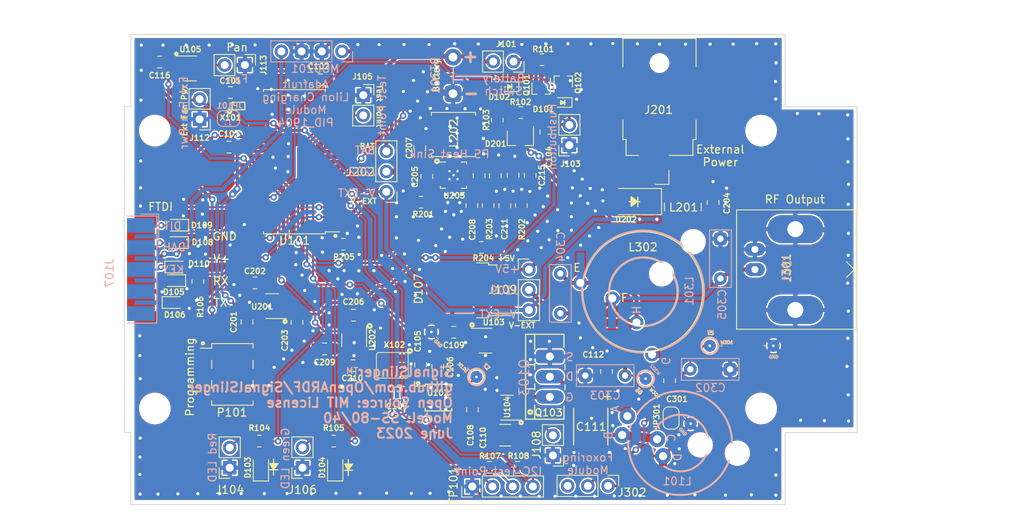
<source format=kicad_pcb>
(kicad_pcb (version 20211014) (generator pcbnew)
  (layers (0 "F.Cu" signal) (31 "B.Cu" signal) (34 "B.Paste" user) (35 "F.Paste" user) (36 "B.SilkS" user "B.Silkscreen") (37 "F.SilkS" user "F.Silkscreen") (38 "B.Mask" user) (39 "F.Mask" user) (44 "Edge.Cuts" user))
  (net 0 "")
  (net 1 "+BATT")
  (net 2 "GND")
  (net 3 "+3V3")
  (net 4 "+VSW")
  (net 5 "Net-(C107-Pad1)")
  (net 6 "VDD")
  (net 7 "Net-(C110-Pad1)")
  (net 8 "Net-(C104-Pad1)")
  (net 9 "Net-(C107-Pad2)")
  (net 10 "Net-(C109-Pad2)")
  (net 11 "Net-(C111-Pad1)")
  (net 12 "Net-(C202-Pad1)")
  (net 13 "Net-(C203-Pad2)")
  (net 14 "+5V")
  (net 15 "RF_Raw")
  (net 16 "Net-(C301-Pad2)")
  (net 17 "Net-(C303-Pad2)")
  (net 18 "Net-(C304-Pad1)")
  (net 19 "Net-(D101-Pad2)")
  (net 20 "Net-(D102-Pad2)")
  (net 21 "Net-(D104-Pad2)")
  (net 22 "Net-(D105-Pad2)")
  (net 23 "V_ext")
  (net 24 "Net-(J201-Pad1)")
  (net 25 "Net-(J101-Pad1)")
  (net 26 "Net-(J105-Pad2)")
  (net 29 "V+_Charging")
  (net 30 "Net-(C208-Pad1)")
  (net 31 "Net-(L101-Pad2)")
  (net 32 "Net-(C209-Pad1)")
  (net 33 "Net-(C211-Pad1)")
  (net 34 "Net-(P101-Pad1)")
  (net 38 "Power_enable")
  (net 39 "Net-(Q103-Pad1)")
  (net 41 "Power_Good")
  (net 42 "Vbat")
  (net 43 "Net-(R104-Pad2)")
  (net 44 "Net-(C301-Pad1)")
  (net 45 "Net-(R107-Pad1)")
  (net 46 "Net-(R201-Pad1)")
  (net 47 "Net-(D103-Pad2)")
  (net 48 "Net-(C205-Pad2)")
  (net 49 "B{slash}B_PS_Enable")
  (net 50 "Paddle_Dit")
  (net 51 "FET_DRIVER_ENABLE")
  (net 52 "V3V3_PWR_ENABLE")
  (net 54 "Net-(L202-Pad1)")
  (net 55 "Net-(L202-Pad2)")
  (net 56 "Net-(R105-Pad2)")
  (net 57 "Net-(R108-Pad1)")
  (net 58 "CLK1")
  (net 59 "Straightkey")
  (net 64 "Net-(U101-Pad16)")
  (net 67 "Paddle Dah")
  (net 73 "Net-(J108-Pad2)")
  (net 74 "Net-(D106-Pad1)")
  (net 75 "Net-(J113-Pad2)")
  (net 76 "Fan_Contr")
  (net 79 "Net-(C116-Pad1)")
  (net 80 "Net-(L201-Pad1)")
  (footprint "Connector_PinSocket_2.54mm:PinSocket_1x02_P2.54mm_Vertical" (layer "F.Cu") (at 61.27 114.32 180)
    (fp_text reference "J104")
    (fp_text value "Conn_01x02")
  )
  (footprint "Package_SON:Texas_S-PWSON-N10_ThermalVias" (layer "F.Cu") (at 89.391 77.55)
    (fp_text reference "U203")
    (fp_text value "TPS63060")
  )
  (footprint "Jumper:SolderJumper-2_P1.3mm_Bridged_RoundedPad1.0x1.5mm" (layer "F.Cu") (at 116.74 108.07 90)
    (fp_text reference "JP301")
    (fp_text value "QRP disable")
  )
  (footprint "Connector_PinHeader_2.54mm:PinHeader_1x03_P2.54mm_Vertical" (layer "F.Cu") (at 108.82 116.6 -90)
    (fp_text reference "J302")
    (fp_text value "Conn_01x03")
  )
  (footprint "Diode_SMD:D_0603_1608Metric" (layer "F.Cu") (at 54.26 93.55)
    (fp_text reference "D106")
    (fp_text value "ESD9B5.0ST5G_1")
  )
  (footprint "Resistor_SMD:R_0805_2012Metric" (layer "F.Cu") (at 64.9925 110.97)
    (fp_text reference "R104")
    (fp_text value "1k")
  )
  (footprint "Capacitor_SMD:C_0805_2012Metric_Pad1.18x1.45mm_HandSolder" (layer "F.Cu") (at 72.66 65.56 180)
    (fp_text reference "C102")
    (fp_text value "470nF")
  )
  (footprint "Package_TO_SOT_SMD:SOT-23-5" (layer "F.Cu") (at 76.91 98.3 -90)
    (fp_text reference "U202")
    (fp_text value "LP2985-3.3")
  )
  (footprint "LED_SMD:LED_0805_2012Metric" (layer "F.Cu") (at 65.185 114.3 90)
    (fp_text reference "D103")
    (fp_text value "Red LED")
  )
  (footprint "Capacitor_SMD:C_0805_2012Metric" (layer "F.Cu") (at 91.77 107.04 -90)
    (fp_text reference "C108")
    (fp_text value "470nF")
  )
  (footprint "Connector_PinHeader_2.54mm:PinHeader_1x02_P2.54mm_Vertical" (layer "F.Cu") (at 57.49 70.525 180)
    (fp_text reference "J112")
    (fp_text value "External Power Source")
  )
  (footprint "Resistor_SMD:R_0805_2012Metric" (layer "F.Cu") (at 97.92 81.36 90)
    (fp_text reference "R202")
    (fp_text value "1M")
  )
  (footprint "Connector_PinHeader_2.54mm:PinHeader_1x03_P2.54mm_Vertical" (layer "F.Cu") (at 80.95 79.635 180)
    (fp_text reference "J202")
    (fp_text value "Conn_01x03")
  )
  (footprint "Inductor_SMD:L_Bourns_SRN5040TA" (layer "F.Cu") (at 89.39 72.43)
    (fp_text reference "L202")
    (fp_text value "1uH")
  )
  (footprint "Diode_SMD:D_0603_1608Metric" (layer "F.Cu") (at 54.6 89.09)
    (fp_text reference "D110")
    (fp_text value "ESD9B5.0ST5G_1")
  )
  (footprint "Package_TO_SOT_SMD:SC-59" (layer "F.Cu") (at 97.8 72.87 -90)
    (fp_text reference "D201")
    (fp_text value "BAT54C")
  )
  (footprint "Resistor_SMD:R_0805_2012Metric" (layer "F.Cu") (at 94.89 70.63 90)
    (fp_text reference "R103")
    (fp_text value "12.4k")
  )
  (footprint "Diode_SMD:D_SMA" (layer "F.Cu") (at 112.14 80.87 180)
    (fp_text reference "D202")
    (fp_text value "D_Schottky_Filled")
  )
  (footprint "Diode_SMD:D_0603_1608Metric" (layer "F.Cu") (at 54.62 83.84 180)
    (fp_text reference "D109")
    (fp_text value "ESD9B5.0ST5G_1")
  )
  (footprint "Connector_PinHeader_2.54mm:PinHeader_2x03_P2.54mm_Vertical_SMD" (layer "F.Cu") (at 61.6 102.59)
    (fp_text reference "P101")
    (fp_text value "ISP/PDI")
  )
  (footprint "Connector_PinSocket_2.54mm:PinSocket_1x02_P2.54mm_Vertical" (layer "F.Cu") (at 96.93 63.27 -90)
    (fp_text reference "J101")
    (fp_text value "Conn_01x02")
  )
  (footprint "Measurement:Measurement_Point_ScopeProbe_Round-SMD-2sides-Pad_Small" (layer "F.Cu") (at 92.27 102.91 135)
    (fp_text reference "W101")
    (fp_text value "T2")
  )
  (footprint "Capacitor_SMD:C_0805_2012Metric" (layer "F.Cu") (at 116.55 103.38 90)
    (fp_text reference "C301")
    (fp_text value "470nF")
  )
  (footprint "Capacitor_SMD:C_0805_2012Metric" (layer "F.Cu") (at 85.26 101.38 90)
    (fp_text reference "C105")
    (fp_text value "100nF")
  )
  (footprint "Capacitor_SMD:C_0805_2012Metric_Pad1.18x1.45mm_HandSolder" (layer "F.Cu") (at 61.36 67.15 180)
    (fp_text reference "C101")
    (fp_text value "100nF")
  )
  (footprint "Package_TO_SOT_SMD:SOT-323_SC-70" (layer "F.Cu") (at 103.19 65.81 90)
    (fp_text reference "Q102")
    (fp_text value "BSS138W-7-F")
  )
  (footprint "Capacitor_SMD:C_0805_2012Metric_Pad1.18x1.45mm_HandSolder" (layer "F.Cu") (at 69.72 96.05 90)
    (fp_text reference "C203")
    (fp_text value "10uF")
  )
  (footprint "Connector_BarrelJack:BarrelJack_CUI_PJ-036AH-SMT_Horizontal" (layer "F.Cu") (at 115.28 70.46 180)
    (fp_text reference "J201")
    (fp_text value "Barrel_Jack_Switch")
  )
  (footprint "Resistor_SMD:R_0805_2012Metric" (layer "F.Cu") (at 93.75 81.36 -90)
    (fp_text reference "R203")
    (fp_text value "105k")
  )
  (footprint "Capacitor_SMD:C_0805_2012Metric_Pad1.18x1.45mm_HandSolder" (layer "F.Cu") (at 76.76 101.49)
    (fp_text reference "C210")
    (fp_text value "10uF")
  )
  (footprint "Capacitor_SMD:C_0805_2012Metric" (layer "F.Cu") (at 92.61 77.62 -90)
    (fp_text reference "C212" hide)
    (fp_text value "1uF")
  )
  (footprint "Connector_PinSocket_2.54mm:PinSocket_1x02_P2.54mm_Vertical" (layer "F.Cu") (at 103.955 73.79 180)
    (fp_text reference "J103")
    (fp_text value "Conn_01x02")
  )
  (footprint "Capacitor_SMD:C_0805_2012Metric" (layer "F.Cu") (at 94.65 77.63 90)
    (fp_text reference "C213" hide)
    (fp_text value "22uF")
  )
  (footprint "MountingHole:MountingHole_3.5mm" (layer "F.Cu") (at 51.855 71.95)
    (fp_text reference "REF**" hide)
    (fp_text value "MountingHole_3.5mm" hide)
  )
  (footprint "Capacitor_SMD:C_0805_2012Metric_Pad1.18x1.45mm_HandSolder" (layer "F.Cu") (at 61.18 74.02)
    (fp_text reference "C103")
    (fp_text value "470nF")
  )
  (footprint "Resistor_SMD:R_0805_2012Metric" (layer "F.Cu") (at 57.26 90.92 -90)
    (fp_text reference "R106")
    (fp_text value "47k")
  )
  (footprint "Capacitor_SMD:C_0805_2012Metric" (layer "F.Cu") (at 52.46 63.33 180)
    (fp_text reference "C116")
    (fp_text value "10uF")
  )
  (footprint "Capacitor_SMD:C_0805_2012Metric" (layer "F.Cu") (at 122.02 80.99 -90)
    (fp_text reference "C204")
    (fp_text value "470nF")
  )
  (footprint "Measurement:Measurement_Point_ScopeProbe_Round-SMD-2sides-Pad_Small" (layer "F.Cu") (at 113.54 103.13 -45)
    (fp_text reference "W302")
    (fp_text value "T6")
  )
  (footprint "Capacitor_SMD:C_0805_2012Metric" (layer "F.Cu") (at 82.29 104.92 180)
    (fp_text reference "C107")
    (fp_text value "100nF")
  )
  (footprint "Capacitor_SMD:C_0805_2012Metric" (layer "F.Cu") (at 95.84 81.39 -90)
    (fp_text reference "C211")
    (fp_text value "10pF")
  )
  (footprint "Package_TO_SOT_SMD:SOT-323_SC-70" (layer "F.Cu") (at 100.41 66.64 -90)
    (fp_text reference "Q101")
    (fp_text value "BSS84W-7-F")
  )
  (footprint "Measurement:Measurement_Point_ScopeProbe_Round-SMD-2sides-Pad_Small" (layer "F.Cu") (at 121.6 98.99)
    (fp_text reference "W301")
    (fp_text value "T5")
  )
  (footprint "LED_SMD:LED_0805_2012Metric" (layer "F.Cu") (at 74.525 114.3 90)
    (fp_text reference "D104")
    (fp_text value "Green LED")
  )
  (footprint "Resistor_SMD:R_0805_2012Metric" (layer "F.Cu") (at 74.335 110.97)
    (fp_text reference "R105")
    (fp_text value "1k")
  )
  (footprint "MountingHole:MountingHole_3.5mm" (layer "F.Cu") (at 128.055 71.95)
    (fp_text reference "REF**" hide)
    (fp_text value "MountingHole_3.5mm" hide)
  )
  (footprint "MountingHole:MountingHole_2.7mm" (layer "F.Cu") (at 115.55 89.95)
    (fp_text reference "REF**" hide)
    (fp_text value "MountingHole_2.7mm" hide)
  )
  (footprint "Capacitor_SMD:C_0805_2012Metric" (layer "F.Cu") (at 86.04 77.7 90)
    (fp_text reference "C205")
    (fp_text value "10uF")
  )
  (footprint "Oscillator:Oscillator_SMD_SiTime_SIT1566AC-4Pin_BGA" (layer "F.Cu") (at 62.37 68.86 90)
    (fp_text reference "X101")
    (fp_text value "SIT1566AC TCO")
  )
  (footprint "Capacitor_SMD:C_0805_2012Metric" (layer "F.Cu") (at 87.42 101.62 90)
    (fp_text reference "C106")
    (fp_text value "470nF")
  )
  (footprint "Capacitor_SMD:C_0805_2012Metric" (layer "F.Cu") (at 93.9 114.27 180)
    (fp_text reference "R107")
    (fp_text value "10k")
  )
  (footprint "Capacitor_SMD:C_0805_2012Metric" (layer "F.Cu") (at 99.03 77.58 90)
    (fp_text reference "C215")
    (fp_text value "22uF")
  )
  (footprint "Capacitor_SMD:C_0805_2012Metric_Pad1.18x1.45mm_HandSolder" (layer "F.Cu") (at 64.44 91.09 180)
    (fp_text reference "C202")
    (fp_text value "10nF")
  )
  (footprint "Capacitor_SMD:C_0805_2012Metric" (layer "F.Cu") (at 85.16 74.1 -90)
    (fp_text reference "C207")
    (fp_text value "10uF")
  )
  (footprint "Capacitor_SMD:C_0805_2012Metric_Pad1.18x1.45mm_HandSolder" (layer "F.Cu") (at 73.19 99.39 180)
    (fp_text reference "C209")
    (fp_text value "10nF")
  )
  (footprint "Package_TO_SOT_SMD:SOT-23-6" (layer "F.Cu") (at 56.32 64.13)
    (fp_text reference "U105")
    (fp_text value "TPS22810DBVT")
  )
  (footprint "Diode_SMD:D_SOD-523" (layer "F.Cu") (at 103.13 68.41 180)
    (fp_text reference "D101")
    (fp_text value "1N914WT")
  )
  (footprint "Resistor_SMD:R_0805_2012Metric" (layer "F.Cu") (at 75.54 86.23)
    (fp_text reference "R205")
    (fp_text value "105k")
  )
  (footprint "Connector_PinHeader_2.54mm:PinHeader_1x02_P2.54mm_Vertical" (layer "F.Cu") (at 101.89 112.775 180)
    (fp_text reference "J108")
    (fp_text value "Conn_01x02")
  )
  (footprint "Connector_PinSocket_2.54mm:PinSocket_1x02_P2.54mm_Vertical" (layer "F.Cu") (at 78.055 67.49)
    (fp_text reference "J105")
    (fp_text value "Conn_01x02")
  )
  (footprint "MountingHole:MountingHole_2.7mm" (layer "F.Cu") (at 125.07 112.49)
    (fp_text reference "REF**" hide)
    (fp_text value "MountingHole_2.7mm" hide)
  )
  (footprint "Capacitor_SMD:C_0805_2012Metric" (layer "F.Cu") (at 89.43 97.29)
    (fp_text reference "C109")
    (fp_text value "10uF")
  )
  (footprint "Capacitor_SMD:C_0805_2012Metric_Pad1.18x1.45mm_HandSolder" (layer "F.Cu") (at 63.44 96 90)
    (fp_text reference "C201")
    (fp_text value "10uF")
  )
  (footprint "Inductor_SMD:L_Wuerth_WE-LQS" (layer "F.Cu") (at 118.215 81.57 -90)
    (fp_text reference "L201")
    (fp_text value "2.2uH")
  )
  (footprint "Crystal:Crystal_SMD_TXETCLSANF-4Pin" (layer "F.Cu") (at 81.7 101.43 180)
    (fp_text reference "X102")
    (fp_text value "25 MHz")
  )
  (footprint "Diode_SMD:D_SOD-523" (layer "F.Cu") (at 96.45 66.44 180)
    (fp_text reference "D102")
    (fp_text value "1N914WT")
  )
  (footprint "Package_TO_SOT_SMD:SOT-23-6" (layer "F.Cu") (at 93.4075 98.35)
    (fp_text reference "U103")
    (fp_text value "TPS22810DBVT")
  )
  (footprint "Connector_PinSocket_2.54mm:PinSocket_1x02_P2.54mm_Vertical" (layer "F.Cu") (at 70.41 114.32 180)
    (fp_text reference "J106")
    (fp_text value "Conn_01x02")
  )
  (footprint "Package_SO:SOIC-28W_7.5x17.9mm_P1.27mm" (layer "F.Cu") (at 69.42 75.86 180)
    (fp_text reference "U101")
    (fp_text value "AVR128DA28")
  )
  (footprint "Diode_SMD:D_0603_1608Metric" (layer "F.Cu") (at 54.58 86.02 180)
    (fp_text reference "D108")
    (fp_text value "ESD9B5.0ST5G_1")
  )
  (footprint "Resistor_SMD:R_0805_2012Metric" (layer "F.Cu") (at 85.31 80.95 180)
    (fp_text reference "R201")
    (fp_text value "105k")
  )
  (footprint "Capacitor_SMD:C_0805_2012Metric" (layer "F.Cu") (at 101 72.12 -90)
    (fp_text reference "C104")
    (fp_text value "100nF")
  )
  (footprint "Capacitor_SMD:C_0805_2012Metric" (layer "F.Cu") (at 97.43 114.27 180)
    (fp_text reference "R108")
    (fp_text value "10k")
  )
  (footprint "TO_SOT_Packages:TO-220_Neutral123_Vertical_LargePads" (layer "F.Cu") (at 101.5 102.88 90)
    (fp_text reference "Q103")
    (fp_text value "IRF610")
  )
  (footprint "Package_TO_SOT_SMD:SOT-23-6-LM5134" (layer "F.Cu") (at 96.12 106.77 180)
    (fp_text reference "U104")
    (fp_text value "LM5134")
  )
  (footprint "MountingHole:MountingHole_2.7mm" (layer "F.Cu") (at 119.51 85.91)
    (fp_text reference "REF**" hide)
    (fp_text value "MountingHole_2.7mm" hide)
  )
  (footprint "Resistor_SMD:R_0805_2012Metric" (layer "F.Cu") (at 92.9 86.63 180)
    (fp_text reference "R204")
    (fp_text value "1M")
  )
  (footprint "Package_SO:MSOP-10_3x3mm_P0.5mm" (layer "F.Cu") (at 87.51 105.5)
    (fp_text reference "U102")
    (fp_text value "SI5351")
  )
  (footprint "Connector_Coaxial:BNC_Amphenol_B6252HB-NPP3G-50_Horizontal" (layer "F.Cu") (at 127.275 89.4125 -90)
    (fp_text reference "J301")
    (fp_text value "To Antenna")
  )
  (footprint "Connector_PinHeader_2.54mm:PinHeader_1x02_P2.54mm_Vertical" (layer "F.Cu") (at 63.175 63.71 -90)
    (fp_text reference "J113")
    (fp_text value "Controlled Power")
  )
  (footprint "Diode_SMD:D_0603_1608Metric" (layer "F.Cu") (at 54.24 90.8 180)
    (fp_text reference "D105")
    (fp_text value "ESD9B5.0ST5G_1")
  )
  (footprint "Capacitors:C_2917" (layer "F.Cu") (at 106.64 109.14 -90)
    (fp_text reference "C111")
    (fp_text value "47uF low ESR")
  )
  (footprint "Connector_PinHeader_2.54mm:PinHeader_1x03_P2.54mm_Vertical" (layer "F.Cu") (at 98.87 89.415)
    (fp_text reference "J109")
    (fp_text value "Conn_01x03")
  )
  (footprint "Capacitor_SMD:C_1210_3225Metric" (layer "F.Cu") (at 95.9 110.23 180)
    (fp_text reference "C110")
    (fp_text value "22uF")
  )
  (footprint "Capacitor_SMD:C_0805_2012Metric_Pad1.18x1.45mm_HandSolder" (layer "F.Cu") (at 76.82 95.15)
    (fp_text reference "C206")
    (fp_text value "10uF")
  )
  (footprint "Capacitor_SMD:C_0805_2012Metric" (layer "F.Cu") (at 91.7 81.38 -90)
    (fp_text reference "C208")
    (fp_text value "100nF")
  )
  (footprint "Connector_PinHeader_2.54mm:PinHeader_1x04_P2.54mm_Vertical" (layer "F.Cu") (at 91.75 116.68 90)
    (fp_text reference "TP101")
    (fp_text value "I2C1")
  )
  (footprint "Resistor_SMD:R_0805_2012Metric" (layer "F.Cu") (at 100.52 63.03 180)
    (fp_text reference "R101")
    (fp_text value "105k")
  )
  (footprint "Capacitor_SMD:C_0805_2012Metric" (layer "F.Cu") (at 96.88 77.57 90)
    (fp_text reference "C214" hide)
    (fp_text value "22uF")
  )
  (footprint "Package_TO_SOT_SMD:TO-252-2" (layer "F.Cu") (at 91.33 92.02 180)
    (fp_text reference "D107")
    (fp_text value "MBRD10100CT")
  )
  (footprint "MountingHole:MountingHole_3.5mm" (layer "F.Cu") (at 128.055 106.875)
    (fp_text reference "REF**" hide)
    (fp_text value "MountingHole_3.5mm" hide)
  )
  (footprint "MountingHole:MountingHole_2.7mm" (layer "F.Cu") (at 120.4 111.44)
    (fp_text reference "REF**" hide)
    (fp_text value "MountingHole_2.7mm" hide)
  )
  (footprint "MountingHole:MountingHole_3.5mm" (layer "F.Cu") (at 51.855 106.875)
    (fp_text reference "REF**" hide)
    (fp_text value "MountingHole_3.5mm" hide)
  )
  (footprint "Inductors:Toroid_T-60_2TH" (layer "F.Cu") (at 113.24 92.19)
    (fp_text reference "L302")
    (fp_text value "2.7uH")
  )
  (footprint "Resistor_SMD:R_0805_2012Metric" (layer "F.Cu") (at 97.85 69.68)
    (fp_text reference "R102")
    (fp_text value "162k")
  )
  (footprint "Capacitor_SMD:C_0805_2012Metric" (layer "F.Cu") (at 108.62 102.23 90)
    (fp_text reference "C112")
    (fp_text value "470nF")
  )
  (footprint "Package_TO_SOT_SMD:SOT-23-5" (layer "F.Cu") (at 66.59 94.01 180)
    (fp_text reference "U201")
    (fp_text value "LP2985-3.3")
  )
  (footprint "Jumper:SolderJumper-2_P1.3mm_Bridged_RoundedPad1.0x1.5mm" (layer "B.Cu") (at 61.11 70.42 180)
    (fp_text reference "JP101")
    (fp_text value "V-ext disable")
  )
  (footprint "Capacitor_THT:C_Rect_L7.0mm_W2.5mm_P5.00mm" (layer "B.Cu") (at 122.94 90.54 90)
    (fp_text reference "C305")
    (fp_text value "1100pF")
  )
  (footprint "Capacitor_THT:C_Rect_L7.0mm_W2.5mm_P5.00mm" (layer "B.Cu") (at 105.96 102.74)
    (fp_text reference "C303")
    (fp_text value "1800pF")
  )
  (footprint "Capacitor_THT:C_Rect_L7.0mm_W2.5mm_P5.00mm" (layer "B.Cu") (at 102.82 94.91 90)
    (fp_text reference "C304")
    (fp_text value "91pF")
  )
  (footprint "Connector_Wire:SolderWire-0.5sqmm_1x02_P4.6mm_D0.9mm_OD2.1mm" (layer "B.Cu") (at 89.33 62.71 -90)
    (fp_text reference "BT201")
    (fp_text value "LiIon Cell")
  )
  (footprint "Capacitor_THT:C_Rect_L7.0mm_W2.5mm_P5.00mm" (layer "B.Cu") (at 119.16 101.95)
    (fp_text reference "C302")
    (fp_text value "1100pF")
  )
  (footprint "Inductors:Toroid_T-60_2TH" (layer "B.Cu") (at 113.24 92.17465 90)
    (fp_text reference "L301")
    (fp_text value "2.7uH")
  )
  (footprint "Inductors:Toroid_T-50A_TH_BF_CT" (layer "B.Cu") (at 117.89 111.22 -90)
    (fp_text reference "L101")
    (fp_text value "9T #24 Bifilar T50-43")
  )
  (footprint "Connector_PinHeader_2.54mm:PinHeader_1x04_P2.54mm_Vertical" (layer "B.Cu") (at 75.3775 61.99 90)
    (fp_text reference "MOD201")
    (fp_text value "AdaFruit Charger")
  )
  (footprint "Connector_Dsub:DSUB-9_Female_EdgeMount_P2.77mm" (layer "B.Cu") (at 50.1025 89.4125 90)
    (fp_text reference "J107")
    (fp_text value "DB9 Female")
  )
  (gr_line (start 89.38 65.93) (end 89.38 64.08) (layer "B.SilkS") (width 0.15))
  (gr_line (start 89.38 64.08) (end 89.38 65.93) (layer "F.SilkS") (width 0.15))
  (gr_line locked (start 48.8324 59.885) (end 131.0776 59.885) (layer "Edge.Cuts") (width 0.1))
  (gr_line locked (start 48.01 109.8976) (end 48.8324 109.8976) (layer "Edge.Cuts") (width 0.1))
  (gr_line locked (start 48.01 68.9274) (end 48.8324 68.9274) (layer "Edge.Cuts") (width 0.1))
  (gr_line locked (start 131.0776 118.94) (end 48.8324 118.94) (layer "Edge.Cuts") (width 0.1))
  (gr_line locked (start 131.0776 109.8976) (end 140.12 109.8976) (layer "Edge.Cuts") (width 0.1))
  (gr_line locked (start 131.0776 118.94) (end 131.0776 109.8976) (layer "Edge.Cuts") (width 0.1))
  (gr_line locked (start 48.8324 109.8976) (end 48.8324 118.94) (layer "Edge.Cuts") (width 0.1))
  (gr_line locked (start 140.12 68.9274) (end 140.12 109.8976) (layer "Edge.Cuts") (width 0.1))
  (gr_line (start 48.01 68.9274) (end 48.01 109.8976) (layer "Edge.Cuts") (width 0.1))
  (gr_line locked (start 131.0776 68.9274) (end 140.12 68.9274) (layer "Edge.Cuts") (width 0.1))
  (gr_line locked (start 48.8324 68.9274) (end 48.8324 59.885) (layer "Edge.Cuts") (width 0.1))
  (gr_line locked (start 131.0776 59.885) (end 131.0776 68.9274) (layer "Edge.Cuts") (width 0.1))
  (gr_text "SignalSlinger\ngithub.com/OpenARDF/SignalSlinger\nOpen Source: MIT License\nModel: SS-80/40\nJune 2023\n" (at 89.46 106.14) (layer "B.SilkS") (effects (font (size 1.2 1.2) (thickness 0.25)) (justify left mirror)))
  (gr_text "KEY" (at 54.15 89.42) (layer "B.SilkS") (effects (font (size 1 1)) (justify mirror)))
  (gr_text "+5V" (at 96.15 89.32) (layer "B.SilkS") (effects (font (size 1 1)) (justify mirror)))
  (gr_text "PS Heat Sink" (at 88.91 74.9) (layer "B.SilkS") (effects (font (size 1 1)) (justify mirror)))
  (gr_text "Pushbutton" (at 101.81 72.73 90) (layer "B.SilkS") (effects (font (size 1 1)) (justify mirror)))
  (gr_text "D" (at 104 102.85) (layer "B.SilkS") (effects (font (size 1 1)) (justify mirror)))
  (gr_text "Green LED" (at 68.26 113.15 90) (layer "B.SilkS") (effects (font (size 1 1)) (justify mirror)))
  (gr_text "Fan" (at 62.24 65.47) (layer "B.SilkS") (effects (font (size 1 1)) (justify mirror)))
  (gr_text "G" (at 104 105.48) (layer "B.SilkS") (effects (font (size 1 1)) (justify mirror)))
  (gr_text "Ext Fan Pwr" (at 55.5 69.7 90) (layer "B.SilkS") (effects (font (size 1 1)) (justify mirror)))
  (gr_text "TM" (at 76.65 102.15) (layer "B.SilkS") (effects (font (size 0.8 0.8)) (justify mirror)))
  (gr_text "BAT" (at 78.31 74.43) (layer "B.SilkS") (effects (font (size 1 1)) (justify mirror)))
  (gr_text "Foxoring\nModule" (at 106.28 113.82) (layer "B.SilkS") (effects (font (size 1 1)) (justify mirror)))
  (gr_text "Battery\nSwitch" (at 95.69 66.18) (layer "B.SilkS") (effects (font (size 1 1)) (justify mirror)))
  (gr_text "DAH" (at 54.29 86.61) (layer "B.SilkS") (effects (font (size 1 1)) (justify mirror)))
  (gr_text "S" (at 104 100.41) (layer "B.SilkS") (effects (font (size 1 1)) (justify mirror)))
  (gr_text "DIT" (at 54.08 83.93) (layer "B.SilkS") (effects (font (size 1 1)) (justify mirror)))
  (gr_text "+" (at 91.53 62.61) (layer "B.SilkS") (effects (font (size 1.5 1.5) (thickness 0.3)) (justify mirror)))
  (gr_text "I2C Test Point" (at 95.12 114.77) (layer "B.SilkS") (effects (font (size 1 1)) (justify mirror)))
  (gr_text "Adafruit\nLiIon Charging\nModule\nPID_1904" (at 70.82 68.54) (layer "B.SilkS") (effects (font (size 1 1)) (justify mirror)))
  (gr_text "V-EXT" (at 77.23 79.82) (layer "B.SilkS") (effects (font (size 1 1)) (justify mirror)))
  (gr_text "-" (at 91.64 67.23) (layer "B.SilkS") (effects (font (size 1.5 1.5) (thickness 0.3)) (justify mirror)))
  (gr_text "Red LED" (at 59.1 113.04 90) (layer "B.SilkS") (effects (font (size 1 1)) (justify mirror)))
  (gr_text "V-EXT" (at 94.99 95.04) (layer "B.SilkS") (effects (font (size 1 1)) (justify mirror)))
  (gr_text "Test Point" (at 80.43 68.76 90) (layer "B.SilkS") (effects (font (size 1 1)) (justify mirror)))
  (gr_text "Ext Fan Pwr" (at 55.57 69.45 90) (layer "F.SilkS") (effects (font (size 0.7 0.7))))
  (gr_text "Fan" (at 62.2 61.48) (layer "F.SilkS") (effects (font (size 1 1))))
  (gr_text "External\nPower" (at 122.93 75.11) (layer "F.SilkS") (effects (font (size 1 1))))
  (gr_text "Battery" (at 87.23 65.03 90) (layer "F.SilkS") (effects (font (size 0.8 0.8))))
  (gr_text "FTDI" (at 52.58 81.52) (layer "F.SilkS") (effects (font (size 1 1))))
  (gr_text "RX" (at 60.14 90.88) (layer "F.SilkS") (effects (font (size 1 1))))
  (gr_text "V-EXT" (at 98.03 96.42) (layer "F.SilkS") (effects (font (size 0.7 0.7))))
  (gr_text "+" (at 91.52 62.6) (layer "F.SilkS") (effects (font (size 1.5 1.5) (thickness 0.3))))
  (gr_text "RF Output" (at 132.28 80.59) (layer "F.SilkS") (effects (font (size 1 1))))
  (gr_text "+5V" (at 96.01 88.01) (layer "F.SilkS") (effects (font (size 0.7 0.7))))
  (gr_text "V-EXT" (at 78.1 80.82) (layer "F.SilkS") (effects (font (size 0.7 0.7))))
  (gr_text "GND" (at 60.63 85.24) (layer "F.SilkS") (effects (font (size 1 1))))
  (gr_text "Test Point" (at 80.09 68.85 -90) (layer "F.SilkS") (effects (font (size 0.7 0.7))))
  (gr_text "TX" (at 60.11 93.59) (layer "F.SilkS") (effects (font (size 1 1))))
  (gr_text "BAT" (at 78.54 73.94) (layer "F.SilkS") (effects (font (size 0.7 0.7))))
  (gr_text "Programming" (at 56.26 102.92 90) (layer "F.SilkS") (effects (font (size 1 1))))
  (gr_text "-" (at 91.62 67.23) (layer "F.SilkS") (effects (font (size 1.5 1.5) (thickness 0.3))))
  (gr_text "V+" (at 60.26 88.04) (layer "F.SilkS") (effects (font (size 1 1))))
  (segment (start 82.14 62.62) (end 89.12 62.62) (width 0.5) (layer "F.Cu") (net 1))
  (segment (start 80.95 74.555) (end 80.95 63.99) (width 0.5) (layer "F.Cu") (net 1))
  (segment (start 92.49 63.27) (end 94.39 63.27) (width 0.5) (layer "F.Cu") (net 1))
  (segment (start 82.32 62.62) (end 89.12 62.62) (width 0.5) (layer "F.Cu") (net 1))
  (segment (start 81.51 61.99) (end 82.14 62.62) (width 0.5) (layer "F.Cu") (net 1))
  (segment (start 75.3775 61.99) (end 81.51 61.99) (width 0.5) (layer "F.Cu") (net 1))
  (segment (start 91.84 62.62) (end 92.49 63.27) (width 0.5) (layer "F.Cu") (net 1))
  (segment (start 80.95 63.99) (end 82.32 62.62) (width 0.5) (layer "F.Cu") (net 1))
  (segment (start 89.12 62.62) (end 91.84 62.62) (width 0.5) (layer "F.Cu") (net 1))
  (segment (start 52.88 61.2) (end 55.78 61.2) (width 0.35) (layer "F.Cu") (net 2))
  (segment (start 87.89 84.3) (end 87.89 84.33) (width 0.25) (layer "F.Cu") (net 2))
  (segment (start 109.34 107.38) (end 109.34 108.95) (width 0.35) (layer "F.Cu") (net 2))
  (segment (start 57.83 83.59) (end 58.05 83.81) (width 0.35) (layer "F.Cu") (net 2))
  (segment (start 67.7275 94.01) (end 66.23 94.01) (width 0.35) (layer "F.Cu") (net 2))
  (segment (start 79.36 89.56) (end 79.38 89.54) (width 0.5) (layer "F.Cu") (net 2))
  (segment (start 101.5 100.34) (end 101.5 98.49) (width 0.5) (layer "F.Cu") (net 2))
  (segment (start 85 85.73) (end 86.49 85.73) (width 0.25) (layer "F.Cu") (net 2))
  (segment (start 123.71 80.87) (end 123.64 80.94) (width 0.35) (layer "F.Cu") (net 2))
  (segment (start 72.1525 99.39) (end 72.1525 101.0775) (width 0.35) (layer "F.Cu") (net 2))
  (segment (start 95.355489 117.904511) (end 92.974511 117.904511) (width 0.35) (layer "F.Cu") (net 2))
  (segment (start 106.88 99.23) (end 106.58 99.23) (width 0.35) (layer "F.Cu") (net 2))
  (segment (start 106.64 112.37) (end 104.56 112.37) (width 0.35) (layer "F.Cu") (net 2))
  (segment (start 55.47 80.58) (end 57.8 80.58) (width 0.35) (layer "F.Cu") (net 2))
  (segment (start 88.41 106.97) (end 88.41 103.81) (width 0.25) (layer "F.Cu") (net 2))
  (segment (start 86.04 78.65) (end 84.42 78.65) (width 0.5) (layer "F.Cu") (net 2))
  (segment (start 100.154873 117.898619) (end 100.148981 117.904511) (width 0.35) (layer "F.Cu") (net 2))
  (segment (start 90.38 82.1) (end 89.85 82.1) (width 0.25) (layer "F.Cu") (net 2))
  (segment (start 95.07 75.02) (end 96.94 75.02) (width 0.5) (layer "F.Cu") (net 2))
  (segment (start 106.48 85.19) (end 106.48 85.24) (width 0.35) (layer "F.Cu") (net 2))
  (segment (start 70.45 100.91) (end 69.09 99.55) (width 0.35) (layer "F.Cu") (net 2))
  (segment (start 84.88 68.24) (end 85.57 68.24) (width 0.5) (layer "F.Cu") (net 2))
  (segment (start 95.84 79.3405) (end 96.66891 79.3405) (width 0.25) (layer "F.Cu") (net 2))
  (segment (start 80.36 87.64) (end 80.36 87.29) (width 0.5) (layer "F.Cu") (net 2))
  (segment (start 75.7825 95.15) (end 74.0655 95.15) (width 0.35) (layer "F.Cu") (net 2))
  (segment (start 139 84.84) (end 139.02 84.86) (width 0.25) (layer "F.Cu") (net 2))
  (segment (start 75.52 87.5) (end 75.49 87.53) (width 0.35) (layer "F.Cu") (net 2))
  (segment (start 55.3875 89.09) (end 58.1755 89.09) (width 0.35) (layer "F.Cu") (net 2))
  (segment (start 85.12 92.08) (end 85.12 92.15) (width 0.5) (layer "F.Cu") (net 2))
  (segment (start 88.791 78.975) (end 88.791 79.569) (width 0.35) (layer "F.Cu") (net 2))
  (segment (start 108.62 101.28) (end 109.66952 102.32952) (width 0.25) (layer "F.Cu") (net 2))
  (segment (start 98.662345 83.522345) (end 98.902345 83.522345) (width 0.35) (layer "F.Cu") (net 2))
  (segment (start 80.55 100.1) (end 79.41 98.96) (width 0.35) (layer "F.Cu") (net 2))
  (segment (start 88.791 76.125) (end 88.791 75.309) (width 0.35) (layer "F.Cu") (net 2))
  (segment (start 83.07 79.52) (end 83.07 80.2) (width 0.5) (layer "F.Cu") (net 2))
  (segment (start 108.62 101.28) (end 108.62 99.73) (width 0.35) (layer "F.Cu") (net 2))
  (segment (start 49.680479 103.459521) (end 50.01 103.13) (width 0.35) (layer "F.Cu") (net 2))
  (segment (start 89.85 82.1) (end 89.43 82.52) (width 0.25) (layer "F.Cu") (net 2))
  (segment (start 106.48 85.24) (end 105.37 86.35) (width 0.35) (layer "F.Cu") (net 2))
  (segment (start 137.445 94.4925) (end 132.455 94.4925) (width 0.25) (layer "F.Cu") (net 2))
  (segment (start 88.41 103.81) (end 88.45 103.77) (width 0.25) (layer "F.Cu") (net 2))
  (segment (start 107.31 84.47) (end 107.64 84.14) (width 0.35) (layer "F.Cu") (net 2))
  (segment (start 68.607 69.29) (end 68.607 71.03) (width 0.35) (layer "F.Cu") (net 2))
  (segment (start 69.0375 60.73) (end 70.2975 61.99) (width 0.35) (layer "F.Cu") (net 2))
  (segment (start 117.76 111.94) (end 117.76 113.26) (width 0.35) (layer "F.Cu") (net 2))
  (segment (start 76.4525 86.23) (end 76.4525 85.2825) (width 0.35) (layer "F.Cu") (net 2))
  (segment (start 74.004511 60.765489) (end 77.155489 60.765489) (width 0.35) (layer "F.Cu") (net 2))
  (segment (start 75.38 92.54) (end 77.22 92.54) (width 0.35) (layer "F.Cu") (net 2))
  (segment (start 77.32 85.18) (end 77.49 85.35) (width 0.35) (layer "F.Cu") (net 2))
  (segment (start 85.22 70.33) (end 84.78 70.33) (width 0.5) (layer "F.Cu") (net 2))
  (segment (start 64.45 61.17) (end 64.92 61.17) (width 0.35) (layer "F.Cu") (net 2))
  (segment (start 80.04 61.1405) (end 83.1595 61.1405) (width 0.35) (layer "F.Cu") (net 2))
  (segment (start 66.23 102.32) (end 66.85 101.7) (width 0.35) (layer "F.Cu") (net 2))
  (segment (start 84.09 117.54) (end 86.44 117.54) (width 0.35) (layer "F.Cu") (net 2))
  (segment (start 49.680479 68.539521) (end 50.11 68.11) (width 0.35) (layer "F.Cu") (net 2))
  (segment (start 69.03952 78.30048) (end 69.05 78.29) (width 0.35) (layer "F.Cu") (net 2))
  (segment (start 72.93 87.22) (end 72.93 85.46) (width 0.35) (layer "F.Cu") (net 2))
  (segment (start 138.95 94.57) (end 139.02 94.64) (width 0.25) (layer "F.Cu") (net 2))
  (segment (start 90.14 75.19) (end 89.840498 74.890498) (width 0.35) (layer "F.Cu") (net 2))
  (segment (start 122.02 80.04) (end 122.02 78.35) (width 0.35) (layer "F.Cu") (net 2))
  (segment (start 112.86 117.77) (end 112.8 117.83) (width 0.35) (layer "F.Cu") (net 2))
  (segment (start 54.45 92.21) (end 55.0275 91.6325) (width 0.35) (layer "F.Cu") (net 2))
  (segment (start 87.42 99.72) (end 87.42 100.67) (width 0.35) (layer "F.Cu") (net 2))
  (segment (start 104.2095 84.47) (end 107.31 84.47) (width 0.35) (layer "F.Cu") (net 2))
  (segment (start 50.01 110.59) (end 50.01 112.95) (width 0.35) (layer "F.Cu") (net 2))
  (segment (start 95.25 61.06) (end 92.51 61.06) (width 0.35) (layer "F.Cu") (net 2))
  (segment (start 95.38 117.88) (end 95.355489 117.904511) (width 0.35) (layer "F.Cu") (net 2))
  (segment (start 83.1595 61.1405) (end 83.17 61.13) (width 0.35) (layer "F.Cu") (net 2))
  (segment (start 137.5 86.13) (end 135.7025 84.3325) (width 0.25) (layer "F.Cu") (net 2))
  (segment (start 81.73 89.27) (end 81.73 88.95) (width 0.5) (layer "F.Cu") (net 2))
  (segment (start 86.06 67.06) (end 84.88 68.24) (width 0.5) (layer "F.Cu") (net 2))
  (segment (start 79.44 94.47) (end 79.44 96) (width 0.35) (layer "F.Cu") (net 2))
  (segment (start 76.68 100.43) (end 76.68 103.22) (width 0.35) (layer "F.Cu") (net 2))
  (segment (start 100.92098 61.11) (end 101 61.03098) (width 0.35) (layer "F.Cu") (net 2))
  (segment (start 63.76 93.52) (end 63.4 93.52) (width 0.35) (layer "F.Cu") (net 2))
  (segment (start 84.36 65.63) (end 84.36 65.77) (width 0.5) (layer "F.Cu") (net 2))
  (segment (start 86.53 104.27) (end 86.53 106.69) (width 0.25) (layer "F.Cu") (net 2))
  (segment (start 74.62 117.53) (end 77.63 117.53) (width 0.35) (layer "F.Cu") (net 2))
  (segment (start 99.09 100.7) (end 99.06 100.73) (width 0.5) (layer "F.Cu") (net 2))
  (segment (start 85.16 73.15) (end 85.16 72.48) (width 0.5) (layer "F.Cu") (net 2))
  (segment (start 106.64 112.37) (end 109 112.37) (width 0.35) (layer "F.Cu") (net 2))
  (segment (start 50.01 112.95) (end 49.98 112.98) (width 0.35) (layer "F.Cu") (net 2))
  (segment (start 56.18 92.1) (end 55.89 91.81) (width 0.35) (layer "F.Cu") (net 2))
  (segment (start 57.83 82.45) (end 57.83 83.59) (width 0.35) (layer "F.Cu") (net 2))
  (segment (start 80.99 117.51) (end 84.06 117.51) (width 0.35) (layer "F.Cu") (net 2))
  (segment (start 139.05 108.45) (end 136.05 108.45) (width 0.35) (layer "F.Cu") (net 2))
  (segment (start 84.34 82.78) (end 84.34 82.18) (width 0.5) (layer "F.Cu") (net 2))
  (segment (start 92.79 69.22) (end 92.79 70.68) (width 0.5) (layer "F.Cu") (net 2))
  (segment (start 138.97 78.64) (end 139.03 78.7) (width 0.35) (layer "F.Cu") (net 2))
  (segment (start 129.96 115.19) (end 129.91 115.24) (width 0.35) (layer "F.Cu") (net 2))
  (segment (start 50.15 64.37) (end 50.15 61.2) (width 0.35) (layer "F.Cu") (net 2))
  (segment (start 94.82 104.64) (end 94.86 104.6) (width 0.35) (layer "F.Cu") (net 2))
  (segment (start 73.8145 89.54) (end 74.85 90.5755) (width 0.35) (layer "F.Cu") (net 2))
  (segment (start 84.78 70.33) (end 83.95 69.5) (width 0.5) (layer "F.Cu") (net 2))
  (segment (start 57.8 80.58) (end 57.88 80.66) (width 0.35) (layer "F.Cu") (net 2))
  (segment (start 121.64 61.08) (end 124.54 61.08) (width 0.35) (layer "F.Cu") (net 2))
  (segment (start 65.6 117.56) (end 65.61 117.57) (width 0.35) (layer "F.Cu") (net 2))
  (segment (start 100.421812 86.661812) (end 97.713498 86.661812) (width 0.35) (layer "F.Cu") (net 2))
  (segment (start 77.4105 61.1) (end 77.37 61.1405) (width 0.35) (layer "F.Cu") (net 2))
  (segment (start 91.1355 98.35) (end 90.91 98.5755) (width 0.35) (layer "F.Cu") (net 2))
  (segment (start 92.92 98.35) (end 93.42 97.85) (width 0.35) (layer "F.Cu") (net 2))
  (segment (start 57.26 117.58) (end 60 117.58) (width 0.35) (layer "F.Cu") (net 2))
  (segment (start 104.49 113.77) (end 103.495 112.775) (width 0.35) (layer "F.Cu") (net 2))
  (segment (start 101.18 83.19531) (end 102.482655 81.892655) (width 0.35) (layer "F.Cu") (net 2))
  (segment (start 93.38 104.47) (end 93.38 104.45) (width 0.35) (layer "F.Cu") (net 2))
  (segment (start 105.57 78.19469) (end 106.582655 79.207345) (width 0.35) (layer "F.Cu") (net 2))
  (segment (start 68.49 117.57) (end 71.55 117.57) (width 0.35) (layer "F.Cu") (net 2))
  (segment (start 103.84 65.9) (end 104.07 65.67) (width 0.35) (layer "F.Cu") (net 2))
  (segment (start 72.93 85.46) (end 72.89 85.42) (width 0.35) (layer "F.Cu") (net 2))
  (segment (start 61.56 61.2) (end 61.59 61.17) (width 0.35) (layer "F.Cu") (net 2))
  (segment (start 137.5 86.13) (end 139 87.63) (width 0.35) (layer "F.Cu") (net 2))
  (segment (start 86.14 64.02) (end 85.6 64.56) (width 0.5) (layer "F.Cu") (net 2))
  (segment (start 63.4 93.52) (end 62.53 92.65) (width 0.35) (layer "F.Cu") (net 2))
  (segment (start 50.09 75.77) (end 49.680479 75.360479) (width 0.35) (layer "F.Cu") (net 2))
  (segment (start 76.91 97.1625) (end 76.91 98.6) (width 0.35) (layer "F.Cu") (net 2))
  (segment (start 84.36 65.77) (end 83.1 67.03) (width 0.5) (layer "F.Cu") (net 2))
  (segment (start 84.34 82.18) (end 84.41 82.11) (width 0.5) (layer "F.Cu") (net 2))
  (segment (start 104.56 112.37) (end 104.53 112.4) (width 0.35) (layer "F.Cu") (net 2))
  (segment (start 87.89 84.33) (end 88.91 85.35) (width 0.25) (layer "F.Cu") (net 2))
  (segment (start 70.35 90.11) (end 70.35 89.5755) (width 0.25) (layer "F.Cu") (net 2))
  (segment (start 83.07 80.2) (end 82.25 81.02) (width 0.5) (layer "F.Cu") (net 2))
  (segment (start 88.95 71.260498) (end 89.840498 70.37) (width 0.35) (layer "F.Cu") (net 2))
  (segment (start 98.73 85.8) (end 98.78 85.8) (width 0.35) (layer "F.Cu") (net 2))
  (segment (start 81.73 88.95) (end 83.23 87.45) (width 0.5) (layer "F.Cu") (net 2))
  (segment (start 98.902345 83.522345) (end 99.98 84.6) (width 0.35) (layer "F.Cu") (net 2))
  (segment (start 68.58 77.82) (end 68.58 77.11) (width 0.35) (layer "F.Cu") (net 2))
  (segment (start 85.16 72.48) (end 85.94 71.7) (width 0.5) (layer "F.Cu") (net 2))
  (segment (start 138.95 91.12) (end 138.95 92.9875) (width 0.35) (layer "F.Cu") (net 2))
  (segment (start 88.791 75.309) (end 88.96 75.14) (width 0.35) (layer "F.Cu") (net 2))
  (segment (start 89.42 80.25) (end 89.42 80) (width 0.25) (layer "F.Cu") (net 2))
  (segment (start 137.5 94.4375) (end 137.5 96.59) (width 0.35) (layer "F.Cu") (net 2))
  (segment (start 87.4 99.7) (end 87.42 99.72) (width 0.35) (layer "F.Cu") (net 2))
  (segment (start 92.974511 117.904511) (end 91.75 116.68) (width 0.35) (layer "F.Cu") (net 2))
  (segment (start 57.29 86.33) (end 58.23 85.39) (width 0.35) (layer "F.Cu") (net 2))
  (segment (start 90.82 69.17) (end 90.85 69.2) (width 0.5) (layer "F.Cu") (net 2))
  (segment (start 60.18 87.46) (end 61.31 86.33) (width 0.35) (layer "F.Cu") (net 2))
  (segment (start 58.1755 89.09) (end 58.2955 88.97) (width 0.35) (layer "F.Cu") (net 2))
  (segment (start 115.3 61.08) (end 118.55 61.08) (width 0.35) (layer "F.Cu") (net 2))
  (segment (start 73.76 89.54) (end 73.8145 89.54) (width 0.35) (layer "F.Cu") (net 2))
  (segment (start 132.61 69.79) (end 135.29 69.79) (width 0.35) (layer "F.Cu") (net 2))
  (segment (start 64.125 105.13) (end 64.125 104.005) (width 0.35) (layer "F.Cu") (net 2))
  (segment (start 129.96 112.05) (end 129.96 115.19) (width 0.35) (layer "F.Cu") (net 2))
  (segment (start 49.680479 75.360479) (end 49.680479 68.539521) (width 0.35) (layer "F.Cu") (net 2))
  (segment (start 68.05 100.63) (end 68.05 100.59) (width 0.35) (layer "F.Cu") (net 2))
  (segment (start 80.55 100.58) (end 80.55 100.1) (width 0.35) (layer "F.Cu") (net 2))
  (segment (start 109.34 108.95) (end 109.42 109.03) (width 0.35) (layer "F.Cu") (net 2))
  (segment (start 90.18 81.9) (end 90.18 81) (width 0.35) (layer "F.Cu") (net 2))
  (segment (start 92.61 78.57) (end 93.78593 78.57) (width 0.25) (layer "F.Cu") (net 2))
  (segment (start 83.74 98.96) (end 83.84 98.86) (width 0.35) (layer "F.Cu") (net 2))
  (segment (start 56.18 94.28) (end 56.18 92.1) (width 0.35) (layer "F.Cu") (net 2))
  (segment (start 98.720584 79.3355) (end 98.997892 79.612808) (width 0.25) (layer "F.Cu") (net 2))
  (segment (start 75.38 103.13) (end 75.7225 102.7875) (width 0.35) (layer "F.Cu") (net 2))
  (segment (start 138.85 105.01) (end 139 105.16) (width 0.35) (layer "F.Cu") (net 2))
  (segment (start 87.3 64.02) (end 86.14 64.02) (width 0.5) (layer "F.Cu") (net 2))
  (segment (start 108.62 99.73) (end 108.69 99.66) (width 0.35) (layer "F.Cu") (net 2))
  (segment (start 136.05 108.45) (end 136 108.4) (width 0.35) (layer "F.Cu") (net 2))
  (segment (start 80.9555 98.96) (end 83.74 98.96) (width 0.35) (layer "F.Cu") (net 2))
  (segment (start 138.85 101.58) (end 138.85 105.01) (width 0.35) (layer "F.Cu") (net 2))
  (segment (start 70.63 98.4) (end 70.63 98.22) (width 0.35) (layer "F.Cu") (net 2))
  (segment (start 104.49 114.03) (end 104.49 113.77) (width 0.35) (layer "F.Cu") (net 2))
  (segment (start 112.46 61.01) (end 112.5 61.05) (width 0.35) (layer "F.Cu") (net 2))
  (segment (start 86.4 99.7) (end 87.4 99.7) (width 0.35) (layer "F.Cu") (net 2))
  (segment (start 138.94 72.95) (end 138.97 72.98) (width 0.35) (layer "F.Cu") (net 2))
  (segment (start 107.18 117.86) (end 107.15 117.89) (width 0.35) (layer "F.Cu") (net 2))
  (segment (start 71.6225 66.6575) (end 71.6225 65.56) (width 0.35) (layer "F.Cu") (net 2))
  (segment (start 103.495 112.775) (end 101.89 112.775) (width 0.35) (layer "F.Cu") (net 2))
  (segment (start 65.36 60.73) (end 69.0375 60.73) (width 0.35) (layer "F.Cu") (net 2))
  (segment (start 107.212345 82.027655) (end 106.267345 81.082655) (width 0.35) (layer "F.Cu") (net 2))
  (segment (start 80.36 87.29) (end 82.22 85.43) (width 0.5) (layer "F.Cu") (net 2))
  (segment (start 104.2095 81.05) (end 104.2095 82.76) (width 0.35) (layer "F.Cu") (net 2))
  (segment (start 119.78 117.77) (end 119.73 117.72) (width 0.35) (layer "F.Cu") (net 2))
  (segment (start 86.12 67.06) (end 86.06 67.06) (width 0.5) (layer "F.Cu") (net 2))
  (segment (start 71.7175 97.0875) (end 71.74 97.11) (width 0.35) (layer "F.Cu") (net 2))
  (segment (start 82.22 82.78) (end 84.34 82.78) (width 0.5) (layer "F.Cu") (net 2))
  (segment (start 138.94 69.97) (end 138.94 72.95) (width 0.35) (layer "F.Cu") (net 2))
  (segment (start 84.41 82.11) (end 84.41 80.9625) (width 0.5) (layer "F.Cu") (net 2))
  (segment (start 106.58 99.23) (end 105.34 97.99) (width 0.35) (layer "F.Cu") (net 2))
  (segment (start 100.67 81.51) (end 100.67 81.51469) (width 0.35) (layer "F.Cu") (net 2))
  (segment (start 77.155489 60.765489) (end 77.49 61.1) (width 0.35) (layer "F.Cu") (net 2))
  (segment (start 69.05 78.29) (end 68.58 77.82) (width 0.35) (layer "F.Cu") (net 2))
  (segment (start 76.4525 85.2825) (end 76.04 84.87) (width 0.35) (layer "F.Cu") (net 2))
  (segment (start 66.23 103.97) (end 66.23 102.32) (width 0.35) (layer "F.Cu") (net 2))
  (segment (start 104.77 117.89) (end 102.15 117.89) (width 0.35) (layer "F.Cu") (net 2))
  (segment (start 127.5 61.02) (end 129.87 61.02) (width 0.35) (layer "F.Cu") (net 2))
  (segment (start 90.38 82.1) (end 90.18 81.9) (width 0.35) (layer "F.Cu") (net 2))
  (segment (start 102.5105 84.51) (end 102.5105 84.573124) (width 0.35) (layer "F.Cu") (net 2))
  (segment (start 109.6 117.86) (end 107.18 117.86) (width 0.35) (layer "F.Cu") (net 2))
  (segment (start 85.12 89.4) (end 85.12 92.08) (width 0.5) (layer "F.Cu") (net 2))
  (segment (start 74.0655 95.15) (end 73.7655 94.85) (width 0.35) (layer "F.Cu") (net 2))
  (segment (start 88.791 79.569) (end 88.38 79.98) (width 0.35) (layer "F.Cu") (net 2))
  (segment (start 69.72 97.0875) (end 71.7175 97.0875) (width 0.35) (layer "F.Cu") (net 2))
  (segment (start 66.7 75.3) (end 64.845 75.3) (width 0.35) (layer "F.Cu") (net 2))
  (segment (start 100.148981 117.904511) (end 97.804511 117.904511) (width 0.35) (layer "F.Cu") (net 2))
  (segment (start 90.381247 79.99) (end 90.402077 79.96917) (width 0.35) (layer "F.Cu") (net 2))
  (segment (start 66.51 68.26) (end 66.57 68.32) (width 0.35) (layer "F.Cu") (net 2))
  (segment (start 69.61 87.28) (end 69.03952 86.70952) (width 0.35) (layer "F.Cu") (net 2))
  (segment (start 103.54 75.93) (end 103.54 75.98) (width 0.35) (layer "F.Cu") (net 2))
  (segment (start 50.04 81.42) (end 50.04 79.17) (width 0.35) (layer "F.Cu") (net 2))
  (segment (start 57.26 91.8325) (end 57.26 93.1) (width 0.35) (layer "F.Cu") (net 2))
  (segment (start 67.46 77.11) (end 67 76.65) (width 0.35) (layer "F.Cu") (net 2))
  (segment (start 68.58 77.11) (end 67.46 77.11) (width 0.35) (layer "F.Cu") (net 2))
  (segment (start 70.45 101.09) (end 70.45 100.91) (width 0.35) (layer "F.Cu") (net 2))
  (segment (start 123.71 79.18) (end 123.71 80.87) (width 0.35) (layer "F.Cu") (net 2))
  (segment (start 69.03952 86.70952) (end 69.03952 78.30048) (width 0.35) (layer "F.Cu") (net 2))
  (segment (start 139 84.84) (end 139 81.2) (width 0.35) (layer "F.Cu") (net 2))
  (segment (start 95.27 61.04) (end 95.25 61.06) (width 0.35) (layer "F.Cu") (net 2))
  (segment (start 76.88 100.23) (end 76.68 100.43) (width 0.35) (layer "F.Cu") (net 2))
  (segment (start 49.680479 110.260479) (end 49.680479 103.459521) (width 0.35) (layer "F.Cu") (net 2))
  (segment (start 92.79 70.68) (end 93.2 71.09) (width 0.5) (layer "F.Cu") (net 2))
  (segment (start 109.66952 104.249022) (end 110.070498 104.65) (width 0.25) (layer "F.Cu") (net 2))
  (segment (start 86.32 61.13) (end 89.434595 61.13) (width 0.35) (layer "F.Cu") (net 2))
  (segment (start 100.25 79.17) (end 100.25 79.19) (width 0.35) (layer "F.Cu") (net 2))
  (segment (start 89.42 80) (end 90.381247 79.99) (width 0.35) (layer "F.Cu") (net 2))
  (segment (start 88.95 71.43) (end 88.95 71.260498) (width 0.35) (layer "F.Cu") (net 2))
  (segment (start 92.27 98.35) (end 92.92 98.35) (width 0.35) (layer "F.Cu") (net 2))
  (segment (start 72.1525 101.0775) (end 72.08 101.15) (width 0.35) (layer "F.Cu") (net 2))
  (segment (start 49.98 97.76) (end 49.96 97.74) (width 0.35) (layer "F.Cu") (net 2))
  (segment (start 70.63 98.22) (end 71.74 97.11) (width 0.35) (layer "F.Cu") (net 2))
  (segment (start 85.57 68.24) (end 86.48 69.15) (width 0.5) (layer "F.Cu") (net 2))
  (segment (start 66.51 66.77) (end 66.51 68.26) (width 0.35) (layer "F.Cu") (net 2))
  (segment (start 103.54 75.98) (end 104.55 76.99) (width 0.35) (layer "F.Cu") (net 2))
  (segment (start 79.44 96) (end 80.2 96.76) (width 0.35) (layer "F.Cu") (net 2))
  (segment (start 108.1 80.72469) (end 108.1 79.38) (width 0.35) (layer "F.Cu") (net 2))
  (segment (start 105.45 67.41) (end 104.86 68) (width 0.35) (layer "F.Cu") (net 2))
  (segment (start 84.06 117.51) (end 84.09 117.54) (width 0.35) (layer "F.Cu") (net 2))
  (segment (start 94.37 85.59) (end 94.78 85.18) (width 0.25) (layer "F.Cu") (net 2))
  (segment (start 62.12 84.73) (end 63.1 83.75) (width 0.35) (layer "F.Cu") (net 2))
  (segment (start 109.42 61.01) (end 112.46 61.01) (width 0.35) (layer "F.Cu") (net 2))
  (segment (start 57.29 86.46) (end 57.29 86.33) (width 0.35) (layer "F.Cu") (net 2))
  (segment (start 97.98 61.11) (end 100.92098 61.11) (width 0.35) (layer "F.Cu") (net 2))
  (segment (start 89.04 73.23) (end 89.04 73.090498) (width 0.35) (layer "F.Cu") (net 2))
  (segment (start 55.3675 86.5775) (end 56.19 87.4) (width 0.35) (layer "F.Cu") (net 2))
  (segment (start 89.04 73.090498) (end 89.840498 72.29) (width 0.35) (layer "F.Cu") (net 2))
  (segment (start 70.35 89.5755) (end 69.5645 88.79) (width 0.25) (layer "F.Cu") (net 2))
  (segment (start 52.77 92.21) (end 54.45 92.21) (width 0.35) (layer "F.Cu") (net 2))
  (segment (start 100.67 81.51469) (end 99.632345 82.552345) (width 0.35) (layer "F.Cu") (net 2))
  (segment (start 89.840498 74.890498) (end 89.840498 74.08) (width 0.35) (layer "F.Cu") (net 2))
  (segment (start 75.67 89.56) (end 75.65 89.54) (width 0.35) (layer "F.Cu") (net 2))
  (segment (start 66.23 94.01) (end 66.22 94.02) (width 0.35) (layer "F.Cu") (net 2))
  (segment (start 68.607 65.61) (end 68.607 67.48) (width 0.35) (layer "F.Cu") (net 2))
  (segment (start 64.92 61.17) (end 65.36 60.73) (width 0.35) (layer "F.Cu") (net 2))
  (segment (start 88.57 69.17) (end 90.82 69.17) (width 0.5) (layer "F.Cu") (net 2))
  (segment (start 109.66952 102.32952) (end 109.66952 104.249022) (width 0.25) (layer "F.Cu") (net 2))
  (segment (start 49.98 115.17) (end 49.98 117.61) (width 0.35) (layer "F.Cu") (net 2))
  (segment (start 96.66891 79.3405) (end 96.89141 79.563) (width 0.25) (layer "F.Cu") (net 2))
  (segment (start 58.69 61.2) (end 61.56 61.2) (width 0.35) (layer "F.Cu") (net 2))
  (segment (start 87.32 66.0945) (end 88.5355 67.31) (width 0.25) (layer "F.Cu") (net 2))
  (segment (start 77.22 92.54) (end 77.3 92.46) (width 0.35) (layer "F.Cu") (net 2))
  (segment (start 52.25 117.63) (end 54.73 117.63) (width 0.35) (layer "F.Cu") (net 2))
  (segment (start 90.55 85.59) (end 94.37 85.59) (width 0.25) (layer "F.Cu") (net 2))
  (segment (start 103.84 66.81) (end 103.84 65.9) (width 0.35) (layer "F.Cu") (net 2))
  (segment (start 88.68 80.99) (end 89.42 80.25) (width 0.25) (layer "F.Cu") (net 2))
  (segment (start 97.804511 117.904511) (end 97.78 117.88) (width 0.35) (layer "F.Cu") (net 2))
  (segment (start 64.77 67.605) (end 64.77 66.69) (width 0.35) (layer "F.Cu") (net 2))
  (segment (start 70.67 67.61) (end 71.6225 66.6575) (width 0.35) (layer "F.Cu") (net 2))
  (segment (start 61.57 84.73) (end 62.12 84.73) (width 0.35) (layer "F.Cu") (net 2))
  (segment (start 84.42 78.65) (end 84.39 78.68) (width 0.5) (layer "F.Cu") (net 2))
  (segment (start 77.32 83.94) (end 77.32 85.18) (width 0.35) (layer "F.Cu") (net 2))
  (segment (start 129.93 63.42) (end 129.93 65.71) (width 0.35) (layer "F.Cu") (net 2))
  (segment (start 86.53 106.69) (end 86.55 106.71) (width 0.25) (layer "F.Cu") (net 2))
  (segment (start 99.09 98.43) (end 99.09 100.7) (width 0.5) (layer "F.Cu") (net 2))
  (segment (start 68.05 100.59) (end 69.09 99.55) (width 0.35) (layer "F.Cu") (net 2))
  (segment (start 68.65 73.59) (end 68.65 75.16) (width 0.35) (layer "F.Cu") (net 2))
  (segment (start 75.38 104.15) (end 75.38 103.13) (width 0.35) (layer "F.Cu") (net 2))
  (segment (start 96.94 75.02) (end 97.09 75.17) (width 0.5) (layer "F.Cu") (net 2))
  (segment (start 93.78593 78.57) (end 94.784117 79.568187) (width 0.25) (layer "F.Cu") (net 2))
  (segment (start 117.76 113.26) (end 117.2 113.82) (width 0.35) (layer "F.Cu") (net 2))
  (segment (start 105.57 78.05) (end 105.57 78.19469) (width 0.35) (layer "F.Cu") (net 2))
  (segment (start 109 112.37) (end 109.01 112.38) (width 0.35) (layer "F.Cu") (net 2))
  (segment (start 77.49 89.56) (end 75.67 89.56) (width 0.35) (layer "F.Cu") (net 2))
  (segment (start 105.45 66.79) (end 105.45 67.41) (width 0.35) (layer "F.Cu") (net 2))
  (segment (start 126.88 117.77) (end 126.83 117.72) (width 0.35) (layer "F.Cu") (net 2))
  (segment (start 77.53 87.5) (end 75.52 87.5) (width 0.35) (layer "F.Cu") (net 2))
  (segment (start 61.8 91.29) (end 63.2025 91.29) (width 0.35) (layer "F.Cu") (net 2))
  (segment (start 105.322345 80.137655) (end 104.332345 79.147655) (width 0.35) (layer "F.Cu") (net 2))
  (segment (start 93.38 104.45) (end 94.425 103.405) (width 0.35) (layer "F.Cu") (net 2))
  (segment (start 89.434595 61.13) (end 89.539787 61.024808) (width 0.35) (layer "F.Cu") (net 2))
  (segment (start 82.09 92.18) (end 82.09 92.11) (width 0.5) (layer "F.Cu") (net 2))
  (segment (start 101.18 83.36) (end 101.18 83.19531) (width 0.35) (layer "F.Cu") (net 2))
  (segment (start 119.113146 108.786854) (end 117.72 110.18) (width 0.35) (layer "F.Cu") (net 2))
  (segment (start 108.162655 80.787345) (end 108.1 80.72469) (width 0.35) (layer "F.Cu") (net 2))
  (segment (start 49.98 100.22) (end 49.98 97.76) (width 0.35) (layer "F.Cu") (net 2))
  (segment (start 93.16 74.86) (end 93.18 74.88) (width 0.5) (layer "F.Cu") (net 2))
  (segment (start 129.87 61.02) (end 129.9 61.05) (width 0.35) (layer "F.Cu") (net 2))
  (segment (start 64.125 104.005) (end 64.12 104) (width 0.35) (layer "F.Cu") (net 2))
  (segment (start 129.91 117.77) (end 126.88 117.77) (width 0.35) (layer "F.Cu") (net 2))
  (segment (start 85.12 92.15) (end 84.6 92.67) (width 0.5) (layer "F.Cu") (net 2))
  (segment (start 86.18 101.27) (end 86.27 101.36) (width 0.35) (layer "F.Cu") (net 2))
  (segment (start 101.5 98.49) (end 101.44 98.43) (width 0.5) (layer "F.Cu") (net 2))
  (segment (start 58.21 87.46) (end 60.18 87.46) (width 0.35) (layer "F.Cu") (net 2))
  (segment (start 49.98 117.61) (end 50 117.63) (width 0.35) (layer "F.Cu") (net 2))
  (segment (start 62.7 117.56) (end 65.6 117.56) (width 0.35) (layer "F.Cu") (net 2))
  (segment (start 92.27 98.35) (end 91.1355 98.35) (width 0.35) (layer "F.Cu") (net 2))
  (segment (start 86.49 85.73) (end 87.16 86.4) (width 0.25) (layer "F.Cu") (net 2))
  (segment (start 116.27 117.77) (end 112.86 117.77) (width 0.35) (layer "F.Cu") (net 2))
  (segment (start 97.713498 86.661812) (end 97.452655 86.922655) (width 0.35) (layer "F.Cu") (net 2))
  (segment (start 82.09 92.11) (end 83.3 90.9) (width 0.5) (layer "F.Cu") (net 2))
  (segment (start 129.93 65.71) (end 129.87 65.77) (width 0.35) (layer "F.Cu") (net 2))
  (segment (start 77.49 61.1) (end 77.4105 61.1) (width 0.35) (layer "F.Cu") (net 2))
  (segment (start 55.4075 83.84) (end 55.4075 82.7025) (width 0.35) (layer "F.Cu") (net 2))
  (segment (start 64.77 66.69) (end 64.79 66.67) (width 0.35) (layer "F.Cu") (net 2))
  (segment (start 54.73 117.63) (end 54.76 117.6) (width 0.35) (layer "F.Cu") (net 2))
  (segment (start 72.8375 61.9325) (end 74.004511 60.765489) (width 0.35) (layer "F.Cu") (net 2))
  (segment (start 50.01 110.59) (end 49.680479 110.260479) (width 0.35) (layer "F.Cu") (net 2))
  (segment (start 89.71 105.5) (end 88.42 105.5) (width 0.25) (layer "F.Cu") (net 2))
  (segment (start 93.16 72.93) (end 93.16 74.86) (width 0.5) (layer "F.Cu") (net 2))
  (segment (start 97.96 79.3355) (end 98.720584 79.3355) (width 0.25) (layer "F.Cu") (net 2))
  (segment (start 84.07 101.27) (end 86.18 101.27) (width 0.35) (layer "F.Cu") (net 2))
  (segment (start 57.26 93.1) (end 57.09 93.27) (width 0.35) (layer "F.Cu") (net 2))
  (segment (start 123.58 117.77) (end 119.78 117.77) (width 0.35) (layer "F.Cu") (net 2))
  (segment (start 77.49 89.56) (end 79.36 89.56) (width 0.5) (layer "F.Cu") (net 2))
  (segment (start 50.04 79.17) (end 50.07 79.14) (width 0.35) (layer "F.Cu") (net 2))
  (segment (start 94.82 105.82) (end 94.82 104.64) (width 0.35) (layer "F.Cu") (net 2))
  (segment (start 137.5 96.59) (end 138.95 98.04) (width 0.35) (layer "F.Cu") (net 2))
  (segment (start 55.0275 91.6325) (end 55.0275 90.8) (width 0.35) (layer "F.Cu") (net 2))
  (segment (start 100.25 79.19) (end 101.23 80.17) (width 0.35) (layer "F.Cu") (net 2))
  (segment (start 102.5105 84.573124) (end 101.411812 85.671812) (width 0.35) (layer "F.Cu") (net 2))
  (segment (start 83.23 87.45) (end 83.28 87.45) (width 0.25) (layer "F.Cu") (net 2))
  (segment (start 138.97 75.87) (end 138.97 78.64) (width 0.35) (layer "F.Cu") (net 2))
  (segment (start 83.28 87.45) (end 85 85.73) (width 0.25) (layer "F.Cu") (net 2))
  (segment (start 75.7225 102.7875) (end 75.7225 101.49) (width 0.35) (layer "F.Cu") (net 2))
  (segment (start 55.4075 82.7025) (end 55.45 82.66) (width 0.35) (layer "F.Cu") (net 2))
  (segment (start 98.78 85.8) (end 99.98 84.6) (width 0.35) (layer "F.Cu") (net 2))
  (segment (start 55.3675 86.02) (end 55.3675 86.5775) (width 0.35) (layer "F.Cu") (net 2))
  (segment (start 135.29 69.79) (end 135.32 69.82) (width 0.35) (layer "F.Cu") (net 2))
  (segment (start 138.95 92.9875) (end 138.95 94.57) (width 0.25) (layer "F.Cu") (net 2))
  (segment (start 68.65 75.16) (end 68.61 75.2) (width 0.35) (layer "F.Cu") (net 2))
  (segment (start 103.78 61.04) (end 106.66 61.04) (width 0.35) (layer "F.Cu") (net 2))
  (segment (start 94.425 103.405) (end 94.83 103) (width 0.35) (layer "F.Cu") (net 2))
  (via (at 50.01 110.59) (size 0.8) (drill 0.4) (layers "F.Cu" "B.Cu") (net 2))
  (via (at 104.2095 84.47) (size 0.8) (drill 0.4) (layers "F.Cu" "B.Cu") (net 2))
  (via (at 106.582655 79.207345) (size 0.8) (drill 0.4) (layers "F.Cu" "B.Cu") (net 2))
  (via (at 89.840498 70.37) (size 0.8) (drill 0.4) (layers "F.Cu" "B.Cu") (net 2))
  (via (at 50.04 81.42) (size 0.8) (drill 0.4) (layers "F.Cu" "B.Cu") (net 2))
  (via (at 104.86 68) (size 0.8) (drill 0.4) (layers "F.Cu" "B.Cu") (net 2))
  (via (at 97.09 75.17) (size 0.8) (drill 0.4) (layers "F.Cu" "B.Cu") (net 2))
  (via (at 116.27 117.77) (size 0.8) (drill 0.4) (layers "F.Cu" "B.Cu") (net 2))
  (via (at 93.38 104.47) (size 0.8) (drill 0.4) (layers "F.Cu" "B.Cu") (net 2))
  (via (at 82.22 82.78) (size 0.8) (drill 0.4) (layers "F.Cu" "B.Cu") (net 2))
  (via (at 98.997892 79.612808) (size 0.8) (drill 0.4) (layers "F.Cu" "B.Cu") (net 2))
  (via (at 71.55 117.57) (size 0.8) (drill 0.4) (layers "F.Cu" "B.Cu") (net 2))
  (via (at 132.61 69.79) (size 0.8) (drill 0.4) (layers "F.Cu" "B.Cu") (net 2))
  (via (at 52.77 92.21) (size 0.8) (drill 0.4) (layers "F.Cu" "B.Cu") (net 2))
  (via (at 88.38 79.98) (size 0.8) (drill 0.4) (layers "F.Cu" "B.Cu") (net 2))
  (via (at 77.3 92.46) (size 0.8) (drill 0.4) (layers "F.Cu" "B.Cu") (net 2))
  (via (at 83.07 79.52) (size 0.8) (drill 0.4) (layers "F.Cu" "B.Cu") (net 2))
  (via (at 93.42 97.85) (size 0.8) (drill 0.4) (layers "F.Cu" "B.Cu") (net 2))
  (via (at 84.36 65.63) (size 0.8) (drill 0.4) (layers "F.Cu" "B.Cu") (net 2))
  (via (at 58.2955 88.97) (size 0.8) (drill 0.4) (layers "F.Cu" "B.Cu") (net 2))
  (via (at 107.15 117.89) (size 0.8) (drill 0.4) (layers "F.Cu" "B.Cu") (net 2))
  (via (at 88.36 87.1355) (size 0.8) (drill 0.4) (layers "F.Cu" "B.Cu") (net 2))
  (via (at 70.67 67.61) (size 0.8) (drill 0.4) (layers "F.Cu" "B.Cu") (net 2))
  (via (at 99.06 102.63) (size 0.8) (drill 0.4) (layers "F.Cu" "B.Cu") (net 2))
  (via (at 106.75 108.11) (size 0.8) (drill 0.4) (layers "F.Cu" "B.Cu") (net 2))
  (via (at 56.18 94.28) (size 0.8) (drill 0.4) (layers "F.Cu" "B.Cu") (net 2))
  (via (at 98.662345 83.522345) (size 0.8) (drill 0.4) (layers "F.Cu" "B.Cu") (net 2))
  (via (at 86.27 101.36) (size 0.8) (drill 0.4) (layers "F.Cu" "B.Cu") (net 2))
  (via (at 77.37 61.1405) (size 0.8) (drill 0.4) (layers "F.Cu" "B.Cu") (net 2))
  (via (at 52.25 117.63) (size 0.8) (drill 0.4) (layers "F.Cu" "B.Cu") (net 2))
  (via (at 104.55 76.99) (size 0.8) (drill 0.4) (layers "F.Cu" "B.Cu") (net 2))
  (via (at 49.98 115.17) (size 0.8) (drill 0.4) (layers "F.Cu" "B.Cu") (net 2))
  (via (at 55.89 91.81) (size 0.8) (drill 0.4) (layers "F.Cu" "B.Cu") (net 2))
  (via (at 105.37 86.35) (size 0.8) (drill 0.4) (layers "F.Cu" "B.Cu") (net 2))
  (via (at 101.411812 85.671812) (size 0.8) (drill 0.4) (layers "F.Cu" "B.Cu") (net 2))
  (via (at 139 81.2) (size 0.8) (drill 0.4) (layers "F.Cu" "B.Cu") (net 2))
  (via (at 54.76 117.6) (size 0.8) (drill 0.4) (layers "F.Cu" "B.Cu") (net 2))
  (via (at 93.16 72.93) (size 0.8) (drill 0.4) (layers "F.Cu" "B.Cu") (net 2))
  (via (at 106.267345 81.082655) (size 0.8) (drill 0.4) (layers "F.Cu" "B.Cu") (net 2))
  (via (at 50.15 61.2) (size 0.8) (drill 0.4) (layers "F.Cu" "B.Cu") (net 2))
  (via (at 95.27 61.04) (size 0.8) (drill 0.4) (layers "F.Cu" "B.Cu") (net 2))
  (via (at 66.51 66.77) (size 0.8) (drill 0.4) (layers "F.Cu" "B.Cu") (net 2))
  (via (at 123.58 117.77) (size 0.8) (drill 0.4) (layers "F.Cu" "B.Cu") (net 2))
  (via (at 89.04 73.23) (size 0.8) (drill 0.4) (layers "F.Cu" "B.Cu") (net 2))
  (via (at 72.89 85.42) (size 0.8) (drill 0.4) (layers "F.Cu" "B.Cu") (net 2))
  (via (at 106.88 99.23) (size 0.8) (drill 0.4) (layers "F.Cu" "B.Cu") (net 2))
  (via (at 139.02 94.64) (size 0.8) (drill 0.4) (layers "F.Cu" "B.Cu") (net 2))
  (via (at 97.98 61.11) (size 0.8) (drill 0.4) (layers "F.Cu" "B.Cu") (net 2))
  (via (at 138.94 69.97) (size 0.8) (drill 0.4) (layers "F.Cu" "B.Cu") (net 2))
  (via (at 64.45 61.17) (size 0.8) (drill 0.4) (layers "F.Cu" "B.Cu") (net 2))
  (via (at 79.44 94.47) (size 0.8) (drill 0.4) (layers "F.Cu" "B.Cu") (net 2))
  (via (at 93.2 71.09) (size 0.8) (drill 0.4) (layers "F.Cu" "B.Cu") (net 2))
  (via (at 50.15 64.37) (size 0.8) (drill 0.4) (layers "F.Cu" "B.Cu") (net 2))
  (via (at 112.68 105.7) (size 0.8) (drill 0.4) (layers "F.Cu" "B.Cu") (net 2))
  (via (at 76.91 98.6) (size 0.8) (drill 0.4) (layers "F.Cu" "B.Cu") (net 2))
  (via (at 61.57 84.73) (size 0.8) (drill 0.4) (layers "F.Cu" "B.Cu") (net 2))
  (via (at 75.49 87.53) (size 0.8) (drill 0.4) (layers "F.Cu" "B.Cu") (net 2))
  (via (at 88.38 82.1) (size 0.8) (drill 0.4) (layers "F.Cu" "B.Cu") (net 2))
  (via (at 89.539787 61.024808) (size 0.8) (drill 0.4) (layers "F.Cu" "B.Cu") (net 2))
  (via (at 123.64 80.94) (size 0.8) (drill 0.4) (layers "F.Cu" "B.Cu") (net 2))
  (via (at 70.69 92.04) (size 0.8) (drill 0.4) (layers "F.Cu" "B.Cu") (net 2))
  (via (at 98.73 85.8) (size 0.8) (drill 0.4) (layers "F.Cu" "B.Cu") (net 2))
  (via (at 61.59 61.17) (size 0.8) (drill 0.4) (layers "F.Cu" "B.Cu") (net 2))
  (via (at 127.5 61.02) (size 0.8) (drill 0.4) (layers "F.Cu" "B.Cu") (net 2))
  (via (at 102.482655 81.892655) (size 0.8) (drill 0.4) (layers "F.Cu" "B.Cu") (net 2))
  (via (at 55.78 61.2) (size 0.8) (drill 0.4) (layers "F.Cu" "B.Cu") (net 2))
  (via (at 52.88 61.2) (size 0.8) (drill 0.4) (layers "F.Cu" "B.Cu") (net 2))
  (via (at 76.04 84.87) (size 0.8) (drill 0.4) (layers "F.Cu" "B.Cu") (net 2))
  (via (at 136 108.4) (size 0.8) (drill 0.4) (layers "F.Cu" "B.Cu") (net 2))
  (via (at 104.2095 81.05) (size 0.8) (drill 0.4) (layers "F.Cu" "B.Cu") (net 2))
  (via (at 76.88 100.23) (size 0.8) (drill 0.4) (layers "F.Cu" "B.Cu") (net 2))
  (via (at 77.53 87.5) (size 0.8) (drill 0.4) (layers "F.Cu" "B.Cu") (net 2))
  (via (at 95.84 79.3405) (size 0.8) (drill 0.4) (layers "F.Cu" "B.Cu") (net 2))
  (via (at 90.85 69.2) (size 0.8) (drill 0.4) (layers "F.Cu" "B.Cu") (net 2))
  (via (at 68.607 65.61) (size 0.8) (drill 0.4) (layers "F.Cu" "B.Cu") (net 2))
  (via (at 104.332345 79.147655) (size 0.8) (drill 0.4) (layers "F.Cu" "B.Cu") (net 2))
  (via (at 104.77 117.89) (size 0.8) (drill 0.4) (layers "F.Cu" "B.Cu") (net 2))
  (via (at 58.69 61.2) (size 0.8) (drill 0.4) (layers "F.Cu" "B.Cu") (net 2))
  (via (at 94.83 103) (size 0.8) (drill 0.4) (layers "F.Cu" "B.Cu") (net 2))
  (via (at 117.72 110.18) (size 0.8) (drill 0.4) (layers "F.Cu" "B.Cu") (net 2))
  (via (at 88.81 117.35) (size 0.8) (drill 0.4) (layers "F.Cu" "B.Cu") (net 2))
  (via (at 84.09 117.54) (size 0.8) (drill 0.4) (layers "F.Cu" "B.Cu") (net 2))
  (via (at 85.12 89.4) (size 0.8) (drill 0.4) (layers "F.Cu" "B.Cu") (net 2))
  (via (at 84.88 68.24) (size 0.8) (drill 0.4) (layers "F.Cu" "B.Cu") (net 2))
  (via (at 68.65 73.59) (size 0.8) (drill 0.4) (layers "F.Cu" "B.Cu") (net 2))
  (via (at 73.76 89.54) (size 0.8) (drill 0.4) (layers "F.Cu" "B.Cu") (net 2))
  (via (at 84.07 101.27) (size 0.8) (drill 0.4) (layers "F.Cu" "B.Cu") (net 2))
  (via (at 86.44 82.73) (size 0.8) (drill 0.4) (layers "F.Cu" "B.Cu") (net 2))
  (via (at 73.7655 96.36) (size 0.8) (drill 0.4) (layers "F.Cu" "B.Cu") (net 2))
  (via (at 68.05 100.63) (size 0.8) (drill 0.4) (layers "F.Cu" "B.Cu") (net 2))
  (via (at 87.16 86.4) (size 0.8) (drill 0.4) (layers "F.Cu" "B.Cu") (net 2))
  (via (at 85.22 70.33) (size 0.8) (drill 0.4) (layers "F.Cu" "B.Cu") (net 2))
  (via (at 109.42 109.03) (size 0.8) (drill 0.4) (layers "F.Cu" "B.Cu") (net 2))
  (via (at 90.402077 79.96917) (size 0.8) (drill 0.4) (layers "F.Cu" "B.Cu") (net 2))
  (via (at 139 105.16) (size 0.8) (drill 0.4) (layers "F.Cu" "B.Cu") (net 2))
  (via (at 83.84 98.86) (size 0.8) (drill 0.4) (layers "F.Cu" "B.Cu") (net 2))
  (via (at 89.840498 74.08) (size 0.8) (drill 0.4) (layers "F.Cu" "B.Cu") (net 2))
  (via (at 101 61.03098) (size 0.8) (drill 0.4) (layers "F.Cu" "B.Cu") (net 2))
  (via (at 110.070498 104.65) (size 0.8) (drill 0.4) (layers "F.Cu" "B.Cu") (net 2))
  (via (at 94.784117 79.568187) (size 0.8) (drill 0.4) (layers "F.Cu" "B.Cu") (net 2))
  (via (at 89.43 82.52) (size 0.8) (drill 0.4) (layers "F.Cu" "B.Cu") (net 2))
  (via (at 55.47 80.58) (size 0.8) (drill 0.4) (layers "F.Cu" "B.Cu") (net 2))
  (via (at 72.93 87.22) (size 0.8) (drill 0.4) (layers "F.Cu" "B.Cu") (net 2))
  (via (at 129.96 112.05) (size 0.8) (drill 0.4) (layers "F.Cu" "B.Cu") (net 2))
  (via (at 101.44 98.43) (size 0.8) (drill 0.4) (layers "F.Cu" "B.Cu") (net 2))
  (via (at 77.63 117.53) (size 0.8) (drill 0.4) (layers "F.Cu" "B.Cu") (net 2))
  (via (at 69.09 99.55) (size 0.8) (drill 0.4) (layers "F.Cu" "B.Cu") (net 2))
  (via (at 97.452655 86.922655) (size 0.8) (drill 0.4) (layers "F.Cu" "B.Cu") (net 2))
  (via (at 105.16 96.13) (size 0.8) (drill 0.4) (layers "F.Cu" "B.Cu") (net 2))
  (via (at 69.5645 88.79) (size 0.8) (drill 0.4) (layers "F.Cu" "B.Cu") (net 2))
  (via (at 49.98 112.98) (size 0.8) (drill 0.4) (layers "F.Cu" "B.Cu") (net 2))
  (via (at 89.42 80) (size 0.8) (drill 0.4) (layers "F.Cu" "B.Cu") (net 2))
  (via (at 68.607 69.29) (size 0.8) (drill 0.4) (layers "F.Cu" "B.Cu") (net 2))
  (via (at 71.74 97.11) (size 0.8) (drill 0.4) (layers "F.Cu" "B.Cu") (net 2))
  (via (at 66.22 94.02) (size 0.8) (drill 0.4) (layers "F.Cu" "B.Cu") (net 2))
  (via (at 55.45 82.66) (size 0.8) (drill 0.4) (layers "F.Cu" "B.Cu") (net 2))
  (via (at 139 87.63) (size 0.8) (drill 0.4) (layers "F.Cu" "B.Cu") (net 2))
  (via (at 65.61 117.57) (size 0.8) (drill 0.4) (layers "F.Cu" "B.Cu") (net 2))
  (via (at 82.22 85.43) (size 0.8) (drill 0.4) (layers "F.Cu" "B.Cu") (net 2))
  (via (at 57.09 93.27) (size 0.8) (drill 0.4) (layers "F.Cu" "B.Cu") (net 2))
  (via (at 104.2095 82.76) (size 0.8) (drill 0.4) (layers "F.Cu" "B.Cu") (net 2))
  (via (at 86.32 61.13) (size 0.8) (drill 0.4) (layers "F.Cu" "B.Cu") (net 2))
  (via (at 60 117.58) (size 0.8) (drill 0.4) (layers "F.Cu" "B.Cu") (net 2))
  (via (at 104.53 112.4) (size 0.8) (drill 0.4) (layers "F.Cu" "B.Cu") (net 2))
  (via (at 67 76.65) (size 0.8) (drill 0.4) (layers "F.Cu" "B.Cu") (net 2))
  (via (at 88.41 106.97) (size 0.8) (drill 0.4) (layers "F.Cu" "B.Cu") (net 2))
  (via (at 83.1 67.03) (size 0.8) (drill 0.4) (layers "F.Cu" "B.Cu") (net 2))
  (via (at 99.98 84.6) (size 0.8) (drill 0.4) (layers "F.Cu" "B.Cu") (net 2))
  (via (at 76.68 103.22) (size 0.8) (drill 0.4) (layers "F.Cu" "B.Cu") (net 2))
  (via (at 74.85 90.5755) (size 0.8) (drill 0.4) (layers "F.Cu" "B.Cu") (net 2))
  (via (at 95.07 75.02) (size 0.8) (drill 0.4) (layers "F.Cu" "B.Cu") (net 2))
  (via (at 69.61 87.28) (size 0.8) (drill 0.4) (layers "F.Cu" "B.Cu") (net 2))
  (via (at 73.7655 94.85) (size 0.8) (drill 0.4) (layers "F.Cu" "B.Cu") (net 2))
  (via (at 58.23 85.39) (size 0.8) (drill 0.4) (layers "F.Cu" "B.Cu") (net 2))
  (via (at 88.45 103.77) (size 0.8) (drill 0.4) (layers "F.Cu" "B.Cu") (net 2))
  (via (at 93.18 74.88) (size 0.8) (drill 0.4) (layers "F.Cu" "B.Cu") (net 2))
  (via (at 70.45 101.09) (size 0.8) (drill 0.4) (layers "F.Cu" "B.Cu") (net 2))
  (via (at 139.02 84.86) (size 0.8) (drill 0.4) (layers "F.Cu" "B.Cu") (net 2))
  (via (at 109.01 112.38) (size 0.8) (drill 0.4) (layers "F.Cu" "B.Cu") (net 2))
  (via (at 88.95 71.43) (size 0.8) (drill 0.4) (layers "F.Cu" "B.Cu") (net 2))
  (via (at 88.96 75.14) (size 0.8) (drill 0.4) (layers "F.Cu" "B.Cu") (net 2))
  (via (at 90.38 82.1) (size 0.8) (drill 0.4) (layers "F.Cu" "B.Cu") (net 2))
  (via (at 89.840498 72.29) (size 0.8) (drill 0.4) (layers "F.Cu" "B.Cu") (net 2))
  (via (at 105.57 78.05) (size 0.8) (drill 0.4) (layers "F.Cu" "B.Cu") (net 2))
  (via (at 68.607 71.03) (size 0.8) (drill 0.4) (layers "F.Cu" "B.Cu") (net 2))
  (via (at 124.54 61.08) (size 0.8) (drill 0.4) (layers "F.Cu" "B.Cu") (net 2))
  (via (at 94.78 85.18) (size 0.8) (drill 0.4) (layers "F.Cu" "B.Cu") (net 2))
  (via (at 80.36 87.64) (size 0.8) (drill 0.4) (layers "F.Cu" "B.Cu") (net 2))
  (via (at 49.98 100.22) (size 0.8) (drill 0.4) (layers "F.Cu" "B.Cu") (net 2))
  (via (at 102.15 117.89) (size 0.8) (drill 0.4) (layers "F.Cu" "B.Cu") (net 2))
  (via (at 82.25 81.02) (size 0.8) (drill 0.4) (layers "F.Cu" "B.Cu") (net 2))
  (via (at 107.212345 82.027655) (size 0.8) (drill 0.4) (layers "F.Cu" "B.Cu") (net 2))
  (via (at 121.64 61.08) (size 0.8) (drill 0.4) (layers "F.Cu" "B.Cu") (net 2))
  (via (at 70.35 90.11) (size 0.8) (drill 0.4) (layers "F.Cu" "B.Cu") (net 2))
  (via (at 84.39 78.68) (size 0.8) (drill 0.4) (layers "F.Cu" "B.Cu") (net 2))
  (via (at 64.79 66.67) (size 0.8) (drill 0.4) (layers "F.Cu" "B.Cu") (net 2))
  (via (at 68.61 75.2) (size 0.8) (drill 0.4) (layers "F.Cu" "B.Cu") (net 2))
  (via (at 64.12 104) (size 0.8) (drill 0.4) (layers "F.Cu" "B.Cu") (net 2))
  (via (at 77.32 83.94) (size 0.8) (drill 0.4) (layers "F.Cu" "B.Cu") (net 2))
  (via (at 126.83 117.72) (size 0.8) (drill 0.4) (layers "F.Cu" "B.Cu") (net 2))
  (via (at 92.51 61.06) (size 0.8) (drill 0.4) (layers "F.Cu" "B.Cu") (net 2))
  (via (at 70.63 98.4) (size 0.8) (drill 0.4) (layers "F.Cu" "B.Cu") (net 2))
  (via (at 139.03 78.7) (size 0.8) (drill 0.4) (layers "F.Cu" "B.Cu") (net 2))
  (via (at 129.91 115.24) (size 0.8) (drill 0.4) (layers "F.Cu" "B.Cu") (net 2))
  (via (at 88.91 85.35) (size 0.8) (drill 0.4) (layers "F.Cu" "B.Cu") (net 2))
  (via (at 112.8 117.83) (size 0.8) (drill 0.4) (layers "F.Cu" "B.Cu") (net 2))
  (via (at 103.78 61.04) (size 0.8) (drill 0.4) (layers "F.Cu" "B.Cu") (net 2))
  (via (at 50.11 68.11) (size 0.8) (drill 0.4) (layers "F.Cu" "B.Cu") (net 2))
  (via (at 50.01 103.13) (size 0.8) (drill 0.4) (layers "F.Cu" "B.Cu") (net 2))
  (via (at 57.29 86.46) (size 0.8) (drill 0.4) (layers "F.Cu" "B.Cu") (net 2))
  (via (at 138.85 101.58) (size 0.8) (drill 0.4) (layers "F.Cu" "B.Cu") (net 2))
  (via (at 135.32 69.82) (size 0.8) (drill 0.4) (layers "F.Cu" "B.Cu") (net 2))
  (via (at 77.49 85.35) (size 0.8) (drill 0.4) (layers "F.Cu" "B.Cu") (net 2))
  (via (at 56.275641 89.084613) (size 0.8) (drill 0.4) (layers "F.Cu" "B.Cu") (net 2))
  (via (at 66.7 75.3) (size 0.8) (drill 0.4) (layers "F.Cu" "B.Cu") (net 2))
  (via (at 68.607 67.48) (size 0.8) (drill 0.4) (layers "F.Cu" "B.Cu") (net 2))
  (via (at 109.42 61.01) (size 0.8) (drill 0.4) (layers "F.Cu" "B.Cu") (net 2))
  (via (at 105.34 97.99) (size 0.8) (drill 0.4) (layers "F.Cu" "B.Cu") (net 2))
  (via (at 83.23 87.45) (size 0.8) (drill 0.4) (layers "F.Cu" "B.Cu") (net 2))
  (via (at 101.23 80.17) (size 0.8) (drill 0.4) (layers "F.Cu" "B.Cu") (net 2))
  (via (at 90.55 85.59) (size 0.8) (drill 0.4) (layers "F.Cu" "B.Cu") (net 2))
  (via (at 108.69 99.66) (size 0.8) (drill 0.4) (layers "F.Cu" "B.Cu") (net 2))
  (via (at 80.99 117.51) (size 0.8) (drill 0.4) (layers "F.Cu" "B.Cu") (net 2))
  (via (at 100.421812 86.661812) (size 0.8) (drill 0.4) (layers "F.Cu" "B.Cu") (net 2))
  (via (at 74.62 117.53) (size 0.8) (drill 0.4) (layers "F.Cu" "B.Cu") (net 2))
  (via (at 115.3 61.08) (size 0.8) (drill 0.4) (layers "F.Cu" "B.Cu") (net 2))
  (via (at 133.01 108.35) (size 0.8) (drill 0.4) (layers "F.Cu" "B.Cu") (net 2))
  (via (at 57.88 80.66) (size 0.8) (drill 0.4) (layers "F.Cu" "B.Cu") (net 2))
  (via (at 63.1 83.75) (size 0.8) (drill 0.4) (layers "F.Cu" "B.Cu") (net 2))
  (via (at 86.53 104.27) (size 0.8) (drill 0.4) (layers "F.Cu" "B.Cu") (net 2))
  (via (at 90.91 98.5755) (size 0.8) (drill 0.4) (layers "F.Cu" "B.Cu") (net 2))
  (via (at 68.58 77.11) (size 0.8) (drill 0.4) (layers "F.Cu" "B.Cu") (net 2))
  (via (at 66.85 101.7) (size 0.8) (drill 0.4) (layers "F.Cu" "B.Cu") (net 2))
  (via (at 62.53 92.65) (size 0.8) (drill 0.4) (layers "F.Cu" "B.Cu") (net 2))
  (via (at 122.02 78.35) (size 0.8) (drill 0.4) (layers "F.Cu" "B.Cu") (net 2))
  (via (at 81.73 89.27) (size 0.8) (drill 0.4) (layers "F.Cu" "B.Cu") (net 2))
  (via (at 63.76 93.52) (size 0.8) (drill 0.4) (layers "F.Cu" "B.Cu") (net 2))
  (via (at 86.12 67.06) (size 0.8) (drill 0.4) (layers "F.Cu" "B.Cu") (net 2))
  (via (at 129.93 63.42) (size 0.8) (drill 0.4) (layers "F.Cu" "B.Cu") (net 2))
  (via (at 92.79 69.22) (size 0.8) (drill 0.4) (layers "F.Cu" "B.Cu") (net 2))
  (via (at 101.18 83.36) (size 0.8) (drill 0.4) (layers "F.Cu" "B.Cu") (net 2))
  (via (at 58.05 83.81) (size 0.8) (drill 0.4) (layers "F.Cu" "B.Cu") (net 2))
  (via (at 66.57 68.32) (size 0.8) (drill 0.4) (layers "F.Cu" "B.Cu") (net 2))
  (via (at 109.34 107.38) (size 0.8) (drill 0.4) (layers "F.Cu" "B.Cu") (net 2))
  (via (at 138.97 75.87) (size 0.8) (drill 0.4) (layers "F.Cu" "B.Cu") (net 2))
  (via (at 103.76 87.91) (size 0.8) (drill 0.4) (layers "F.Cu" "B.Cu") (net 2))
  (via (at 56.19 87.4) (size 0.8) (drill 0.4) (layers "F.Cu" "B.Cu") (net 2))
  (via (at 118.55 61.08) (size 0.8) (drill 0.4) (layers "F.Cu" "B.Cu") (net 2))
  (via (at 90.14 75.19) (size 0.8) (drill 0.4) (layers "F.Cu" "B.Cu") (net 2))
  (via (at 100.154873 117.898619) (size 0.8) (drill 0.4) (layers "F.Cu" "B.Cu") (net 2))
  (via (at 79.41 98.96) (size 0.8) (drill 0.4) (layers "F.Cu" "B.Cu") (net 2))
  (via (at 138.95 98.04) (size 0.8) (drill 0.4) (layers "F.Cu" "B.Cu") (net 2))
  (via (at 80.04 61.1405) (size 0.8) (drill 0.4) (layers "F.Cu" "B.Cu") (net 2))
  (via (at 85 85.73) (size 0.8) (drill 0.4) (layers "F.Cu" "B.Cu") (net 2))
  (via (at 83.95 69.5) (size 0.8) (drill 0.4) (layers "F.Cu" "B.Cu") (net 2))
  (via (at 88.42 105.5) (size 0.8) (drill 0.4) (layers "F.Cu" "B.Cu") (net 2))
  (via (at 108.1 79.38) (size 0.8) (drill 0.4) (layers "F.Cu" "B.Cu") (net 2))
  (via (at 83.17 61.13) (size 0.8) (drill 0.4) (layers "F.Cu" "B.Cu") (net 2))
  (via (at 88.57 69.17) (size 0.8) (drill 0.4) (layers "F.Cu" "B.Cu") (net 2))
  (via (at 94.86 104.6) (size 0.8) (drill 0.4) (layers "F.Cu" "B.Cu") (net 2))
  (via (at 107.64 84.14) (size 0.8) (drill 0.4) (layers "F.Cu" "B.Cu") (net 2))
  (via (at 117.2 113.82) (size 0.8) (drill 0.4) (layers "F.Cu" "B.Cu") (net 2))
  (via (at 138.97 72.98) (size 0.8) (drill 0.4) (layers "F.Cu" "B.Cu") (net 2))
  (via (at 105.45 66.79) (size 0.8) (drill 0.4) (layers "F.Cu" "B.Cu") (net 2))
  (via (at 75.65 89.54) (size 0.8) (drill 0.4) (layers "F.Cu" "B.Cu") (net 2))
  (via (at 93.41 100.21) (size 0.8) (drill 0.4) (layers "F.Cu" "B.Cu") (net 2))
  (via (at 109.6 117.86) (size 0.8) (drill 0.4) (layers "F.Cu" "B.Cu") (net 2))
  (via (at 99.09 98.43) (size 0.8) (drill 0.4) (layers "F.Cu" "B.Cu") (net 2))
  (via (at 105.322345 80.137655) (size 0.8) (drill 0.4) (layers "F.Cu" "B.Cu") (net 2))
  (via (at 96.89141 79.563) (size 0.8) (drill 0.4) (layers "F.Cu" "B.Cu") (net 2))
  (via (at 123.71 79.18) (size 0.8) (drill 0.4) (layers "F.Cu" "B.Cu") (net 2))
  (via (at 61.31 86.33) (size 0.8) (drill 0.4) (layers "F.Cu" "B.Cu") (net 2))
  (via (at 57.83 82.45) (size 0.8) (drill 0.4) (layers "F.Cu" "B.Cu") (net 2))
  (via (at 106.48 85.19) (size 0.8) (drill 0.4) (layers "F.Cu" "B.Cu") (net 2))
  (via (at 75.38 92.54) (size 0.8) (drill 0.4) (layers "F.Cu" "B.Cu") (net 2))
  (via (at 50.09 75.77) (size 0.8) (drill 0.4) (layers "F.Cu" "B.Cu") (net 2))
  (via (at 72.08 101.15) (size 0.8) (drill 0.4) (layers "F.Cu" "B.Cu") (net 2))
  (via (at 75.38 104.15) (size 0.8) (drill 0.4) (layers "F.Cu" "B.Cu") (net 2))
  (via (at 95.38 117.88) (size 0.8) (drill 0.4) (layers "F.Cu" "B.Cu") (net 2))
  (via (at 61.8 91.29) (size 0.8) (drill 0.4) (layers "F.Cu" "B.Cu") (net 2))
  (via (at 62.7 117.56) (size 0.8) (drill 0.4) (layers "F.Cu" "B.Cu") (net 2))
  (via (at 103.54 75.93) (size 0.8) (drill 0.4) (layers "F.Cu" "B.Cu") (net 2))
  (via (at 49.96 97.74) (size 0.8) (drill 0.4) (layers "F.Cu" "B.Cu") (net 2))
  (via (at 97.96 79.3355) (size 0.8) (drill 0.4) (layers "F.Cu" "B.Cu") (net 2))
  (via (at 117.76 111.94) (size 0.8) (drill 0.4) (layers "F.Cu" "B.Cu") (net 2))
  (via (at 66.23 103.97) (size 0.8) (drill 0.4) (layers "F.Cu" "B.Cu") (net 2))
  (via (at 84.34 82.78) (size 0.8) (drill 0.4) (layers "F.Cu" "B.Cu") (net 2))
  (via (at 90.18 81) (size 0.8) (drill 0.4) (layers "F.Cu" "B.Cu") (net 2))
  (via (at 66.6 69.9) (size 0.8) (drill 0.4) (layers "F.Cu" "B.Cu") (net 2))
  (via (at 119.73 117.72) (size 0.8) (drill 0.4) (layers "F.Cu" "B.Cu") (net 2))
  (via (at 87.89 84.3) (size 0.8) (drill 0.4) (layers "F.Cu" "B.Cu") (net 2))
  (via (at 82.09 92.18) (size 0.8) (drill 0.4) (layers "F.Cu" "B.Cu") (net 2))
  (via (at 100.25 79.17) (size 0.8) (drill 0.4) (layers "F.Cu" "B.Cu") (net 2))
  (via (at 110.99 111.9) (size 0.8) (drill 0.4) (layers "F.Cu" "B.Cu") (net 2))
  (via (at 87.3 64.02) (size 0.8) (drill 0.4) (layers "F.Cu" "B.Cu") (net 2))
  (via (at 112.5 61.05) (size 0.8) (drill 0.4) (layers "F.Cu" "B.Cu") (net 2))
  (via (at 100.67 81.51) (size 0.8) (drill 0.4) (layers "F.Cu" "B.Cu") (net 2))
  (via (at 129.9 67.98) (size 0.8) (drill 0.4) (layers "F.Cu" "B.Cu") (net 2))
  (via (at 86.48 69.15) (size 0.8) (drill 0.4) (layers "F.Cu" "B.Cu") (net 2))
  (via (at 108.162655 80.787345) (size 0.8) (drill 0.4) (layers "F.Cu" "B.Cu") (net 2))
  (via (at 83.3 90.9) (size 0.8) (drill 0.4) (layers "F.Cu" "B.Cu") (net 2))
  (via (at 96.07 83.92) (size 0.8) (drill 0.4) (layers "F.Cu" "B.Cu") (net 2))
  (via (at 99.06 100.73) (size 0.8) (drill 0.4) (layers "F.Cu" "B.Cu") (net 2))
  (via (at 129.87 65.77) (size 0.8) (drill 0.4) (layers "F.Cu" "B.Cu") (net 2))
  (via (at 129.91 117.77) (size 0.8) (drill 0.4) (layers "F.Cu" "B.Cu") (net 2))
  (via (at 106.66 61.04) (size 0.8) (drill 0.4) (layers "F.Cu" "B.Cu") (net 2))
  (via (at 129.9 61.05) (size 0.8) (drill 0.4) (layers "F.Cu" "B.Cu") (net 2))
  (via (at 57.26 117.58) (size 0.8) (drill 0.4) (layers "F.Cu" "B.Cu") (net 2))
  (via (at 50.07 79.14) (size 0.8) (drill 0.4) (layers "F.Cu" "B.Cu") (net 2))
  (via (at 58.21 87.46) (size 0.8) (drill 0.4) (layers "F.Cu" "B.Cu") (net 2))
  (via (at 80.2 96.76) (size 0.8) (drill 0.4) (layers "F.Cu" "B.Cu") (net 2))
  (via (at 85.6 64.56) (size 0.8) (drill 0.4) (layers "F.Cu" "B.Cu") (net 2))
  (via (at 84.6 92.67) (size 0.8) (drill 0.4) (layers "F.Cu" "B.Cu") (net 2))
  (via (at 86.44 117.54) (size 0.8) (drill 0.4) (layers "F.Cu" "B.Cu") (net 2))
  (via (at 104.49 114.03) (size 0.8) (drill 0.4) (layers "F.Cu" "B.Cu") (net 2))
  (via (at 68.49 117.57) (size 0.8) (drill 0.4) (layers "F.Cu" "B.Cu") (net 2))
  (via (at 80.9555 98.96) (size 0.8) (drill 0.4) (layers "F.Cu" "B.Cu") (net 2))
  (via (at 85.94 71.7) (size 0.8) (drill 0.4) (layers "F.Cu" "B.Cu") (net 2))
  (via (at 86.4 99.7) (size 0.8) (drill 0.4) (layers "F.Cu" "B.Cu") (net 2))
  (via (at 97.78 117.88) (size 0.8) (drill 0.4) (layers "F.Cu" "B.Cu") (net 2))
  (via (at 87.32 66.0945) (size 0.8) (drill 0.4) (layers "F.Cu" "B.Cu") (net 2))
  (via (at 99.632345 82.552345) (size 0.8) (drill 0.4) (layers "F.Cu" "B.Cu") (net 2))
  (via (at 90 102.72) (size 0.8) (drill 0.4) (layers "F.Cu" "B.Cu") (net 2))
  (via (at 88.68 80.99) (size 0.8) (drill 0.4) (layers "F.Cu" "B.Cu") (net 2))
  (via (at 50 117.63) (size 0.8) (drill 0.4) (layers "F.Cu" "B.Cu") (net 2))
  (via (at 77.49 89.56) (size 0.8) (drill 0.4) (layers "F.Cu" "B.Cu") (net 2))
  (via (at 104.07 65.67) (size 0.8) (drill 0.4) (layers "F.Cu" "B.Cu") (net 2))
  (via (at 138.95 91.12) (size 0.8) (drill 0.4) (layers "F.Cu" "B.Cu") (net 2))
  (via (at 71.97 93.42) (size 0.8) (drill 0.4) (layers "F.Cu" "B.Cu") (net 2))
  (via (at 102.5105 84.51) (size 0.8) (drill 0.4) (layers "F.Cu" "B.Cu") (net 2))
  (via (at 139.05 108.45) (size 0.8) (drill 0.4) (layers "F.Cu" "B.Cu") (net 2))
  (via (at 79.38 89.54) (size 0.8) (drill 0.4) (layers "F.Cu" "B.Cu") (net 2))
  (via (at 86.55 106.71) (size 0.8) (drill 0.4) (layers "F.Cu" "B.Cu") (net 2))
  (segment (start 58.05 85.21) (end 58.23 85.39) (width 0.35) (layer "B.Cu") (net 2))
  (segment (start 112.8 117.83) (end 109.63 117.83) (width 0.35) (layer "B.Cu") (net 2))
  (segment (start 107.15 117.89) (end 104.77 117.89) (width 0.35) (layer "B.Cu") (net 2))
  (segment (start 139.02 87.61) (end 139 87.63) (width 0.25) (layer "B.Cu") (net 2))
  (segment (start 88.62 117.54) (end 88.81 117.35) (width 0.35) (layer "B.Cu") (net 2))
  (segment (start 115.27 61.05) (end 115.3 61.08) (width 0.35) (layer "B.Cu") (net 2))
  (segment (start 103.76 87.620978) (end 103.76 87.91) (width 0.35) (layer "B.Cu") (net 2))
  (segment (start 77.37 61.1405) (end 80.04 61.1405) (width 0.35) (layer "B.Cu") (net 2))
  (segment (start 95.27 61.04) (end 97.91 61.04) (width 0.35) (layer "B.Cu") (net 2))
  (segment (start 76.91 100.2) (end 76.88 100.23) (width 0.35) (layer "B.Cu") (net 2))
  (segment (start 98.997892 79.612808) (end 99.807192 79.612808) (width 0.25) (layer "B.Cu") (net 2))
  (segment (start 70.69 92.04) (end 70.69 92.14) (width 0.25) (layer "B.Cu") (net 2))
  (segment (start 107.31 99.66) (end 106.88 99.23) (width 0.35) (layer "B.Cu") (net 2))
  (segment (start 139 87.63) (end 139 91.07) (width 0.35) (layer "B.Cu") (net 2))
  (segment (start 93.2 71.09) (end 93.2 72.89) (width 0.5) (layer "B.Cu") (net 2))
  (segment (start 55.89 91.81) (end 53.17 91.81) (width 0.35) (layer "B.Cu") (net 2))
  (segment (start 139 108.4) (end 139.05 108.45) (width 0.35) (layer "B.Cu") (net 2))
  (segment (start 88.95 103.77) (end 90 102.72) (width 0.25) (layer "B.Cu") (net 2))
  (segment (start 90.09 75.14) (end 90.14 75.19) (width 0.35) (layer "B.Cu") (net 2))
  (segment (start 122.88 78.35) (end 123.71 79.18) (width 0.35) (layer "B.Cu") (net 2))
  (segment (start 106.267345 81.082655) (end 105.322345 80.137655) (width 0.35) (layer "B.Cu") (net 2))
  (segment (start 86.44 117.54) (end 86.63 117.35) (width 0.35) (layer "B.Cu") (net 2))
  (segment (start 50.07 75.79) (end 50.07 79.14) (width 0.35) (layer "B.Cu") (net 2))
  (segment (start 90.402077 79.96917) (end 90.402077 80.777923) (width 0.35) (layer "B.Cu") (net 2))
  (segment (start 107.64 84.14) (end 107.53 84.14) (width 0.35) (layer "B.Cu") (net 2))
  (segment (start 66.98 101.7) (end 68.05 100.63) (width 0.35) (layer "B.Cu") (net 2))
  (segment (start 89.840498 74.08) (end 89.840498 74.030498) (width 0.35) (layer "B.Cu") (net 2))
  (segment (start 77.53 89.52) (end 77.49 89.56) (width 0.35) (layer "B.Cu") (net 2))
  (segment (start 139.02 84.86) (end 139.02 87.61) (width 0.25) (layer "B.Cu") (net 2))
  (segment (start 68.607 71.03) (end 68.65 71.073) (width 0.35) (layer "B.Cu") (net 2))
  (segment (start 88.68 81.8) (end 88.68 80.99) (width 0.25) (layer "B.Cu") (net 2))
  (segment (start 49.98 112.98) (end 49.98 115.17) (width 0.35) (layer "B.Cu") (net 2))
  (segment (start 94.86 104.6) (end 93.51 104.6) (width 0.35) (layer "B.Cu") (net 2))
  (segment (start 83.23 87.45) (end 83.23 87.51) (width 0.5) (layer "B.Cu") (net 2))
  (segment (start 104.86 68) (end 104.86 69.86) (width 0.35) (layer "B.Cu") (net 2))
  (segment (start 101.44 98.43) (end 99.09 98.43) (width 0.5) (layer "B.Cu") (net 2))
  (segment (start 96.89141 79.563) (end 97.7325 79.563) (width 0.25) (layer "B.Cu") (net 2))
  (segment (start 88.38 82.1) (end 88.68 81.8) (width 0.25) (layer "B.Cu") (net 2))
  (segment (start 88.55 69.15) (end 88.57 69.17) (width 0.5) (layer "B.Cu") (net 2))
  (segment (start 68.65 71.073) (end 68.65 73.59) (width 0.35) (layer "B.Cu") (net 2))
  (segment (start 85.94 71.05) (end 85.22 70.33) (width 0.5) (layer "B.Cu") (net 2))
  (segment (start 88.91 85.35) (end 90.31 85.35) (width 0.25) (layer "B.Cu") (net 2))
  (segment (start 70.69 92.14) (end 71.97 93.42) (width 0.25) (layer "B.Cu") (net 2))
  (segment (start 74.85 90.5755) (end 75.38 91.1055) (width 0.35) (layer "B.Cu") (net 2))
  (segment (start 69.5645 87.3255) (end 69.61 87.28) (width 0.25) (layer "B.Cu") (net 2))
  (segment (start 69.5645 88.79) (end 69.5645 87.3255) (width 0.25) (layer "B.Cu") (net 2))
  (segment (start 89.81 72.29) (end 88.95 71.43) (width 0.35) (layer "B.Cu") (net 2))
  (segment (start 88.42 105.5) (end 88.42 106.96) (width 0.25) (layer "B.Cu") (net 2))
  (segment (start 103.955 73.79) (end 103.955 75.515) (width 0.35) (layer "B.Cu") (net 2))
  (segment (start 139 105.16) (end 139 108.4) (width 0.35) (layer "B.Cu") (net 2))
  (segment (start 88.96 75.14) (end 90.09 75.14) (width 0.35) (layer "B.Cu") (net 2))
  (segment (start 50 117.63) (end 52.25 117.63) (width 0.35) (layer "B.Cu") (net 2))
  (segment (start 110.070498 106.649502) (end 109.34 107.38) (width 0.35) (layer "B.Cu") (net 2))
  (segment (start 129.87 67.95) (end 129.9 67.98) (width 0.35) (layer "B.Cu") (net 2))
  (segment (start 94.78 85.18) (end 94.81 85.18) (width 0.25) (layer "B.Cu") (net 2))
  (segment (start 62.53 92.65) (end 62.53 92.02) (width 0.35) (layer "B.Cu") (net 2))
  (segment (start 85.94 71.7) (end 85.94 71.05) (width 0.5) (layer "B.Cu") (net 2))
  (segment (start 94.83 103) (end 94.83 101.63) (width 0.35) (layer "B.Cu") (net 2))
  (segment (start 109.01 112.38) (end 110.51 112.38) (width 0.35) (layer "B.Cu") (net 2))
  (segment (start 103.77098 61.03098) (end 103.78 61.04) (width 0.35) (layer "B.Cu") (net 2))
  (segment (start 75.49 87.53) (end 73.24 87.53) (width 0.35) (layer "B.Cu") (net 2))
  (segment (start 88.81 117.35) (end 89.48 116.68) (width 0.35) (layer "B.Cu") (net 2))
  (segment (start 79.38 89.54) (end 79.45 89.54) (width 0.5) (layer "B.Cu") (net 2))
  (segment (start 108.162655 80.787345) (end 108.162655 81.077345) (width 0.35) (layer "B.Cu") (net 2))
  (segment (start 57.09 93.27) (end 57.09 93.37) (width 0.35) (layer "B.Cu") (net 2))
  (segment (start 76.91 98.6) (end 76.91 100.2) (width 0.35) (layer "B.Cu") (net 2))
  (segment (start 104.2095 82.76) (end 104.2095 82.811) (width 0.35) (layer "B.Cu") (net 2))
  (segment (start 116.32 117.72) (end 116.27 117.77) (width 0.35) (layer "B.Cu") (net 2))
  (segment (start 126.83 117.72) (end 123.63 117.72) (width 0.35) (layer "B.Cu") (net 2))
  (segment (start 119.73 117.72) (end 116.32 117.72) (width 0.35) (layer "B.Cu") (net 2))
  (segment (start 62.53 92.02) (end 61.8 91.29) (width 0.35) (layer "B.Cu") (net 2))
  (segment (start 72.08 101.15) (end 70.51 101.15) (width 0.35) (layer "B.Cu") (net 2))
  (segment (start 66.2 104) (end 66.23 103.97) (width 0.35) (layer "B.Cu") (net 2))
  (segment (start 89.539787 61.024808) (end 92.474808 61.024808) (width 0.35) (layer "B.Cu") (net 2))
  (segment (start 77.43 92.46) (end 79.44 94.47) (width 0.35) (layer "B.Cu") (net 2))
  (segment (start 97.452655 86.922655) (end 97.607345 86.922655) (width 0.35) (layer "B.Cu") (net 2))
  (segment (start 106.75531 79.38) (end 108.1 79.38) (width 0.35) (layer "B.Cu") (net 2))
  (segment (start 101 61.03098) (end 103.77098 61.03098) (width 0.35) (layer "B.Cu") (net 2))
  (segment (start 50.15 61.2) (end 52.88 61.2) (width 0.35) (layer "B.Cu") (net 2))
  (segment (start 99.807192 79.612808) (end 100.25 79.17) (width 0.25) (layer "B.Cu") (net 2))
  (segment (start 104.2095 82.76) (end 104.2095 84.47) (width 0.35) (layer "B.Cu") (net 2))
  (segment (start 138.97 72.98) (end 138.97 75.87) (width 0.35) (layer "B.Cu") (net 2))
  (segment (start 81.73 89.27) (end 81.73 89.01) (width 0.5) (layer "B.Cu") (net 2))
  (segment (start 87.76 105.5) (end 86.53 104.27) (width 0.25) (layer "B.Cu") (net 2))
  (segment (start 84.88 66.15) (end 84.36 65.63) (width 0.5) (layer "B.Cu") (net 2))
  (segment (start 82.25 81.02) (end 82.25 82.75) (width 0.5) (layer "B.Cu") (net 2))
  (segment (start 110.070498 104.65) (end 111.120498 105.7) (width 0.25) (layer "B.Cu") (net 2))
  (segment (start 122.02 78.35) (end 122.88 78.35) (width 0.35) (layer "B.Cu") (net 2))
  (segment (start 86.44 117.54) (end 88.62 117.54) (width 0.35) (layer "B.Cu") (net 2))
  (segment (start 77.3 92.46) (end 77.43 92.46) (width 0.35) (layer "B.Cu") (net 2))
  (segment (start 55.78 61.2) (end 58.69 61.2) (width 0.35) (layer "B.Cu") (net 2))
  (segment (start 106.66 61.04) (end 109.39 61.04) (width 0.35) (layer "B.Cu") (net 2))
  (segment (start 104.55 77.03) (end 105.57 78.05) (width 0.35) (layer "B.Cu") (net 2))
  (segment (start 93.18 74.88) (end 94.93 74.88) (width 0.5) (layer "B.Cu") (net 2))
  (segment (start 90.402077 80.777923) (end 90.18 81) (width 0.35) (layer "B.Cu") (net 2))
  (segment (start 105.030978 86.35) (end 103.76 87.620978) (width 0.35) (layer "B.Cu") (net 2))
  (segment (start 58.05 83.81) (end 58.05 85.21) (width 0.35) (layer "B.Cu") (net 2))
  (segment (start 83.91 78.68) (end 83.07 79.52) (width 0.5) (layer "B.Cu") (net 2))
  (segment (start 129.9 61.05) (end 129.9 63.39) (width 0.35) (layer "B.Cu") (net 2))
  (segment (start 66.57 68.32) (end 66.57 69.87) (width 0.35) (layer "B.Cu") (net 2))
  (segment (start 104.55 76.99) (end 104.55 77.03) (width 0.35) (layer "B.Cu") (net 2))
  (segment (start 104.2095 82.811) (end 102.5105 84.51) (width 0.35) (layer "B.Cu") (net 2))
  (segment (start 50.01 100.25) (end 49.98 100.22) (width 0.35) (layer "B.Cu") (net 2))
  (segment (start 105.34 96.31) (end 105.16 96.13) (width 0.35) (layer "B.Cu") (net 2))
  (segment (start 87.6245 86.4) (end 88.36 87.1355) (width 0.25) (layer "B.Cu") (net 2))
  (segment (start 82.22 85.43) (end 82.22 82.78) (width 0.5) (layer "B.Cu") (net 2))
  (segment (start 86.63 117.35) (end 88.81 117.35) (width 0.35) (layer "B.Cu") (net 2))
  (segment (start 84.34 82.78) (end 86.39 82.78) (width 0.5) (layer "B.Cu") (net 2))
  (segment (start 73.7655 94.85) (end 73.7655 96.36) (width 0.35) (layer "B.Cu") (net 2))
  (segment (start 90.85 69.2) (end 92.77 69.2) (width 0.5) (layer "B.Cu") (net 2))
  (segment (start 64.79 66.67) (end 66.41 66.67) (width 0.35) (layer "B.Cu") (net 2))
  (segment (start 93.51 104.6) (end 93.38 104.47) (width 0.35) (layer "B.Cu") (net 2))
  (segment (start 123.63 117.72) (end 123.58 117.77) (width 0.35) (layer "B.Cu") (net 2))
  (segment (start 60 117.58) (end 62.68 117.58) (width 0.35) (layer "B.Cu") (net 2))
  (segment (start 127.44 61.08) (end 127.5 61.02) (width 0.35) (layer "B.Cu") (net 2))
  (segment (start 83.17 61.13) (end 86.32 61.13) (width 0.35) (layer "B.Cu") (net 2))
  (segment (start 111.120498 105.7) (end 112.68 105.7) (width 0.25) (layer "B.Cu") (net 2))
  (segment (start 89.840498 74.030498) (end 89.04 73.23) (width 0.35) (layer "B.Cu") (net 2))
  (segment (start 82.25 82.75) (end 82.22 82.78) (width 0.5) (layer "B.Cu") (net 2))
  (segment (start 65.61 117.57) (end 68.49 117.57) (width 0.35) (layer "B.Cu") (net 2))
  (segment (start 99.98 84.6) (end 99.98 84.56) (width 0.35) (layer "B.Cu") (net 2))
  (segment (start 80.2 96.76) (end 80.2 98.2045) (width 0.35) (layer "B.Cu") (net 2))
  (segment (start 68.607 67.48) (end 68.607 69.29) (width 0.35) (layer "B.Cu") (net 2))
  (segment (start 92.474808 61.024808) (end 92.51 61.06) (width 0.35) (layer "B.Cu") (net 2))
  (segment (start 56.19 87.4) (end 56.35 87.4) (width 0.35) (layer "B.Cu") (net 2))
  (segment (start 70.69 92.04) (end 70.69 90.45) (width 0.25) (layer "B.Cu") (net 2))
  (segment (start 105.34 97.99) (end 105.34 96.31) (width 0.35) (layer "B.Cu") (net 2))
  (segment (start 93.2 72.89) (end 93.16 72.93) (width 0.5) (layer "B.Cu") (net 2))
  (segment (start 139.03 78.7) (end 139.03 81.17) (width 0.35) (layer "B.Cu") (net 2))
  (segment (start 97.755489 117.904511) (end 95.404511 117.904511) (width 0.35) (layer "B.Cu") (net 2))
  (segment (start 90.91 98.5755) (end 87.7455 98.5755) (width 0.35) (layer "B.Cu") (net 2))
  (segment (start 139.02 94.64) (end 139.02 97.97) (width 0.25) (layer "B.Cu") (net 2))
  (segment (start 101.411812 85.671812) (end 100.421812 86.661812) (width 0.35) (layer "B.Cu") (net 2))
  (segment (start 124.54 61.08) (end 127.44 61.08) (width 0.35) (layer "B.Cu") (net 2))
  (segment (start 86.27 99.83) (end 86.4 99.7) (width 0.35) (layer "B.Cu") (net 2))
  (segment (start 77.49 87.46) (end 77.53 87.5) (width 0.35) (layer "B.Cu") (net 2))
  (segment (start 57.09 93.37) (end 56.18 94.28) (width 0.35) (layer "B.Cu") (net 2))
  (segment (start 92.77 69.2) (end 92.79 69.22) (width 0.5) (layer "B.Cu") (net 2))
  (segment (start 74.58 117.57) (end 74.62 117.53) (width 0.35) (layer "B.Cu") (net 2))
  (segment (start 80.2 98.2045) (end 80.9555 98.96) (width 0.35) (layer "B.Cu") (net 2))
  (segment (start 68.67 65.61) (end 68.607 65.61) (width 0.35) (layer "B.Cu") (net 2))
  (segment (start 94.83 101.63) (end 93.41 100.21) (width 0.35) (layer "B.Cu") (net 2))
  (segment (start 69.09 99.55) (end 69.48 99.55) (width 0.35) (layer "B.Cu") (net 2))
  (segment (start 70.67 67.61) (end 68.67 65.61) (width 0.35) (layer "B.Cu") (net 2))
  (segment (start 87.16 86.4) (end 87.6245 86.4) (width 0.25) (layer "B.Cu") (net 2))
  (segment (start 99.06 100.73) (end 99.06 102.63) (width 0.5) (layer "B.Cu") (net 2))
  (segment (start 71.55 117.57) (end 74.58 117.57) (width 0.35) (layer "B.Cu") (net 2))
  (segment (start 75.65 89.54) (end 73.76 89.54) (width 0.35) (layer "B.Cu") (net 2))
  (segment (start 138.79 69.82) (end 138.94 69.97) (width 0.35) (layer "B.Cu") (net 2))
  (segment (start 97.78 117.88) (end 97.755489 117.904511) (width 0.35) (layer "B.Cu") (net 2))
  (segment (start 81.73 89.01) (end 80.36 87.64) (width 0.5) (layer "B.Cu") (net 2))
  (segment (start 76.39 84.87) (end 77.32 83.94) (width 0.35) (layer "B.Cu") (net 2))
  (segment (start 86.39 82.78) (end 86.44 82.73) (width 0.5) (layer "B.Cu") (net 2))
  (segment (start 93.42 100.2) (end 93.41 100.21) (width 0.35) (layer "B.Cu") (net 2))
  (segment (start 83.84 98.86) (end 83.84 101.04) (width 0.35) (layer "B.Cu") (net 2))
  (segment (start 86.27 101.36) (end 86.27 99.83) (width 0.35) (layer "B.Cu") (net 2))
  (segment (start 94.81 85.18) (end 96.07 83.92) (width 0.25) (layer "B.Cu") (net 2))
  (segment (start 50.01 103.13) (end 50.01 100.25) (width 0.35) (layer "B.Cu") (net 2))
  (segment (start 106.45 73.22) (end 105.88 73.79) (width 0.35) (layer "B.Cu") (net 2))
  (segment (start 103.955 75.515) (end 103.54 75.93) (width 0.35) (layer "B.Cu") (net 2))
  (segment (start 138.95 98.04) (end 138.95 101.48) (width 0.35) (layer "B.Cu") (net 2))
  (segment (start 83.1 67.03) (end 83.1 68.65) (width 0.5) (layer "B.Cu") (net 2))
  (segment (start 56.35 87.4) (end 57.29 86.46) (width 0.35) (layer "B.Cu") (net 2))
  (segment (start 139.03 81.17) (end 139 81.2) (width 0.35) (layer "B.Cu") (net 2))
  (segment (start 55.45 82.66) (end 55.45 80.6) (width 0.35) (layer "B.Cu") (net 2))
  (segment (start 99.632345 82.552345) (end 98.662345 83.522345) (width 0.35) (layer "B.Cu") (net 2))
  (segment (start 64.26 94.02) (end 63.76 93.52) (width 0.35) (layer "B.Cu") (net 2))
  (segment (start 104.33 65.67) (end 105.45 66.79) (width 0.35) (layer "B.Cu") (net 2))
  (segment (start 106.45 71.45) (end 106.45 73.22) (width 0.35) (layer "B.Cu") (net 2))
  (segment (start 106.582655 79.207345) (end 106.75531 79.38) (width 0.35) (layer "B.Cu") (net 2))
  (segment (start 104.332345 79.147655) (end 104.332345 80.927155) (width 0.35) (layer "B.Cu") (net 2))
  (segment (start 75.38 91.1055) (end 75.38 92.54) (width 0.35) (layer "B.Cu") (net 2))
  (segment (start 76.31 103.22) (end 75.38 104.15) (width 0.35) (layer "B.Cu") (net 2))
  (segment (start 68.61 75.2) (end 68.61 77.08) (width 0.35) (layer "B.Cu") (net 2))
  (segment (start 129.87 65.77) (end 129.87 67.95) (width 0.35) (layer "B.Cu") (net 2))
  (segment (start 95.612313 79.568187) (end 95.84 79.3405) (width 0.25) (layer "B.Cu") (net 2))
  (segment (start 87.7455 98.5755) (end 87.7455 98.3855) (width 0.35) (layer "B.Cu") (net 2))
  (segment (start 57.24 117.6) (end 57.26 117.58) (width 0.35) (layer "B.Cu") (net 2))
  (segment (start 66.22 94.02) (end 64.26 94.02) (width 0.35) (layer "B.Cu") (net 2))
  (segment (start 104.53 113.99) (end 104.49 114.03) (width 0.35) (layer "B.Cu") (net 2))
  (segment (start 89.840498 72.29) (end 89.81 72.29) (width 0.35) (layer "B.Cu") (net 2))
  (segment (start 105.88 73.79) (end 103.955 73.79) (width 0.35) (layer "B.Cu") (net 2))
  (segment (start 66.85 101.7) (end 66.98 101.7) (width 0.35) (layer "B.Cu") (net 2))
  (segment (start 68.61 77.08) (end 68.58 77.11) (width 0.35) (layer "B.Cu") (net 2))
  (segment (start 86.48 69.15) (end 88.55 69.15) (width 0.5) (layer "B.Cu") (net 2))
  (segment (start 133.06 108.4) (end 133.01 108.35) (width 0.35) (layer "B.Cu") (net 2))
  (segment (start 76.04 84.87) (end 76.39 84.87) (width 0.35) (layer "B.Cu") (net 2))
  (segment (start 87.32 64.04) (end 87.3 64.02) (width 0.5) (layer "B.Cu") (net 2))
  (segment (start 95.404511 117.904511) (end 95.38 117.88) (width 0.35) (layer "B.Cu") (net 2))
  (segment (start 104.53 112.4) (end 104.53 113.99) (width 0.35) (layer "B.Cu") (net 2))
  (segment (start 79.45 89.54) (end 82.09 92.18) (width 0.5) (layer "B.Cu") (net 2))
  (segment (start 77.63 117.53) (end 80.97 117.53) (width 0.35) (layer "B.Cu") (net 2))
  (segment (start 97.607345 86.922655) (end 98.73 85.8) (width 0.35) (layer "B.Cu") (net 2))
  (segment (start 100.163492 117.89) (end 100.154873 117.898619) (width 0.35) (layer "B.Cu") (net 2))
  (segment (start 90.31 85.35) (end 90.55 85.59) (width 0.25) (layer "B.Cu") (net 2))
  (segment (start 79.41 98.96) (end 80.9555 98.96) (width 0.35) (layer "B.Cu") (net 2))
  (segment (start 129.9 63.39) (end 129.93 63.42) (width 0.35) (layer "B.Cu") (net 2))
  (segment (start 58.2955 88.97) (end 56.390254 88.97) (width 0.35) (layer "B.Cu") (net 2))
  (segment (start 77.53 87.5) (end 77.53 89.52) (width 0.35) (layer "B.Cu") (net 2))
  (segment (start 55.45 80.6) (end 55.47 80.58) (width 0.35) (layer "B.Cu") (net 2))
  (segment (start 61.31 86.33) (end 61.31 84.99) (width 0.35) (layer "B.Cu") (net 2))
  (segment (start 50.11 68.11) (end 50.11 64.41) (width 0.35) (layer "B.Cu") (net 2))
  (segment (start 66.57 69.87) (end 66.6 69.9) (width 0.35) (layer "B.Cu") (net 2))
  (segment (start 101.23 80.95) (end 100.67 81.51) (width 0.35) (layer "B.Cu") (net 2))
  (segment (start 104.332345 80.927155) (end 104.2095 81.05) (width 0.35) (layer "B.Cu") (net 2))
  (segment (start 87.32 66.0945) (end 87.32 64.04) (width 0.5) (layer "B.Cu") (net 2))
  (segment (start 58.23 85.39) (end 58.23 87.44) (width 0.35) (layer "B.Cu") (net 2))
  (segment (start 69.48 99.55) (end 70.63 98.4) (width 0.35) (layer "B.Cu") (net 2))
  (segment (start 94.784117 79.568187) (end 95.612313 79.568187) (width 0.25) (layer "B.Cu") (net 2))
  (segment (start 104.07 65.67) (end 104.33 65.67) (width 0.35) (layer "B.Cu") (net 2))
  (segment (start 93.42 97.85) (end 93.42 100.2) (width 0.35) (layer "B.Cu") (net 2))
  (segment (start 61.31 84.99) (end 61.57 84.73) (width 0.35) (layer "B.Cu") (net 2))
  (segment (start 104.86 69.86) (end 106.45 71.45) (width 0.35) (layer "B.Cu") (net 2))
  (segment (start 83.3 90.9) (end 83.3 90.84) (width 0.5) (layer "B.Cu") (net 2))
  (segment (start 73.24 87.53) (end 72.93 87.22) (width 0.35) (layer "B.Cu") (net 2))
  (segment (start 57.88 82.4) (end 57.83 82.45) (width 0.35) (layer "B.Cu") (net 2))
  (segment (start 89.840498 70.37) (end 90.28 70.37) (width 0.35) (layer "B.Cu") (net 2))
  (segment (start 129.91 115.24) (end 129.91 117.77) (width 0.35) (layer "B.Cu") (net 2))
  (segment (start 85.6 66.54) (end 86.12 67.06) (width 0.5) (layer "B.Cu") (net 2))
  (segment (start 109.39 61.04) (end 109.42 61.01) (width 0.35) (layer "B.Cu") (net 2))
  (segment (start 108.162655 81.077345) (end 107.212345 82.027655) (width 0.35) (layer "B.Cu") (net 2))
  (segment (start 88.42 105.5) (end 87.76 105.5) (width 0.25) (layer "B.Cu") (net 2))
  (segment (start 139.02 97.97) (end 138.95 98.04) (width 0.25) (layer "B.Cu") (net 2))
  (segment (start 50.09 75.77) (end 50.07 75.79) (width 0.35) (layer "B.Cu") (net 2))
  (segment (start 77.49 85.35) (end 77.49 87.46) (width 0.35) (layer "B.Cu") (net 2))
  (segment (start 139 91.07) (end 138.95 91.12) (width 0.35) (layer "B.Cu") (net 2))
  (segment (start 102.15 117.89) (end 100.163492 117.89) (width 0.35) (layer "B.Cu") (net 2))
  (segment (start 66.41 66.67) (end 66.51 66.77) (width 0.35) (layer "B.Cu") (net 2))
  (segment (start 107.53 84.14) (end 106.48 85.19) (width 0.35) (layer "B.Cu") (net 2))
  (segment (start 89.46 79.98) (end 88.38 79.98) (width 0.35) (layer "B.Cu") (net 2))
  (segment (start 136 108.4) (end 133.06 108.4) (width 0.35) (layer "B.Cu") (net 2))
  (segment (start 97.7325 79.563) (end 97.96 79.3355) (width 0.25) (layer "B.Cu") (net 2))
  (segment (start 99.98 84.56) (end 101.18 83.36) (width 0.35) (layer "B.Cu") (net 2))
  (segment (start 88.42 106.96) (end 88.41 106.97) (width 0.25) (layer "B.Cu") (net 2))
  (segment (start 84.09 117.54) (end 86.44 117.54) (width 0.35) (layer "B.Cu") (net 2))
  (segment (start 62.68 117.58) (end 62.7 117.56) (width 0.35) (layer "B.Cu") (net 2))
  (segment (start 83.1 68.65) (end 83.95 69.5) (width 0.5) (layer "B.Cu") (net 2))
  (segment (start 108.69 99.66) (end 107.31 99.66) (width 0.35) (layer "B.Cu") (net 2))
  (segment (start 83.23 87.51) (end 85.12 89.4) (width 0.5) (layer "B.Cu") (net 2))
  (segment (start 54.76 117.6) (end 57.24 117.6) (width 0.35) (layer "B.Cu") (net 2))
  (segment (start 83.84 101.04) (end 84.07 101.27) (width 0.35) (layer "B.Cu") (net 2))
  (segment (start 109.63 117.83) (end 109.6 117.86) (width 0.35) (layer "B.Cu") (net 2))
  (segment (start 112.5 61.05) (end 115.27 61.05) (width 0.35) (layer "B.Cu") (net 2))
  (segment (start 58.23 87.44) (end 58.21 87.46) (width 0.35) (layer "B.Cu") (net 2))
  (segment (start 67 75.6) (end 66.7 75.3) (width 0.35) (layer "B.Cu") (net 2))
  (segment (start 117.72 111.9) (end 117.76 111.94) (width 0.35) (layer "B.Cu") (net 2))
  (segment (start 89.42 80) (end 89.46 79.98) (width 0.35) (layer "B.Cu") (net 2))
  (segment (start 61.59 61.17) (end 64.45 61.17) (width 0.35) (layer "B.Cu") (net 2))
  (segment (start 94.93 74.88) (end 95.07 75.02) (width 0.5) (layer "B.Cu") (net 2))
  (segment (start 50.11 64.41) (end 50.15 64.37) (width 0.35) (layer "B.Cu") (net 2))
  (segment (start 109.42 109.03) (end 107.67 109.03) (width 0.35) (layer "B.Cu") (net 2))
  (segment (start 70.69 90.45) (end 70.35 90.11) (width 0.25) (layer "B.Cu") (net 2))
  (segment (start 53.17 91.81) (end 52.77 92.21) (width 0.35) (layer "B.Cu") (net 2))
  (segment (start 57.88 80.66) (end 57.88 82.4) (width 0.35) (layer "B.Cu") (net 2))
  (segment (start 56.390254 88.97) (end 56.275641 89.084613) (width 0.35) (layer "B.Cu") (net 2))
  (segment (start 70.51 101.15) (end 70.45 101.09) (width 0.35) (layer "B.Cu") (net 2))
  (segment (start 89.48 116.68) (end 91.75 116.68) (width 0.35) (layer "B.Cu") (net 2))
  (segment (start 88.45 103.77) (end 88.95 103.77) (width 0.25) (layer "B.Cu") (net 2))
  (segment (start 86.46 85.73) (end 87.89 84.3) (width 0.25) (layer "B.Cu") (net 2))
  (segment (start 83.3 90.84) (end 81.73 89.27) (width 0.5) (layer "B.Cu") (net 2))
  (segment (start 76.68 103.22) (end 76.31 103.22) (width 0.35) (layer "B.Cu") (net 2))
  (segment (start 110.51 112.38) (end 110.99 111.9) (width 0.35) (layer "B.Cu") (net 2))
  (segment (start 84.88 68.24) (end 84.88 66.15) (width 0.5) (layer "B.Cu") (net 2))
  (segment (start 105.37 86.35) (end 105.030978 86.35) (width 0.35) (layer "B.Cu") (net 2))
  (segment (start 117.72 110.18) (end 117.72 111.9) (width 0.35) (layer "B.Cu") (net 2))
  (segment (start 135.32 69.82) (end 138.79 69.82) (width 0.35) (layer "B.Cu") (net 2))
  (segment (start 85.6 64.56) (end 85.6 66.54) (width 0.5) (layer "B.Cu") (net 2))
  (segment (start 97.91 61.04) (end 97.98 61.11) (width 0.35) (layer "B.Cu") (net 2))
  (segment (start 138.95 101.48) (end 138.85 101.58) (width 0.35) (layer "B.Cu") (net 2))
  (segment (start 85 85.73) (end 86.46 85.73) (width 0.25) (layer "B.Cu") (net 2))
  (segment (start 64.12 104) (end 66.2 104) (width 0.35) (layer "B.Cu") (net 2))
  (segment (start 67 76.65) (end 67 75.6) (width 0.35) (layer "B.Cu") (net 2))
  (segment (start 101.23 80.17) (end 101.23 80.95) (width 0.35) (layer "B.Cu") (net 2))
  (segment (start 80.97 117.53) (end 80.99 117.51) (width 0.35) (layer "B.Cu") (net 2))
  (segment (start 87.7455 98.3855) (end 86.613146 97.253146) (width 0.35) (layer "B.Cu") (net 2))
  (segment (start 118.55 61.08) (end 121.64 61.08) (width 0.35) (layer "B.Cu") (net 2))
  (segment (start 84.39 78.68) (end 83.91 78.68) (width 0.5) (layer "B.Cu") (net 2))
  (segment (start 107.67 109.03) (end 106.75 108.11) (width 0.35) (layer "B.Cu") (net 2))
  (segment (start 110.070498 104.65) (end 110.070498 106.649502) (width 0.35) (layer "B.Cu") (net 2))
  (segment (start 61.63 79.94) (end 61.63 79.82) (width 0.35) (layer "F.Cu") (net 3))
  (segment (start 62.84 68.65) (end 62.87 68.65) (width 0.25) (layer "F.Cu") (net 3))
  (segment (start 64.125 100.05) (end 64.125 99.105) (width 0.35) (layer "F.Cu") (net 3))
  (segment (start 61.22 68.17) (end 61.22 68.0575) (width 0.35) (layer "F.Cu") (net 3))
  (segment (start 74.07 67.05) (end 73.64 66.62) (width 0.35) (layer "F.Cu") (net 3))
  (segment (start 65.23 98) (end 65.23 96.7525) (width 0.35) (layer "F.Cu") (net 3))
  (segment (start 62.3975 67.15) (end 62.3975 68.2075) (width 0.25) (layer "F.Cu") (net 3))
  (segment (start 60.71 92.67) (end 61.39 93.35) (width 0.35) (layer "F.Cu") (net 3))
  (segment (start 72.74048 64.46048) (end 73.6975 65.4175) (width 0.35) (layer "F.Cu") (net 3))
  (segment (start 64.125 99.105) (end 65.23 98) (width 0.35) (layer "F.Cu") (net 3))
  (segment (start 61.39 93.35) (end 61.42 93.35) (width 0.35) (layer "F.Cu") (net 3))
  (segment (start 74.07 67.605) (end 74.07 67.05) (width 0.35) (layer "F.Cu") (net 3))
  (segment (start 61.22 68.0575) (end 64.81702 64.46048) (width 0.35) (layer "F.Cu") (net 3))
  (segment (start 62.2 79.25) (end 62.2175 79.2325) (width 0.35) (layer "F.Cu") (net 3))
  (segment (start 61.03 72.8325) (end 61.03 68.36) (width 0.35) (layer "F.Cu") (net 3))
  (segment (start 61.42 93.35) (end 63.0325 94.9625) (width 0.35) (layer "F.Cu") (net 3))
  (segment (start 62.2175 74.02) (end 61.03 72.8325) (width 0.35) (layer "F.Cu") (net 3))
  (segment (start 60.71 92.65) (end 60.71 92.67) (width 0.35) (layer "F.Cu") (net 3))
  (segment (start 61.63 79.82) (end 62.2 79.25) (width 0.35) (layer "F.Cu") (net 3))
  (segment (start 73.64 66.62) (end 73.64 65.6175) (width 0.35) (layer "F.Cu") (net 3))
  (segment (start 65.23 96.7525) (end 63.44 94.9625) (width 0.35) (layer "F.Cu") (net 3))
  (segment (start 64.81702 64.46048) (end 72.74048 64.46048) (width 0.35) (layer "F.Cu") (net 3))
  (segment (start 62.3975 68.2075) (end 62.84 68.65) (width 0.25) (layer "F.Cu") (net 3))
  (segment (start 63.44 94.9625) (end 65.2875 94.9625) (width 0.35) (layer "F.Cu") (net 3))
  (segment (start 62.2175 79.2325) (end 62.2175 74.02) (width 0.35) (layer "F.Cu") (net 3))
  (segment (start 62.2175 74.02) (end 64.655 74.02) (width 0.35) (layer "F.Cu") (net 3))
  (segment (start 61.03 68.36) (end 61.22 68.17) (width 0.35) (layer "F.Cu") (net 3))
  (via (at 62.2 79.25) (size 0.8) (drill 0.4) (layers "F.Cu" "B.Cu") (net 3))
  (via (at 61.63 79.94) (size 0.8) (drill 0.4) (layers "F.Cu" "B.Cu") (net 3))
  (via (at 60.71 92.65) (size 0.8) (drill 0.4) (layers "F.Cu" "B.Cu") (net 3))
  (via (at 61.39 93.35) (size 0.8) (drill 0.4) (layers "F.Cu" "B.Cu") (net 3))
  (segment (start 60.29 92.23) (end 60.71 92.65) (width 0.35) (layer "B.Cu") (net 3))
  (segment (start 60.71 92.65) (end 60.71 92.67) (width 0.35) (layer "B.Cu") (net 3))
  (segment (start 60.29 81.28) (end 60.29 92.23) (width 0.35) (layer "B.Cu") (net 3))
  (segment (start 61.63 79.94) (end 60.29 81.28) (width 0.35) (layer "B.Cu") (net 3))
  (segment (start 60.71 92.67) (end 61.39 93.35) (width 0.35) (layer "B.Cu") (net 3))
  (segment (start 99.69 69.68) (end 100.41 68.96) (width 0.35) (layer "F.Cu") (net 4))
  (segment (start 98.7625 69.68) (end 99.69 69.68) (width 0.35) (layer "F.Cu") (net 4))
  (segment (start 96.85 71.5925) (end 98.7625 69.68) (width 0.35) (layer "F.Cu") (net 4))
  (segment (start 100.41 68.96) (end 100.41 67.64) (width 0.35) (layer "F.Cu") (net 4))
  (segment (start 85.31 105) (end 83.32 105) (width 0.25) (layer "F.Cu") (net 5))
  (segment (start 89.71 106) (end 91.68 106) (width 0.25) (layer "F.Cu") (net 6))
  (segment (start 84.105 112.685) (end 77.7975 106.3775) (width 0.35) (layer "F.Cu") (net 6))
  (segment (start 92.95 113.67) (end 93.78 112.84) (width 0.25) (layer "F.Cu") (net 6))
  (segment (start 85.31 103.92) (end 85.31 104.5) (width 0.35) (layer "F.Cu") (net 6))
  (segment (start 94.29 116.68) (end 92.95 115.34) (width 0.25) (layer "F.Cu") (net 6))
  (segment (start 87.42 109.37) (end 88.49 109.37) (width 0.35) (layer "F.Cu") (net 6))
  (segment (start 77.86 101.4275) (end 77.86 99.4375) (width 0.35) (layer "F.Cu") (net 6))
  (segment (start 77.7975 106.3775) (end 77.7975 101.49) (width 0.35) (layer "F.Cu") (net 6))
  (segment (start 92.95 115.34) (end 92.95 114.27) (width 0.25) (layer "F.Cu") (net 6))
  (segment (start 87.18 102.33) (end 82.92 102.33) (width 0.35) (layer "F.Cu") (net 6))
  (segment (start 87.42 109.37) (end 87.42 102.57) (width 0.35) (layer "F.Cu") (net 6))
  (segment (start 84.105 112.685) (end 87.42 109.37) (width 0.35) (layer "F.Cu") (net 6))
  (segment (start 92.98 114.22) (end 85.64 114.22) (width 0.35) (layer "F.Cu") (net 6))
  (segment (start 85.64 114.22) (end 84.105 112.685) (width 0.35) (layer "F.Cu") (net 6))
  (segment (start 96.48 113.46) (end 96.48 114.27) (width 0.25) (layer "F.Cu") (net 6))
  (segment (start 95.86 112.84) (end 96.48 113.46) (width 0.25) (layer "F.Cu") (net 6))
  (segment (start 93.78 112.84) (end 95.86 112.84) (width 0.25) (layer "F.Cu") (net 6))
  (segment (start 87.41 102.56) (end 86.67 102.56) (width 0.35) (layer "F.Cu") (net 6))
  (segment (start 88.49 109.37) (end 91.77 106.09) (width 0.35) (layer "F.Cu") (net 6))
  (segment (start 86.67 102.56) (end 85.31 103.92) (width 0.35) (layer "F.Cu") (net 6))
  (segment (start 94.545 97.4) (end 95.34 97.4) (width 0.5) (layer "F.Cu") (net 7))
  (segment (start 96.19 108.935) (end 97.445 110.19) (width 0.5) (layer "F.Cu") (net 7))
  (segment (start 96.19 98.25) (end 96.19 108.935) (width 0.5) (layer "F.Cu") (net 7))
  (segment (start 95.34 97.4) (end 96.19 98.25) (width 0.5) (layer "F.Cu") (net 7))
  (segment (start 97.445 110.19) (end 97.445 107.745) (width 0.5) (layer "F.Cu") (net 7))
  (segment (start 97.15 66.44) (end 100.5 66.44) (width 0.25) (layer "F.Cu") (net 8))
  (segment (start 103.83 69.99) (end 103.83 68.41) (width 0.35) (layer "F.Cu") (net 8))
  (segment (start 100.5 66.44) (end 101.805489 67.745489) (width 0.25) (layer "F.Cu") (net 8))
  (segment (start 101.805489 67.745489) (end 101.805489 69.100489) (width 0.25) (layer "F.Cu") (net 8))
  (segment (start 103.955 71.25) (end 103.955 70.115) (width 0.35) (layer "F.Cu") (net 8))
  (segment (start 101 71.17) (end 103.875 71.17) (width 0.35) (layer "F.Cu") (net 8))
  (segment (start 101.805489 69.100489) (end 103.955 71.25) (width 0.25) (layer "F.Cu") (net 8))
  (segment (start 103.955 70.115) (end 103.83 69.99) (width 0.35) (layer "F.Cu") (net 8))
  (segment (start 80.55 104.13) (end 80.55 102.28) (width 0.25) (layer "F.Cu") (net 9))
  (segment (start 81.34 104.92) (end 80.55 104.13) (width 0.25) (layer "F.Cu") (net 9))
  (segment (start 89.25 95.36) (end 90.38 96.49) (width 0.5) (layer "F.Cu") (net 10))
  (segment (start 89.25 95.36) (end 89.25 92.04) (width 0.5) (layer "F.Cu") (net 10))
  (segment (start 90.38 96.49) (end 90.38 97.29) (width 0.5) (layer "F.Cu") (net 10))
  (segment (start 90.49 97.4) (end 92.27 97.4) (width 0.5) (layer "F.Cu") (net 10))
  (segment (start 109.32 105.91) (end 111.25 107.84) (width 0.5) (layer "F.Cu") (net 11))
  (segment (start 106.75 105.8) (end 108.57 105.8) (width 0.5) (layer "F.Cu") (net 11))
  (segment (start 108.62 103.18) (end 100.62 95.18) (width 0.5) (layer "F.Cu") (net 11))
  (segment (start 108.57 105.8) (end 108.62 105.75) (width 0.5) (layer "F.Cu") (net 11))
  (segment (start 106.64 105.91) (end 109.32 105.91) (width 0.5) (layer "F.Cu") (net 11))
  (segment (start 100.62 95.18) (end 100.62 93.705) (width 0.5) (layer "F.Cu") (net 11))
  (segment (start 100.62 93.705) (end 98.87 91.955) (width 0.5) (layer "F.Cu") (net 11))
  (segment (start 108.62 105.75) (end 108.62 103.18) (width 0.5) (layer "F.Cu") (net 11))
  (segment (start 65.4525 93.06) (end 65.4525 91.115) (width 0.35) (layer "F.Cu") (net 12))
  (segment (start 73.8375 93.5725) (end 77.8575 93.5725) (width 0.35) (layer "F.Cu") (net 13))
  (segment (start 84.92 87.91) (end 81.33 91.5) (width 0.35) (layer "F.Cu") (net 13))
  (segment (start 67.7275 93.06) (end 69.17 93.06) (width 0.35) (layer "F.Cu") (net 13))
  (segment (start 77.8575 95.15) (end 77.8575 96.9975) (width 0.35) (layer "F.Cu") (net 13))
  (segment (start 85.92 87.91) (end 84.92 87.91) (width 0.35) (layer "F.Cu") (net 13))
  (segment (start 99.15 74.69) (end 99.13 74.71) (width 0.35) (layer "F.Cu") (net 13))
  (segment (start 98.49 74.07) (end 99.13 74.71) (width 0.35) (layer "F.Cu") (net 13))
  (segment (start 85.92 87.91) (end 87.13 87.91) (width 0.35) (layer "F.Cu") (net 13))
  (segment (start 77.8575 93.5725) (end 77.8575 95.15) (width 0.35) (layer "F.Cu") (net 13))
  (segment (start 69.72 95.0125) (end 72.3975 95.0125) (width 0.35) (layer "F.Cu") (net 13))
  (segment (start 99.64 74.69) (end 99.15 74.69) (width 0.35) (layer "F.Cu") (net 13))
  (segment (start 97.8 74.07) (end 98.49 74.07) (width 0.35) (layer "F.Cu") (net 13))
  (segment (start 67.7275 94.96) (end 69.6675 94.96) (width 0.35) (layer "F.Cu") (net 13))
  (segment (start 72.3975 95.0125) (end 73.8375 93.5725) (width 0.35) (layer "F.Cu") (net 13))
  (segment (start 81.33 91.5) (end 79.93 91.5) (width 0.35) (layer "F.Cu") (net 13))
  (segment (start 69.72 93.61) (end 69.72 95.0125) (width 0.35) (layer "F.Cu") (net 13))
  (segment (start 100.11 75.16) (end 99.64 74.69) (width 0.35) (layer "F.Cu") (net 13))
  (segment (start 69.17 93.06) (end 69.72 93.61) (width 0.35) (layer "F.Cu") (net 13))
  (segment (start 79.93 91.5) (end 77.8575 93.5725) (width 0.35) (layer "F.Cu") (net 13))
  (via (at 100.11 75.16) (size 0.8) (drill 0.4) (layers "F.Cu" "B.Cu") (net 13))
  (via (at 87.13 87.91) (size 0.8) (drill 0.4) (layers "F.Cu" "B.Cu") (net 13))
  (via (at 99.13 74.71) (size 0.8) (drill 0.4) (layers "F.Cu" "B.Cu") (net 13))
  (via (at 85.92 87.91) (size 0.8) (drill 0.4) (layers "F.Cu" "B.Cu") (net 13))
  (segment (start 99.66 74.71) (end 100.11 75.16) (width 0.35) (layer "B.Cu") (net 13))
  (segment (start 100.11 75.16) (end 102.02 77.07) (width 0.35) (layer "B.Cu") (net 13))
  (segment (start 95.37 87.91) (end 87.13 87.91) (width 0.35) (layer "B.Cu") (net 13))
  (segment (start 102.02 81.26) (end 95.37 87.91) (width 0.35) (layer "B.Cu") (net 13))
  (segment (start 102.02 77.07) (end 102.02 81.26) (width 0.35) (layer "B.Cu") (net 13))
  (segment (start 99.13 74.71) (end 99.66 74.71) (width 0.35) (layer "B.Cu") (net 13))
  (segment (start 87.13 87.91) (end 85.92 87.91) (width 0.35) (layer "B.Cu") (net 13))
  (segment (start 103.36 84.925) (end 98.87 89.415) (width 0.5) (layer "F.Cu") (net 14))
  (segment (start 99.03 76.63) (end 100.7 76.63) (width 0.5) (layer "F.Cu") (net 14))
  (segment (start 103.36 79.29) (end 103.36 84.925) (width 0.5) (layer "F.Cu") (net 14))
  (segment (start 95.53 89.74) (end 97.14 89.74) (width 0.5) (layer "F.Cu") (net 14))
  (segment (start 93.8125 86.63) (end 94.93 86.63) (width 0.25) (layer "F.Cu") (net 14))
  (segment (start 97.465 89.415) (end 98.87 89.415) (width 0.5) (layer "F.Cu") (net 14))
  (segment (start 95.53 86.03) (end 97.92 83.64) (width 0.25) (layer "F.Cu") (net 14))
  (segment (start 97.14 89.74) (end 97.465 89.415) (width 0.5) (layer "F.Cu") (net 14))
  (segment (start 100.7 76.63) (end 103.36 79.29) (width 0.5) (layer "F.Cu") (net 14))
  (segment (start 94.93 86.63) (end 95.53 86.03) (width 0.25) (layer "F.Cu") (net 14))
  (segment (start 95.53 89.74) (end 95.53 86.03) (width 0.25) (layer "F.Cu") (net 14))
  (segment (start 97.92 83.64) (end 97.92 82.2725) (width 0.25) (layer "F.Cu") (net 14))
  (segment (start 113.72 112.86) (end 115.73 112.86) (width 0.35) (layer "F.Cu") (net 15))
  (segment (start 116.74 111.85) (end 116.74 108.72) (width 0.35) (layer "F.Cu") (net 15))
  (segment (start 109.98 116.6) (end 113.72 112.86) (width 0.35) (layer "F.Cu") (net 15))
  (segment (start 115.73 112.86) (end 116.74 111.85) (width 0.35) (layer "F.Cu") (net 15))
  (segment (start 108.82 116.6) (end 109.98 116.6) (width 0.35) (layer "F.Cu") (net 15))
  (segment (start 119.16 101.95) (end 119.16 100.69) (width 0.25) (layer "F.Cu") (net 16))
  (segment (start 116.55 102.43) (end 116.55 100.95) (width 0.35) (layer "F.Cu") (net 16))
  (segment (start 120.86 98.99) (end 121.6 98.99) (width 0.25) (layer "F.Cu") (net 16))
  (segment (start 116.55 100.95) (end 115.68675 100.08675) (width 0.35) (layer "F.Cu") (net 16))
  (segment (start 119.16 100.69) (end 120.86 98.99) (width 0.25) (layer "F.Cu") (net 16))
  (segment (start 116.55 102.43) (end 118.68 102.43) (width 0.35) (layer "F.Cu") (net 16))
  (segment (start 118.68 102.43) (end 119.16 101.95) (width 0.35) (layer "F.Cu") (net 16))
  (segment (start 103.9951 91.0851) (end 102.82 89.91) (width 0.5) (layer "F.Cu") (net 17))
  (segment (start 110.96 102.74) (end 113.15 102.74) (width 0.25) (layer "F.Cu") (net 17))
  (segment (start 110.96 101.74) (end 110.06 100.84) (width 0.5) (layer "F.Cu") (net 17))
  (segment (start 105.3279 91.0851) (end 110.5751 91.0851) (width 0.5) (layer "F.Cu") (net 17))
  (segment (start 110.96 102.74) (end 110.96 101.74) (width 0.5) (layer "F.Cu") (net 17))
  (segment (start 105.3279 91.0851) (end 103.9951 91.0851) (width 0.5) (layer "F.Cu") (net 17))
  (segment (start 110.06 98.14) (end 112.13915 96.06085) (width 0.5) (layer "F.Cu") (net 17))
  (segment (start 110.06 100.84) (end 110.06 98.14) (width 0.5) (layer "F.Cu") (net 17))
  (segment (start 112.4018 92.9118) (end 112.4018 96.06085) (width 0.5) (layer "F.Cu") (net 17))
  (segment (start 110.5751 91.0851) (end 112.4018 92.9118) (width 0.5) (layer "F.Cu") (net 17))
  (segment (start 124.6675 89.4125) (end 127.375 89.4125) (width 0.5) (layer "F.Cu") (net 18))
  (segment (start 123.14 90.54) (end 124.26 89.42) (width 0.5) (layer "F.Cu") (net 18))
  (segment (start 107.472 94.91) (end 109.3538 93.0282) (width 0.5) (layer "F.Cu") (net 18))
  (segment (start 124.26 89.42) (end 124.66 89.42) (width 0.5) (layer "F.Cu") (net 18))
  (segment (start 124.66 89.42) (end 124.6675 89.4125) (width 0.5) (layer "F.Cu") (net 18))
  (segment (start 102.82 94.91) (end 107.472 94.91) (width 0.5) (layer "F.Cu") (net 18))
  (segment (start 109.3538 93.0282) (end 120.6518 93.0282) (width 0.5) (layer "B.Cu") (net 18))
  (segment (start 120.6518 93.0282) (end 123.14 90.54) (width 0.5) (layer "B.Cu") (net 18))
  (segment (start 103.19 64.81) (end 103.19 67.65) (width 0.25) (layer "F.Cu") (net 19))
  (segment (start 101.07 64.26) (end 101.4325 63.8975) (width 0.25) (layer "F.Cu") (net 19))
  (segment (start 101.06 65.64) (end 101.56 65.64) (width 0.25) (layer "F.Cu") (net 19))
  (segment (start 101.4325 63.8975) (end 101.4325 63.03) (width 0.25) (layer "F.Cu") (net 19))
  (segment (start 101.07 65.63) (end 101.07 64.26) (width 0.25) (layer "F.Cu") (net 19))
  (segment (start 102.39 64.81) (end 103.19 64.81) (width 0.25) (layer "F.Cu") (net 19))
  (segment (start 103.19 67.65) (end 102.43 68.41) (width 0.25) (layer "F.Cu") (net 19))
  (segment (start 101.56 65.64) (end 102.39 64.81) (width 0.25) (layer "F.Cu") (net 19))
  (segment (start 77.445 73.955) (end 74.07 73.955) (width 0.25) (layer "F.Cu") (net 20))
  (segment (start 86.5 64.92) (end 82.124511 69.295489) (width 0.25) (layer "F.Cu") (net 20))
  (segment (start 94.23 64.92) (end 86.5 64.92) (width 0.25) (layer "F.Cu") (net 20))
  (segment (start 79.219511 75.729511) (end 77.445 73.955) (width 0.25) (layer "F.Cu") (net 20))
  (segment (start 82.124511 69.295489) (end 82.124511 75.041499) (width 0.25) (layer "F.Cu") (net 20))
  (segment (start 95.75 66.44) (end 94.23 64.92) (width 0.25) (layer "F.Cu") (net 20))
  (segment (start 81.436499 75.729511) (end 79.219511 75.729511) (width 0.25) (layer "F.Cu") (net 20))
  (segment (start 82.124511 75.041499) (end 81.436499 75.729511) (width 0.25) (layer "F.Cu") (net 20))
  (segment (start 74.525 113.3625) (end 74.525 112.855) (width 0.25) (layer "F.Cu") (net 21))
  (segment (start 71.22 110.97) (end 70.41 111.78) (width 0.25) (layer "F.Cu") (net 21))
  (segment (start 73.4225 111.7525) (end 73.4225 110.97) (width 0.25) (layer "F.Cu") (net 21))
  (segment (start 74.525 112.855) (end 73.4225 111.7525) (width 0.25) (layer "F.Cu") (net 21))
  (segment (start 73.4225 110.97) (end 71.22 110.97) (width 0.25) (layer "F.Cu") (net 21))
  (segment (start 60.4425 90.0075) (end 65.01 85.44) (width 0.25) (layer "F.Cu") (net 22))
  (segment (start 57.26 90.0075) (end 60.4425 90.0075) (width 0.25) (layer "F.Cu") (net 22))
  (segment (start 50.0025 90.7975) (end 53.45 90.7975) (width 0.25) (layer "F.Cu") (net 22))
  (segment (start 65.01 85.44) (end 66.31 85.44) (width 0.25) (layer "F.Cu") (net 22))
  (segment (start 72.4745 81.59) (end 74.055 81.59) (width 0.25) (layer "F.Cu") (net 22))
  (segment (start 54.35952 90.00048) (end 57.25298 90.00048) (width 0.25) (layer "F.Cu") (net 22))
  (segment (start 53.56 90.8) (end 54.35952 90.00048) (width 0.25) (layer "F.Cu") (net 22))
  (via (at 66.31 85.44) (size 0.8) (drill 0.4) (layers "F.Cu" "B.Cu") (net 22))
  (via (at 72.4745 81.59) (size 0.8) (drill 0.4) (layers "F.Cu" "B.Cu") (net 22))
  (segment (start 70.16 81.59) (end 72.4745 81.59) (width 0.25) (layer "B.Cu") (net 22))
  (segment (start 66.31 85.44) (end 70.16 81.59) (width 0.25) (layer "B.Cu") (net 22))
  (segment (start 67.65 71.91) (end 70.7 71.91) (width 0.35) (layer "F.Cu") (net 23))
  (segment (start 113.075 83.095) (end 114.955 83.095) (width 0.35) (layer "F.Cu") (net 23))
  (segment (start 96.95 94.3) (end 97.145 94.495) (width 0.5) (layer "F.Cu") (net 23))
  (segment (start 114.955 83.095) (end 118.215 83.095) (width 0.35) (layer "F.Cu") (net 23))
  (segment (start 97.145 94.495) (end 98.87 94.495) (width 0.5) (layer "F.Cu") (net 23))
  (segment (start 122.02 82.79) (end 121.715 83.095) (width 0.5) (layer "F.Cu") (net 23))
  (segment (start 122.02 81.94) (end 122.02 82.79) (width 0.5) (layer "F.Cu") (net 23))
  (segment (start 98.75 71.67) (end 98.75 72.47) (width 0.35) (layer "F.Cu") (net 23))
  (segment (start 121.715 83.095) (end 118.215 83.095) (width 0.5) (layer "F.Cu") (net 23))
  (segment (start 95.53 94.3) (end 96.95 94.3) (width 0.5) (layer "F.Cu") (net 23))
  (segment (start 98.75 72.47) (end 109.375 83.095) (width 0.35) (layer "F.Cu") (net 23))
  (segment (start 66.77 71.03) (end 67.65 71.91) (width 0.35) (layer "F.Cu") (net 23))
  (segment (start 109.375 83.095) (end 112.785 83.095) (width 0.35) (layer "F.Cu") (net 23))
  (segment (start 112.785 83.095) (end 113.075 83.095) (width 0.35) (layer "F.Cu") (net 23))
  (via (at 114.955 83.095) (size 0.8) (drill 0.4) (layers "F.Cu" "B.Cu") (net 23))
  (via (at 112.785 83.095) (size 0.8) (drill 0.4) (layers "F.Cu" "B.Cu") (net 23))
  (via (at 66.77 71.03) (size 0.8) (drill 0.4) (layers "F.Cu" "B.Cu") (net 23))
  (via (at 70.7 71.91) (size 0.8) (drill 0.4) (layers "F.Cu" "B.Cu") (net 23))
  (segment (start 62.58 70.42) (end 63.19 71.03) (width 0.35) (layer "B.Cu") (net 23))
  (segment (start 88.625 94.495) (end 80.95 86.82) (width 0.5) (layer "B.Cu") (net 23))
  (segment (start 70.7 71.91) (end 78.425 79.635) (width 0.35) (layer "B.Cu") (net 23))
  (segment (start 100.9 89.22) (end 100.9 92.465) (width 0.5) (layer "B.Cu") (net 23))
  (segment (start 98.87 94.495) (end 88.625 94.495) (width 0.5) (layer "B.Cu") (net 23))
  (segment (start 61.76 70.42) (end 62.58 70.42) (width 0.35) (layer "B.Cu") (net 23))
  (segment (start 63.19 71.03) (end 66.77 71.03) (width 0.35) (layer "B.Cu") (net 23))
  (segment (start 100.9 92.465) (end 98.87 94.495) (width 0.5) (layer "B.Cu") (net 23))
  (segment (start 114.955 83.095) (end 112.785 83.095) (width 0.5) (layer "B.Cu") (net 23))
  (segment (start 107.025 83.095) (end 100.9 89.22) (width 0.5) (layer "B.Cu") (net 23))
  (segment (start 80.95 86.82) (end 80.95 79.635) (width 0.5) (layer "B.Cu") (net 23))
  (segment (start 78.425 79.635) (end 80.95 79.635) (width 0.35) (layer "B.Cu") (net 23))
  (segment (start 112.785 83.095) (end 107.025 83.095) (width 0.5) (layer "B.Cu") (net 23))
  (segment (start 111.26 76.26) (end 110.14 77.38) (width 0.5) (layer "F.Cu") (net 24))
  (segment (start 114.58 76.26) (end 111.26 76.26) (width 0.5) (layer "F.Cu") (net 24))
  (segment (start 110.14 77.38) (end 110.14 80.87) (width 0.5) (layer "F.Cu") (net 24))
  (segment (start 99.6075 64.2175) (end 99.76 64.37) (width 0.35) (layer "F.Cu") (net 25))
  (segment (start 99.76 64.37) (end 99.76 65.64) (width 0.35) (layer "F.Cu") (net 25))
  (segment (start 97.17 63.03) (end 99.6075 63.03) (width 0.35) (layer "F.Cu") (net 25))
  (segment (start 99.6075 63.03) (end 99.6075 64.2175) (width 0.35) (layer "F.Cu") (net 25))
  (segment (start 74.185 70.03) (end 78.055 70.03) (width 0.25) (layer "F.Cu") (net 26))
  (segment (start 50.0025 88.0275) (end 52.3825 88.0275) (width 0.5) (layer "F.Cu") (net 29))
  (segment (start 54.58 87.44) (end 53.07 87.44) (width 0.5) (layer "F.Cu") (net 29))
  (segment (start 53.07 87.44) (end 53.06 87.43) (width 0.5) (layer "F.Cu") (net 29))
  (segment (start 52.3825 88.0275) (end 52.98 87.43) (width 0.5) (layer "F.Cu") (net 29))
  (segment (start 52.98 87.43) (end 53.06 87.43) (width 0.5) (layer "F.Cu") (net 29))
  (via (at 54.58 87.44) (size 0.8) (drill 0.4) (layers "F.Cu" "B.Cu") (net 29))
  (via (at 53.06 87.43) (size 0.8) (drill 0.4) (layers "F.Cu" "B.Cu") (net 29))
  (segment (start 67.7575 71.892515) (end 67.7575 61.99) (width 0.5) (layer "B.Cu") (net 29))
  (segment (start 53.06 87.43) (end 54.57 87.43) (width 0.5) (layer "B.Cu") (net 29))
  (segment (start 54.57 87.43) (end 54.58 87.44) (width 0.5) (layer "B.Cu") (net 29))
  (segment (start 60.330015 79.32) (end 67.7575 71.892515) (width 0.5) (layer "B.Cu") (net 29))
  (segment (start 56.47 80.81) (end 57.96 79.32) (width 0.5) (layer "B.Cu") (net 29))
  (segment (start 54.58 87.44) (end 56.47 85.55) (width 0.5) (layer "B.Cu") (net 29))
  (segment (start 56.47 85.55) (end 56.47 80.81) (width 0.5) (layer "B.Cu") (net 29))
  (segment (start 53.06 87.43) (end 53.07 87.44) (width 0.5) (layer "B.Cu") (net 29))
  (segment (start 53.07 87.44) (end 54.58 87.44) (width 0.5) (layer "B.Cu") (net 29))
  (segment (start 57.96 79.32) (end 60.330015 79.32) (width 0.5) (layer "B.Cu") (net 29))
  (segment (start 90.866 79.056) (end 90.866 78.55) (width 0.25) (layer "F.Cu") (net 30))
  (segment (start 91.7 79.89) (end 90.866 79.056) (width 0.25) (layer "F.Cu") (net 30))
  (segment (start 91.7 80.43) (end 91.7 79.89) (width 0.25) (layer "F.Cu") (net 30))
  (segment (start 106.19 110.2) (end 110.59 110.2) (width 0.5) (layer "F.Cu") (net 31))
  (segment (start 104.43 108.44) (end 106.19 110.2) (width 0.5) (layer "F.Cu") (net 31))
  (segment (start 102.33 102.88) (end 104.43 104.98) (width 0.5) (layer "F.Cu") (net 31))
  (segment (start 104.43 104.98) (end 104.43 108.44) (width 0.5) (layer "F.Cu") (net 31))
  (segment (start 74.2275 99.39) (end 75.9125 99.39) (width 0.35) (layer "F.Cu") (net 32))
  (segment (start 91.55 79.047493) (end 91.55 77.67) (width 0.25) (layer "F.Cu") (net 33))
  (segment (start 95.84 80.44) (end 97.9125 80.44) (width 0.25) (layer "F.Cu") (net 33))
  (segment (start 93.75 80.4475) (end 95.8325 80.4475) (width 0.25) (layer "F.Cu") (net 33))
  (segment (start 91.55 77.67) (end 91.43 77.55) (width 0.25) (layer "F.Cu") (net 33))
  (segment (start 92.002507 79.5) (end 91.55 79.047493) (width 0.25) (layer "F.Cu") (net 33))
  (segment (start 93.75 80.17) (end 93.08 79.5) (width 0.25) (layer "F.Cu") (net 33))
  (segment (start 91.43 77.55) (end 90.866 77.55) (width 0.25) (layer "F.Cu") (net 33))
  (segment (start 93.08 79.5) (end 92.002507 79.5) (width 0.25) (layer "F.Cu") (net 33))
  (segment (start 56.49 78.03) (end 56.49 75.4) (width 0.35) (layer "F.Cu") (net 34))
  (segment (start 59.075 94.515) (end 59.06 94.5) (width 0.35) (layer "F.Cu") (net 34))
  (segment (start 62.36 72.47) (end 62.575 72.685) (width 0.35) (layer "F.Cu") (net 34))
  (segment (start 59.07 80.61) (end 56.49 78.03) (width 0.35) (layer "F.Cu") (net 34))
  (segment (start 62.575 72.685) (end 64.72 72.685) (width 0.35) (layer "F.Cu") (net 34))
  (segment (start 59.075 100.05) (end 59.075 94.515) (width 0.35) (layer "F.Cu") (net 34))
  (segment (start 56.49 75.4) (end 59.39 72.5) (width 0.35) (layer "F.Cu") (net 34))
  (via (at 59.07 80.61) (size 0.8) (drill 0.4) (layers "F.Cu" "B.Cu") (net 34))
  (via (at 59.06 94.5) (size 0.8) (drill 0.4) (layers "F.Cu" "B.Cu") (net 34))
  (via (at 59.39 72.5) (size 0.8) (drill 0.4) (layers "F.Cu" "B.Cu") (net 34))
  (via (at 62.36 72.47) (size 0.8) (drill 0.4) (layers "F.Cu" "B.Cu") (net 34))
  (segment (start 59.07 94.49) (end 59.07 80.61) (width 0.35) (layer "B.Cu") (net 34))
  (segment (start 62.36 72.47) (end 62.33 72.5) (width 0.35) (layer "B.Cu") (net 34))
  (segment (start 62.33 72.5) (end 59.39 72.5) (width 0.35) (layer "B.Cu") (net 34))
  (segment (start 59.06 94.5) (end 59.07 94.49) (width 0.35) (layer "B.Cu") (net 34))
  (segment (start 66.775 80.305) (end 64.77 80.305) (width 0.25) (layer "F.Cu") (net 38))
  (segment (start 102.54 66.81) (end 102.01 66.81) (width 0.25) (layer "F.Cu") (net 38))
  (segment (start 66.79 80.32) (end 66.775 80.305) (width 0.25) (layer "F.Cu") (net 38))
  (segment (start 102.01 66.81) (end 101.7 66.5) (width 0.25) (layer "F.Cu") (net 38))
  (via (at 101.7 66.5) (size 0.8) (drill 0.4) (layers "F.Cu" "B.Cu") (net 38))
  (via (at 66.79 80.32) (size 0.8) (drill 0.4) (layers "F.Cu" "B.Cu") (net 38))
  (segment (start 87.600103 63.295489) (end 89.594614 65.29) (width 0.25) (layer "B.Cu") (net 38))
  (segment (start 100.49 65.29) (end 101.7 66.5) (width 0.25) (layer "B.Cu") (net 38))
  (segment (start 66.79 80.32) (end 69.45 77.66) (width 0.25) (layer "B.Cu") (net 38))
  (segment (start 69.45 77.66) (end 69.45 70.05) (width 0.25) (layer "B.Cu") (net 38))
  (segment (start 69.45 70.05) (end 76.204511 63.295489) (width 0.25) (layer "B.Cu") (net 38))
  (segment (start 89.594614 65.29) (end 100.49 65.29) (width 0.25) (layer "B.Cu") (net 38))
  (segment (start 76.204511 63.295489) (end 87.600103 63.295489) (width 0.25) (layer "B.Cu") (net 38))
  (segment (start 97.42 105.82) (end 98.92 105.82) (width 0.5) (layer "F.Cu") (net 39))
  (segment (start 98.92 105.82) (end 99.32 105.42) (width 0.5) (layer "F.Cu") (net 39))
  (segment (start 99.32 105.42) (end 101.5 105.42) (width 0.5) (layer "F.Cu") (net 39))
  (segment (start 88.9 86.63) (end 86.575489 84.305489) (width 0.25) (layer "F.Cu") (net 41))
  (segment (start 69.86 74.19) (end 72.635 71.415) (width 0.25) (layer "F.Cu") (net 41))
  (segment (start 87.655489 79.664511) (end 87.655489 83.254511) (width 0.25) (layer "F.Cu") (net 41))
  (segment (start 80.7 88.59) (end 84.984511 84.305489) (width 0.25) (layer "F.Cu") (net 41))
  (segment (start 74.93 88.6) (end 74.94 88.59) (width 0.25) (layer "F.Cu") (net 41))
  (segment (start 87.916 79.404) (end 87.655489 79.664511) (width 0.25) (layer "F.Cu") (net 41))
  (segment (start 86.575489 84.305489) (end 86.334511 84.305489) (width 0.25) (layer "F.Cu") (net 41))
  (segment (start 69.86 86.09) (end 69.86 74.19) (width 0.25) (layer "F.Cu") (net 41))
  (segment (start 87.916 78.55) (end 87.916 79.404) (width 0.25) (layer "F.Cu") (net 41))
  (segment (start 69.85 86.1) (end 69.86 86.09) (width 0.25) (layer "F.Cu") (net 41))
  (segment (start 72.635 71.415) (end 74.07 71.415) (width 0.25) (layer "F.Cu") (net 41))
  (segment (start 74.94 88.59) (end 80.7 88.59) (width 0.25) (layer "F.Cu") (net 41))
  (segment (start 84.984511 84.305489) (end 86.334511 84.305489) (width 0.25) (layer "F.Cu") (net 41))
  (segment (start 86.604511 84.305489) (end 86.334511 84.305489) (width 0.25) (layer "F.Cu") (net 41))
  (segment (start 91.9875 86.63) (end 88.9 86.63) (width 0.25) (layer "F.Cu") (net 41))
  (segment (start 87.655489 83.254511) (end 86.604511 84.305489) (width 0.25) (layer "F.Cu") (net 41))
  (via (at 74.93 88.6) (size 0.8) (drill 0.4) (layers "F.Cu" "B.Cu") (net 41))
  (via (at 69.85 86.1) (size 0.8) (drill 0.4) (layers "F.Cu" "B.Cu") (net 41))
  (segment (start 72.34 88.59) (end 74.92 88.59) (width 0.25) (layer "B.Cu") (net 41))
  (segment (start 74.92 88.59) (end 74.93 88.6) (width 0.25) (layer "B.Cu") (net 41))
  (segment (start 69.85 86.1) (end 72.34 88.59) (width 0.25) (layer "B.Cu") (net 41))
  (segment (start 86.685718 65.37) (end 83.06 68.995718) (width 0.25) (layer "F.Cu") (net 42))
  (segment (start 77.82 75.45) (end 75.505 77.765) (width 0.25) (layer "F.Cu") (net 42))
  (segment (start 90.66 65.37) (end 94.89 69.6) (width 0.25) (layer "F.Cu") (net 42))
  (segment (start 90.66 65.37) (end 86.685718 65.37) (width 0.25) (layer "F.Cu") (net 42))
  (segment (start 75.505 77.765) (end 74.07 77.765) (width 0.25) (layer "F.Cu") (net 42))
  (segment (start 96.9375 69.68) (end 94.9275 69.68) (width 0.25) (layer "F.Cu") (net 42))
  (segment (start 83.06 68.995718) (end 83.06 70.07) (width 0.25) (layer "F.Cu") (net 42))
  (via (at 83.06 70.07) (size 0.8) (drill 0.4) (layers "F.Cu" "B.Cu") (net 42))
  (via (at 77.82 75.45) (size 0.8) (drill 0.4) (layers "F.Cu" "B.Cu") (net 42))
  (segment (start 77.82 75.45) (end 77.82 75.31) (width 0.25) (layer "B.Cu") (net 42))
  (segment (start 77.82 75.31) (end 83.06 70.07) (width 0.25) (layer "B.Cu") (net 42))
  (segment (start 67.34 111) (end 65.935 111) (width 0.25) (layer "F.Cu") (net 43))
  (segment (start 71.75 75.75) (end 71.75 90.53) (width 0.25) (layer "F.Cu") (net 43))
  (segment (start 72.275 75.225) (end 71.75 75.75) (width 0.25) (layer "F.Cu") (net 43))
  (segment (start 74.07 75.225) (end 72.275 75.225) (width 0.25) (layer "F.Cu") (net 43))
  (via (at 67.34 111) (size 0.8) (drill 0.4) (layers "F.Cu" "B.Cu") (net 43))
  (via (at 71.75 90.53) (size 0.8) (drill 0.4) (layers "F.Cu" "B.Cu") (net 43))
  (segment (start 67.34 102.81) (end 67.34 111) (width 0.25) (layer "B.Cu") (net 43))
  (segment (start 72.94 91.72) (end 72.94 97.04) (width 0.25) (layer "B.Cu") (net 43))
  (segment (start 72.93 97.22) (end 67.34 102.81) (width 0.25) (layer "B.Cu") (net 43))
  (segment (start 71.75 90.53) (end 72.94 91.72) (width 0.25) (layer "B.Cu") (net 43))
  (segment (start 72.93 97.05) (end 72.93 97.22) (width 0.25) (layer "B.Cu") (net 43))
  (segment (start 72.94 97.04) (end 72.93 97.05) (width 0.25) (layer "B.Cu") (net 43))
  (segment (start 112.21 112.07) (end 112.3 112.07) (width 0.25) (layer "F.Cu") (net 44))
  (segment (start 109.54 113.34) (end 106.28 116.6) (width 0.35) (layer "F.Cu") (net 44))
  (segment (start 110.94 113.34) (end 109.54 113.34) (width 0.35) (layer "F.Cu") (net 44))
  (segment (start 113.36 108.71) (end 114.65 107.42) (width 0.35) (layer "F.Cu") (net 44))
  (segment (start 110.94 113.34) (end 112.21 112.07) (width 0.35) (layer "F.Cu") (net 44))
  (segment (start 116.74 107.42) (end 116.74 104.52) (width 0.35) (layer "F.Cu") (net 44))
  (segment (start 114.65 107.42) (end 116.74 107.42) (width 0.35) (layer "F.Cu") (net 44))
  (via (at 112.3 112.07) (size 0.8) (drill 0.4) (layers "F.Cu" "B.Cu") (net 44))
  (via (at 113.36 108.71) (size 0.8) (drill 0.4) (layers "F.Cu" "B.Cu") (net 44))
  (segment (start 113.36 111.01) (end 113.36 108.71) (width 0.35) (layer "B.Cu") (net 44))
  (segment (start 112.3 112.07) (end 113.36 111.01) (width 0.35) (layer "B.Cu") (net 44))
  (segment (start 83.01 106.47) (end 83.66 106.47) (width 0.25) (layer "F.Cu") (net 45))
  (segment (start 96.83 116.68) (end 94.85 114.7) (width 0.25) (layer "F.Cu") (net 45))
  (segment (start 75.755 79.035) (end 76.63 79.91) (width 0.25) (layer "F.Cu") (net 45))
  (segment (start 84.13 106) (end 85.31 106) (width 0.25) (layer "F.Cu") (net 45))
  (segment (start 74.07 79.035) (end 75.755 79.035) (width 0.25) (layer "F.Cu") (net 45))
  (segment (start 83.66 106.47) (end 84.13 106) (width 0.25) (layer "F.Cu") (net 45))
  (via (at 76.63 79.91) (size 0.8) (drill 0.4) (layers "F.Cu" "B.Cu") (net 45))
  (via (at 83.01 106.47) (size 0.8) (drill 0.4) (layers "F.Cu" "B.Cu") (net 45))
  (segment (start 82.92 106.38) (end 83.01 106.47) (width 0.25) (layer "B.Cu") (net 45))
  (segment (start 83.01 107.57) (end 90.34 114.9) (width 0.25) (layer "B.Cu") (net 45))
  (segment (start 95.05 114.9) (end 96.83 116.68) (width 0.25) (layer "B.Cu") (net 45))
  (segment (start 79.54 88.58) (end 82.92 91.96) (width 0.25) (layer "B.Cu") (net 45))
  (segment (start 83.01 106.47) (end 83.01 107.57) (width 0.25) (layer "B.Cu") (net 45))
  (segment (start 76.63 79.91) (end 79.54 82.82) (width 0.25) (layer "B.Cu") (net 45))
  (segment (start 82.92 91.96) (end 82.92 106.38) (width 0.25) (layer "B.Cu") (net 45))
  (segment (start 79.54 82.82) (end 79.54 88.58) (width 0.25) (layer "B.Cu") (net 45))
  (segment (start 90.34 114.9) (end 95.05 114.9) (width 0.25) (layer "B.Cu") (net 45))
  (segment (start 87.1975 78.2225) (end 87.1975 80.5625) (width 0.25) (layer "F.Cu") (net 46))
  (segment (start 87.1975 80.5625) (end 86.81 80.95) (width 0.25) (layer "F.Cu") (net 46))
  (segment (start 87.37 78.05) (end 87.1975 78.2225) (width 0.25) (layer "F.Cu") (net 46))
  (segment (start 86.81 80.95) (end 86.2225 80.95) (width 0.25) (layer "F.Cu") (net 46))
  (segment (start 87.631 78.05) (end 87.37 78.05) (width 0.25) (layer "F.Cu") (net 46))
  (segment (start 65.185 112.705) (end 64.08 111.6) (width 0.25) (layer "F.Cu") (net 47))
  (segment (start 64.08 110.97) (end 62.08 110.97) (width 0.25) (layer "F.Cu") (net 47))
  (segment (start 64.08 111.6) (end 64.08 110.97) (width 0.25) (layer "F.Cu") (net 47))
  (segment (start 62.08 110.97) (end 61.27 111.78) (width 0.25) (layer "F.Cu") (net 47))
  (segment (start 65.185 113.3625) (end 65.185 112.705) (width 0.25) (layer "F.Cu") (net 47))
  (segment (start 80.95 77.095) (end 83.115 77.095) (width 0.75) (layer "F.Cu") (net 48))
  (segment (start 83.115 77.095) (end 85.16 75.05) (width 0.75) (layer "F.Cu") (net 48))
  (segment (start 82.87 78.38) (end 79.84 78.38) (width 0.25) (layer "F.Cu") (net 49))
  (segment (start 79.84 78.38) (end 77.61 80.61) (width 0.25) (layer "F.Cu") (net 49))
  (segment (start 87.121 77.67) (end 83.58 77.67) (width 0.25) (layer "F.Cu") (net 49))
  (segment (start 73.99 84.99) (end 73.99 84.195) (width 0.35) (layer "F.Cu") (net 49))
  (segment (start 83.58 77.67) (end 82.87 78.38) (width 0.25) (layer "F.Cu") (net 49))
  (segment (start 77.61 82.18) (end 75.675 84.115) (width 0.25) (layer "F.Cu") (net 49))
  (segment (start 74.6275 86.23) (end 74.6275 85.6275) (width 0.35) (layer "F.Cu") (net 49))
  (segment (start 77.61 80.61) (end 77.61 82.18) (width 0.25) (layer "F.Cu") (net 49))
  (segment (start 74.6275 85.6275) (end 73.99 84.99) (width 0.35) (layer "F.Cu") (net 49))
  (segment (start 87.631 77.55) (end 87.241 77.55) (width 0.25) (layer "F.Cu") (net 49))
  (segment (start 75.675 84.115) (end 74.07 84.115) (width 0.25) (layer "F.Cu") (net 49))
  (segment (start 87.241 77.55) (end 87.121 77.67) (width 0.25) (layer "F.Cu") (net 49))
  (segment (start 55.285 81.575) (end 64.77 81.575) (width 0.25) (layer "F.Cu") (net 50))
  (segment (start 52.66 83.86) (end 53.5825 83.86) (width 0.25) (layer "F.Cu") (net 50))
  (segment (start 53.8325 83.84) (end 53.8325 83.0275) (width 0.25) (layer "F.Cu") (net 50))
  (segment (start 53.8325 83.0275) (end 55.285 81.575) (width 0.25) (layer "F.Cu") (net 50))
  (via (at 52.66 83.86) (size 0.8) (drill 0.4) (layers "F.Cu" "B.Cu") (net 50))
  (segment (start 52.6475 83.8725) (end 52.66 83.86) (width 0.25) (layer "B.Cu") (net 50))
  (segment (start 50.0025 83.8725) (end 52.6475 83.8725) (width 0.25) (layer "B.Cu") (net 50))
  (segment (start 68.54 89.532493) (end 70.307507 91.3) (width 0.25) (layer "F.Cu") (net 51))
  (segment (start 80.32 93.66) (end 85.6 98.94) (width 0.25) (layer "F.Cu") (net 51))
  (segment (start 85.6 98.94) (end 89.54 98.94) (width 0.25) (layer "F.Cu") (net 51))
  (segment (start 70.307507 91.3) (end 76.37 91.3) (width 0.25) (layer "F.Cu") (net 51))
  (segment (start 67.345 77.765) (end 68.54 78.96) (width 0.25) (layer "F.Cu") (net 51))
  (segment (start 89.54 98.94) (end 89.9 99.3) (width 0.25) (layer "F.Cu") (net 51))
  (segment (start 64.77 77.765) (end 67.345 77.765) (width 0.25) (layer "F.Cu") (net 51))
  (segment (start 89.9 99.3) (end 92.27 99.3) (width 0.25) (layer "F.Cu") (net 51))
  (segment (start 68.54 78.96) (end 68.54 89.532493) (width 0.25) (layer "F.Cu") (net 51))
  (via (at 76.37 91.3) (size 0.8) (drill 0.4) (layers "F.Cu" "B.Cu") (net 51))
  (via (at 80.32 93.66) (size 0.8) (drill 0.4) (layers "F.Cu" "B.Cu") (net 51))
  (segment (start 77.96 91.3) (end 76.37 91.3) (width 0.25) (layer "B.Cu") (net 51))
  (segment (start 80.32 93.66) (end 77.96 91.3) (width 0.25) (layer "B.Cu") (net 51))
  (segment (start 67.78 90.76) (end 67.514511 90.494511) (width 0.25) (layer "F.Cu") (net 52))
  (segment (start 67.514511 90.494511) (end 67.514511 80.019897) (width 0.25) (layer "F.Cu") (net 52))
  (segment (start 67.514511 80.019897) (end 66.529614 79.035) (width 0.25) (layer "F.Cu") (net 52))
  (segment (start 73.1025 97.1625) (end 75.96 97.1625) (width 0.25) (layer "F.Cu") (net 52))
  (segment (start 66.529614 79.035) (end 64.77 79.035) (width 0.25) (layer "F.Cu") (net 52))
  (segment (start 72.01 96.07) (end 73.1025 97.1625) (width 0.25) (layer "F.Cu") (net 52))
  (via (at 67.78 90.76) (size 0.8) (drill 0.4) (layers "F.Cu" "B.Cu") (net 52))
  (via (at 72.01 96.07) (size 0.8) (drill 0.4) (layers "F.Cu" "B.Cu") (net 52))
  (segment (start 72.01 96.07) (end 72.01 94.89) (width 0.25) (layer "B.Cu") (net 52))
  (segment (start 67.88 90.76) (end 67.78 90.76) (width 0.25) (layer "B.Cu") (net 52))
  (segment (start 72.01 94.89) (end 67.88 90.76) (width 0.25) (layer "B.Cu") (net 52))
  (segment (start 70.94 88.74) (end 70.99 88.69) (width 0.25) (layer "F.Cu") (net 56))
  (segment (start 70.99 74.38) (end 72.685 72.685) (width 0.25) (layer "F.Cu") (net 56))
  (segment (start 77.02 110.97) (end 75.2475 110.97) (width 0.25) (layer "F.Cu") (net 56))
  (segment (start 70.99 88.69) (end 70.99 74.38) (width 0.25) (layer "F.Cu") (net 56))
  (segment (start 72.685 72.685) (end 74.07 72.685) (width 0.25) (layer "F.Cu") (net 56))
  (via (at 77.02 110.97) (size 0.8) (drill 0.4) (layers "F.Cu" "B.Cu") (net 56))
  (via (at 70.94 88.74) (size 0.8) (drill 0.4) (layers "F.Cu" "B.Cu") (net 56))
  (segment (start 74.49 107.68) (end 74.49 92.03) (width 0.25) (layer "B.Cu") (net 56))
  (segment (start 74.49 92.03) (end 71.2 88.74) (width 0.25) (layer "B.Cu") (net 56))
  (segment (start 77.02 110.97) (end 77.02 110.21) (width 0.25) (layer "B.Cu") (net 56))
  (segment (start 77.02 110.21) (end 74.49 107.68) (width 0.25) (layer "B.Cu") (net 56))
  (segment (start 71.2 88.74) (end 70.94 88.74) (width 0.25) (layer "B.Cu") (net 56))
  (segment (start 99.02 114.27) (end 98.38 114.27) (width 0.25) (layer "F.Cu") (net 57))
  (segment (start 83.17 107.61) (end 84.28 106.5) (width 0.25) (layer "F.Cu") (net 57))
  (segment (start 75.395 80.305) (end 76.47 81.38) (width 0.25) (layer "F.Cu") (net 57))
  (segment (start 74.07 80.305) (end 75.395 80.305) (width 0.25) (layer "F.Cu") (net 57))
  (segment (start 85.96 108.32) (end 82.39 108.32) (width 0.25) (layer "F.Cu") (net 57))
  (segment (start 81.68 107.61) (end 83.17 107.61) (width 0.25) (layer "F.Cu") (net 57))
  (segment (start 84.28 106.5) (end 85.31 106.5) (width 0.25) (layer "F.Cu") (net 57))
  (segment (start 82.39 108.32) (end 81.68 107.61) (width 0.25) (layer "F.Cu") (net 57))
  (segment (start 99.37 114.62) (end 99.02 114.27) (width 0.25) (layer "F.Cu") (net 57))
  (segment (start 99.37 116.68) (end 99.37 114.62) (width 0.25) (layer "F.Cu") (net 57))
  (via (at 81.68 107.61) (size 0.8) (drill 0.4) (layers "F.Cu" "B.Cu") (net 57))
  (via (at 76.47 81.38) (size 0.8) (drill 0.4) (layers "F.Cu" "B.Cu") (net 57))
  (via (at 85.96 108.32) (size 0.8) (drill 0.4) (layers "F.Cu" "B.Cu") (net 57))
  (segment (start 76.47 81.38) (end 78.324511 83.234511) (width 0.25) (layer "B.Cu") (net 57))
  (segment (start 78.324511 83.234511) (end 78.324511 89.644511) (width 0.25) (layer "B.Cu") (net 57))
  (segment (start 81.68 93) (end 81.68 107.61) (width 0.25) (layer "B.Cu") (net 57))
  (segment (start 78.324511 89.644511) (end 81.68 93) (width 0.25) (layer "B.Cu") (net 57))
  (segment (start 99.37 116.68) (end 95.37 112.68) (width 0.25) (layer "B.Cu") (net 57))
  (segment (start 90.32 112.68) (end 85.96 108.32) (width 0.25) (layer "B.Cu") (net 57))
  (segment (start 95.37 112.68) (end 90.32 112.68) (width 0.25) (layer "B.Cu") (net 57))
  (segment (start 93.27 107.1) (end 93.89 107.72) (width 0.25) (layer "F.Cu") (net 58))
  (segment (start 92.38 105) (end 93.27 105.89) (width 0.25) (layer "F.Cu") (net 58))
  (segment (start 90.61 105) (end 91.17 104.44) (width 0.25) (layer "F.Cu") (net 58))
  (segment (start 93.27 105.89) (end 93.27 107.1) (width 0.25) (layer "F.Cu") (net 58))
  (segment (start 91.17 103.98) (end 92.24 102.91) (width 0.25) (layer "F.Cu") (net 58))
  (segment (start 91.17 104.44) (end 91.17 103.98) (width 0.25) (layer "F.Cu") (net 58))
  (segment (start 89.71 105) (end 92.38 105) (width 0.25) (layer "F.Cu") (net 58))
  (segment (start 89.71 105) (end 90.61 105) (width 0.25) (layer "F.Cu") (net 58))
  (segment (start 93.89 107.72) (end 94.82 107.72) (width 0.25) (layer "F.Cu") (net 58))
  (segment (start 53.51 88.22) (end 60.665 88.22) (width 0.25) (layer "F.Cu") (net 59))
  (segment (start 53.4725 89.11) (end 53.4925 89.09) (width 0.25) (layer "F.Cu") (net 59))
  (segment (start 52.62 89.11) (end 53.4725 89.11) (width 0.25) (layer "F.Cu") (net 59))
  (segment (start 52.62 89.11) (end 53.51 88.22) (width 0.25) (layer "F.Cu") (net 59))
  (segment (start 60.665 88.22) (end 64.77 84.115) (width 0.25) (layer "F.Cu") (net 59))
  (via (at 52.62 89.11) (size 0.8) (drill 0.4) (layers "F.Cu" "B.Cu") (net 59))
  (segment (start 50.0025 89.4125) (end 52.3175 89.4125) (width 0.25) (layer "B.Cu") (net 59))
  (segment (start 52.3175 89.4125) (end 52.62 89.11) (width 0.25) (layer "B.Cu") (net 59))
  (segment (start 63.17048 69.09952) (end 62.87 69.09952) (width 0.25) (layer "F.Cu") (net 64))
  (segment (start 64.72 68.875) (end 63.395 68.875) (width 0.25) (layer "F.Cu") (net 64))
  (segment (start 63.395 68.875) (end 63.17048 69.09952) (width 0.25) (layer "F.Cu") (net 64))
  (segment (start 53.7925 85.6175) (end 54.77048 84.63952) (width 0.25) (layer "F.Cu") (net 67))
  (segment (start 62.185 82.845) (end 64.77 82.845) (width 0.25) (layer "F.Cu") (net 67))
  (segment (start 54.77048 84.63952) (end 60.39048 84.63952) (width 0.25) (layer "F.Cu") (net 67))
  (segment (start 60.39048 84.63952) (end 62.185 82.845) (width 0.25) (layer "F.Cu") (net 67))
  (segment (start 52.49 86.04) (end 53.5925 86.04) (width 0.25) (layer "F.Cu") (net 67))
  (segment (start 53.7925 86.02) (end 53.7925 85.6175) (width 0.25) (layer "F.Cu") (net 67))
  (via (at 52.49 86.04) (size 0.8) (drill 0.4) (layers "F.Cu" "B.Cu") (net 67))
  (segment (start 51.8875 86.6425) (end 52.49 86.04) (width 0.25) (layer "B.Cu") (net 67))
  (segment (start 50.0025 86.6425) (end 51.8875 86.6425) (width 0.25) (layer "B.Cu") (net 67))
  (segment (start 98.11 106.77) (end 99.36 108.02) (width 0.25) (layer "F.Cu") (net 73))
  (segment (start 99.675 108.02) (end 101.89 110.235) (width 0.25) (layer "F.Cu") (net 73))
  (segment (start 99.36 108.02) (end 99.675 108.02) (width 0.25) (layer "F.Cu") (net 73))
  (segment (start 97.42 106.77) (end 98.11 106.77) (width 0.25) (layer "F.Cu") (net 73))
  (segment (start 64.02 87.88) (end 65.79 87.88) (width 0.25) (layer "F.Cu") (net 74))
  (segment (start 72.4745 82.81) (end 74.035 82.81) (width 0.25) (layer "F.Cu") (net 74))
  (segment (start 53.4725 93.55) (end 53.4725 94.0425) (width 0.25) (layer "F.Cu") (net 74))
  (segment (start 53.4725 94.0425) (end 54.6 95.17) (width 0.25) (layer "F.Cu") (net 74))
  (segment (start 50.0025 93.5675) (end 53.23 93.5675) (width 0.25) (layer "F.Cu") (net 74))
  (segment (start 56.73 95.17) (end 64.02 87.88) (width 0.25) (layer "F.Cu") (net 74))
  (segment (start 54.6 95.17) (end 56.73 95.17) (width 0.25) (layer "F.Cu") (net 74))
  (via (at 65.79 87.88) (size 0.8) (drill 0.4) (layers "F.Cu" "B.Cu") (net 74))
  (via (at 72.4745 82.81) (size 0.8) (drill 0.4) (layers "F.Cu" "B.Cu") (net 74))
  (segment (start 65.79 87.88) (end 70.86 82.81) (width 0.25) (layer "B.Cu") (net 74))
  (segment (start 70.86 82.81) (end 72.4745 82.81) (width 0.25) (layer "B.Cu") (net 74))
  (segment (start 60.635 63.71) (end 59.42 63.71) (width 0.35) (layer "F.Cu") (net 75))
  (segment (start 59.42 63.71) (end 58.89 63.18) (width 0.35) (layer "F.Cu") (net 75))
  (segment (start 58.89 63.18) (end 57.4575 63.18) (width 0.35) (layer "F.Cu") (net 75))
  (segment (start 53.8 65.08) (end 55.1825 65.08) (width 0.35) (layer "F.Cu") (net 76))
  (segment (start 53.57 66.11) (end 53.57 65.31) (width 0.35) (layer "F.Cu") (net 76))
  (segment (start 64.075 76.495) (end 63.014312 75.434312) (width 0.25) (layer "F.Cu") (net 76))
  (segment (start 53.57 65.31) (end 53.8 65.08) (width 0.35) (layer "F.Cu") (net 76))
  (via (at 63.014312 75.434312) (size 0.8) (drill 0.4) (layers "F.Cu" "B.Cu") (net 76))
  (via (at 53.57 66.11) (size 0.8) (drill 0.4) (layers "F.Cu" "B.Cu") (net 76))
  (segment (start 58.844312 75.434312) (end 63.014312 75.434312) (width 0.35) (layer "B.Cu") (net 76))
  (segment (start 58.844312 75.434312) (end 53.57 70.16) (width 0.35) (layer "B.Cu") (net 76))
  (segment (start 53.57 70.16) (end 53.57 66.11) (width 0.35) (layer "B.Cu") (net 76))
  (segment (start 52.48 66.64) (end 52.48 64.26) (width 0.35) (layer "F.Cu") (net 79))
  (segment (start 56.6 68.11) (end 53.95 68.11) (width 0.35) (layer "F.Cu") (net 79))
  (segment (start 54.34 63.33) (end 54.49 63.18) (width 0.35) (layer "F.Cu") (net 79))
  (segment (start 54.49 63.18) (end 55.1825 63.18) (width 0.35) (layer "F.Cu") (net 79))
  (segment (start 52.48 64.26) (end 53.41 63.33) (width 0.35) (layer "F.Cu") (net 79))
  (segment (start 53.41 63.33) (end 54.34 63.33) (width 0.35) (layer "F.Cu") (net 79))
  (segment (start 53.95 68.11) (end 52.48 66.64) (width 0.35) (layer "F.Cu") (net 79))
  (segment (start 59.925 70.42) (end 57.49 67.985) (width 0.35) (layer "B.Cu") (net 79))
  (segment (start 60.46 70.42) (end 59.925 70.42) (width 0.35) (layer "B.Cu") (net 79))
  (segment (start 114.14 80.87) (end 115.18 80.87) (width 0.5) (layer "F.Cu") (net 80))
  (segment (start 115.18 80.87) (end 116.005 80.045) (width 0.5) (layer "F.Cu") (net 80))
  (segment (start 116.005 80.045) (end 118.215 80.045) (width 0.5) (layer "F.Cu") (net 80))
  (zone (net 3) (net_name "+3V3") (layer "F.Cu") (name "3V3") (priority 1) (connect_pads (clearance 0.2)) (min_thickness 0.254) (fill yes (thermal_gap 0.508) (thermal_bridge_width 0.508))
    (polygon (pts (xy 62.71 79.34) (xy 61.64 80.41) (xy 61.09 79.86) (xy 62.14 78.81) (xy 62.15 78.81) (xy 62.15 78.78)))
  )
  (zone (net 48) (net_name "Net-(C205-Pad2)") (layer "F.Cu") (name "C205-2") (priority 1) (connect_pads yes (clearance 0.2)) (min_thickness 0.254) (fill yes (thermal_gap 0.2) (thermal_bridge_width 0.5))
    (polygon (pts (xy 85.89 75.66) (xy 86.43 76.2) (xy 86.64 76.27) (xy 87.6 76.97) (xy 87.6 77.18) (xy 87.24 77.18) (xy 86.68 77.27) (xy 83.24 77.26) (xy 83.24 74.55) (xy 85.89 74.55)))
  )
  (zone (net 2) (net_name "GND") (layers F&B.Cu) (name "Groundplane") (connect_pads (clearance 0.2)) (min_thickness 0.254) (fill yes (thermal_gap 0.2) (thermal_bridge_width 0.5))
    (polygon (pts (xy 130.63 69.31) (xy 139.66 69.31) (xy 139.66 109.23) (xy 130.58 109.23) (xy 130.58 118.36) (xy 49.3 118.36) (xy 49.3 60.33) (xy 130.63 60.33)))
  )
  (zone (net 2) (net_name "GND") (layer "F.Cu") (connect_pads (clearance 0.508)) (min_thickness 0.254) (fill yes (thermal_gap 0.508) (thermal_bridge_width 0.508))
    (polygon (pts (xy 90.63 81.59) (xy 96.6 81.59) (xy 96.6 82.85) (xy 88.51 82.85) (xy 88.51 80.7) (xy 87.48 79.67) (xy 87.48 78.97) (xy 90.63 78.97)))
  )
  (zone (net 55) (net_name "Net-(L202-Pad2)") (layer "F.Cu") (name "L202-2") (priority 1) (connect_pads yes (clearance 0.2)) (min_thickness 0.254) (fill yes (thermal_gap 0.2) (thermal_bridge_width 0.5))
    (polygon (pts (xy 91.86 75.59) (xy 91.33 76.12) (xy 91.33 76.56) (xy 90.52 76.56) (xy 90.52 74.4) (xy 91.86 74.4)))
  )
  (zone (net 23) (net_name "V_ext") (layer "F.Cu") (name "V_ex") (priority 1) (connect_pads (clearance 0.2)) (min_thickness 0.254) (fill yes (thermal_gap 0.508) (thermal_bridge_width 0.508))
    (polygon (pts (xy 116.57 83.74) (xy 112.19 83.74) (xy 112.19 82.51) (xy 116.57 82.51)))
  )
  (zone (net 54) (net_name "Net-(L202-Pad1)") (layer "F.Cu") (name "L202-1") (priority 1) (connect_pads yes (clearance 0.2)) (min_thickness 0.254) (fill yes (thermal_gap 0.2) (thermal_bridge_width 0.5))
    (polygon (pts (xy 88.33 76.53) (xy 87.42 76.53) (xy 87.42 75.77) (xy 86.88 75.23) (xy 86.88 74.44) (xy 88.33 74.44)))
  )
  (zone (net 14) (net_name "+5V") (layer "F.Cu") (name "5V") (priority 1) (connect_pads yes (clearance 0.2)) (min_thickness 0.254) (fill yes (thermal_gap 0.2) (thermal_bridge_width 0.5))
    (polygon (pts (xy 99.77 77.34) (xy 91.82 77.37) (xy 91.17 77.15) (xy 91.19 76.95) (xy 91.72 76.65) (xy 91.86 76.16) (xy 99.75 76.12)))
  )
  (zone (net 3) (net_name "+3V3") (layer "B.Cu") (name "3V3") (priority 1) (connect_pads (clearance 0.2)) (min_thickness 0.254) (fill yes (thermal_gap 0.508) (thermal_bridge_width 0.508))
    (polygon (pts (xy 62.725 79.305) (xy 61.655 80.375) (xy 61.105 79.825) (xy 62.155 78.775) (xy 62.165 78.775) (xy 62.165 78.745)))
  )
)
</source>
